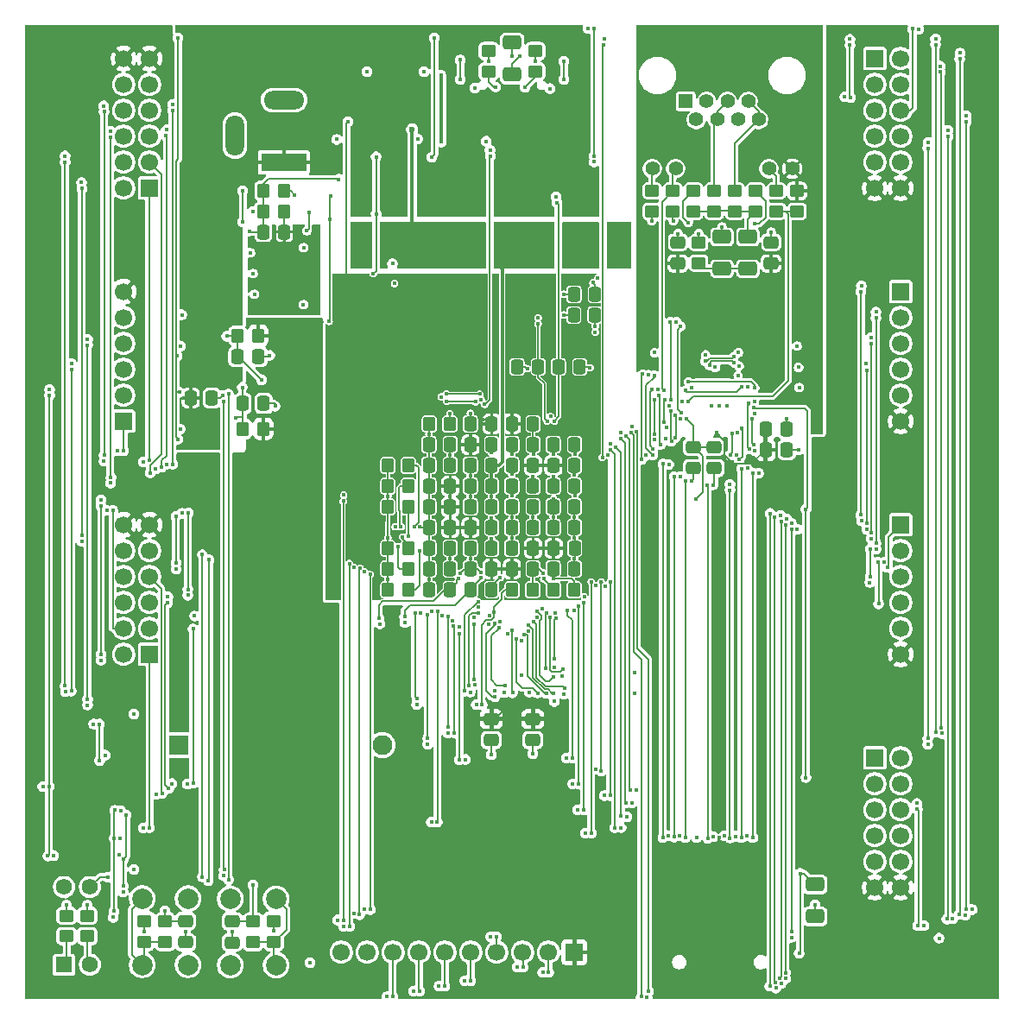
<source format=gbr>
%TF.GenerationSoftware,KiCad,Pcbnew,9.0.6-9.0.6~ubuntu24.04.1*%
%TF.CreationDate,2026-02-01T19:09:26-03:00*%
%TF.ProjectId,nuvoton_nuc980,6e75766f-746f-46e5-9f6e-75633938302e,0.0*%
%TF.SameCoordinates,Original*%
%TF.FileFunction,Copper,L4,Bot*%
%TF.FilePolarity,Positive*%
%FSLAX46Y46*%
G04 Gerber Fmt 4.6, Leading zero omitted, Abs format (unit mm)*
G04 Created by KiCad (PCBNEW 9.0.6-9.0.6~ubuntu24.04.1) date 2026-02-01 19:09:26*
%MOMM*%
%LPD*%
G01*
G04 APERTURE LIST*
G04 Aperture macros list*
%AMRoundRect*
0 Rectangle with rounded corners*
0 $1 Rounding radius*
0 $2 $3 $4 $5 $6 $7 $8 $9 X,Y pos of 4 corners*
0 Add a 4 corners polygon primitive as box body*
4,1,4,$2,$3,$4,$5,$6,$7,$8,$9,$2,$3,0*
0 Add four circle primitives for the rounded corners*
1,1,$1+$1,$2,$3*
1,1,$1+$1,$4,$5*
1,1,$1+$1,$6,$7*
1,1,$1+$1,$8,$9*
0 Add four rect primitives between the rounded corners*
20,1,$1+$1,$2,$3,$4,$5,0*
20,1,$1+$1,$4,$5,$6,$7,0*
20,1,$1+$1,$6,$7,$8,$9,0*
20,1,$1+$1,$8,$9,$2,$3,0*%
G04 Aperture macros list end*
%TA.AperFunction,SMDPad,CuDef*%
%ADD10RoundRect,0.250000X-0.475000X0.337500X-0.475000X-0.337500X0.475000X-0.337500X0.475000X0.337500X0*%
%TD*%
%TA.AperFunction,ComponentPad*%
%ADD11R,1.580000X1.580000*%
%TD*%
%TA.AperFunction,ComponentPad*%
%ADD12C,1.580000*%
%TD*%
%TA.AperFunction,ComponentPad*%
%ADD13R,1.700000X1.700000*%
%TD*%
%TA.AperFunction,ComponentPad*%
%ADD14C,1.700000*%
%TD*%
%TA.AperFunction,ComponentPad*%
%ADD15R,4.500000X1.800000*%
%TD*%
%TA.AperFunction,ComponentPad*%
%ADD16O,4.000000X1.800000*%
%TD*%
%TA.AperFunction,ComponentPad*%
%ADD17O,1.800000X4.000000*%
%TD*%
%TA.AperFunction,ComponentPad*%
%ADD18C,2.000000*%
%TD*%
%TA.AperFunction,ComponentPad*%
%ADD19R,1.397000X1.397000*%
%TD*%
%TA.AperFunction,ComponentPad*%
%ADD20C,1.397000*%
%TD*%
%TA.AperFunction,ComponentPad*%
%ADD21C,1.950000*%
%TD*%
%TA.AperFunction,ComponentPad*%
%ADD22R,1.950000X1.950000*%
%TD*%
%TA.AperFunction,SMDPad,CuDef*%
%ADD23RoundRect,0.250000X0.650000X-0.412500X0.650000X0.412500X-0.650000X0.412500X-0.650000X-0.412500X0*%
%TD*%
%TA.AperFunction,SMDPad,CuDef*%
%ADD24RoundRect,0.250000X0.350000X0.450000X-0.350000X0.450000X-0.350000X-0.450000X0.350000X-0.450000X0*%
%TD*%
%TA.AperFunction,SMDPad,CuDef*%
%ADD25RoundRect,0.250000X-0.337500X-0.475000X0.337500X-0.475000X0.337500X0.475000X-0.337500X0.475000X0*%
%TD*%
%TA.AperFunction,SMDPad,CuDef*%
%ADD26RoundRect,0.250000X0.337500X0.475000X-0.337500X0.475000X-0.337500X-0.475000X0.337500X-0.475000X0*%
%TD*%
%TA.AperFunction,SMDPad,CuDef*%
%ADD27RoundRect,0.250000X0.450000X-0.350000X0.450000X0.350000X-0.450000X0.350000X-0.450000X-0.350000X0*%
%TD*%
%TA.AperFunction,SMDPad,CuDef*%
%ADD28RoundRect,0.250000X-0.350000X-0.450000X0.350000X-0.450000X0.350000X0.450000X-0.350000X0.450000X0*%
%TD*%
%TA.AperFunction,SMDPad,CuDef*%
%ADD29RoundRect,0.250000X-0.650000X0.412500X-0.650000X-0.412500X0.650000X-0.412500X0.650000X0.412500X0*%
%TD*%
%TA.AperFunction,SMDPad,CuDef*%
%ADD30RoundRect,0.250000X-0.450000X0.350000X-0.450000X-0.350000X0.450000X-0.350000X0.450000X0.350000X0*%
%TD*%
%TA.AperFunction,SMDPad,CuDef*%
%ADD31RoundRect,0.250000X0.475000X-0.337500X0.475000X0.337500X-0.475000X0.337500X-0.475000X-0.337500X0*%
%TD*%
%TA.AperFunction,ViaPad*%
%ADD32C,0.450000*%
%TD*%
%TA.AperFunction,ViaPad*%
%ADD33C,0.600000*%
%TD*%
%TA.AperFunction,Conductor*%
%ADD34C,0.150000*%
%TD*%
%TA.AperFunction,Conductor*%
%ADD35C,0.200000*%
%TD*%
%TA.AperFunction,Conductor*%
%ADD36C,0.300000*%
%TD*%
%TA.AperFunction,Conductor*%
%ADD37C,0.177300*%
%TD*%
G04 APERTURE END LIST*
D10*
%TO.P,C50,1*%
%TO.N,+1V2*%
X144272000Y-92688500D03*
%TO.P,C50,2*%
%TO.N,GND*%
X144272000Y-94763500D03*
%TD*%
D11*
%TO.P,SW2,1A*%
%TO.N,Net-(R11-Pad1)*%
X80518000Y-143472500D03*
D12*
%TO.P,SW2,1B*%
%TO.N,/boot0*%
X80518000Y-135852500D03*
%TO.P,SW2,2A*%
%TO.N,Net-(R12-Pad1)*%
X83058000Y-143472500D03*
%TO.P,SW2,2B*%
%TO.N,/boot1*%
X83058000Y-135852500D03*
%TD*%
D13*
%TO.P,J8,1,CTS#/GPIO*%
%TO.N,/UART4_CTS*%
X162560200Y-77470000D03*
D14*
%TO.P,J8,2,TXD*%
%TO.N,/UART4_TX*%
X162560200Y-80010000D03*
%TO.P,J8,3,RXD*%
%TO.N,/UART4_RX*%
X162560200Y-82550000D03*
%TO.P,J8,4,RTS#/GPIO*%
%TO.N,/UART4_RTS*%
X162560200Y-85090000D03*
%TO.P,J8,5,GND*%
%TO.N,GND*%
X162560200Y-87630000D03*
%TO.P,J8,6,VCC*%
%TO.N,+3V3*%
X162560200Y-90170000D03*
%TD*%
D13*
%TO.P,J7,1,CS*%
%TO.N,/SPI0_SS0*%
X162560000Y-100330000D03*
D14*
%TO.P,J7,2,MOSI*%
%TO.N,/SPI0_MOSI*%
X162560000Y-102870000D03*
%TO.P,J7,3,MISO*%
%TO.N,/SPI0_MISO*%
X162560000Y-105410000D03*
%TO.P,J7,4,SCK*%
%TO.N,/SPI0_CLK*%
X162560000Y-107950000D03*
%TO.P,J7,5,GND*%
%TO.N,GND*%
X162560000Y-110490000D03*
%TO.P,J7,6,VCC*%
%TO.N,+3V3*%
X162560000Y-113030000D03*
%TD*%
D13*
%TO.P,J5,1,NC/INT#*%
%TO.N,/EINT0*%
X86360000Y-90170000D03*
D14*
%TO.P,J5,2,NC/RESET#*%
%TO.N,/rst#*%
X86360000Y-87630000D03*
%TO.P,J5,3,SCL*%
%TO.N,/I2C2_SCL*%
X86360000Y-85090000D03*
%TO.P,J5,4,SDA*%
%TO.N,/I2C2_SDA*%
X86360000Y-82550000D03*
%TO.P,J5,5,GND*%
%TO.N,GND*%
X86360000Y-80010000D03*
%TO.P,J5,6,VCC*%
%TO.N,+3V3*%
X86360000Y-77470000D03*
%TD*%
D13*
%TO.P,J3,1,LRCLK*%
%TO.N,/I2S_LRCK*%
X88900000Y-67310000D03*
D14*
%TO.P,J3,2,DAC_Data*%
%TO.N,/I2S_DO*%
X88900000Y-64770000D03*
%TO.P,J3,3,ADC_Data*%
%TO.N,/I2S_DI*%
X88900000Y-62230000D03*
%TO.P,J3,4,BCLK*%
%TO.N,/I2S_BCLK*%
X88900000Y-59690000D03*
%TO.P,J3,5,GND*%
%TO.N,GND*%
X88900000Y-57150000D03*
%TO.P,J3,6,VCC*%
%TO.N,+3V3*%
X88900000Y-54610000D03*
%TO.P,J3,7,GPIO0*%
%TO.N,/GPIO12*%
X86360000Y-67310000D03*
%TO.P,J3,8,GPIO1*%
%TO.N,/GPIO13*%
X86360000Y-64770000D03*
%TO.P,J3,9,GPIO2/MCLK*%
%TO.N,/I2S_MCLK*%
X86360000Y-62230000D03*
%TO.P,J3,10,GPIO3*%
%TO.N,/EINT1*%
X86360000Y-59690000D03*
%TO.P,J3,11,GND*%
%TO.N,GND*%
X86360000Y-57150000D03*
%TO.P,J3,12,VCC*%
%TO.N,+3V3*%
X86360000Y-54610000D03*
%TD*%
D13*
%TO.P,J13,1,CTS#/GPIO*%
%TO.N,/UART1_CTS*%
X88900000Y-113030000D03*
D14*
%TO.P,J13,2,TXD*%
%TO.N,/UART1_TX*%
X88900000Y-110490000D03*
%TO.P,J13,3,RXD*%
%TO.N,/UART1_RX*%
X88900000Y-107950000D03*
%TO.P,J13,4,RTS#/GPIO*%
%TO.N,/UART1_RTS*%
X88900000Y-105410000D03*
%TO.P,J13,5,GND*%
%TO.N,GND*%
X88900000Y-102870000D03*
%TO.P,J13,6,VCC*%
%TO.N,+3V3*%
X88900000Y-100330000D03*
%TO.P,J13,7,GPIO/INT*%
%TO.N,/GPIO8*%
X86360000Y-113030000D03*
%TO.P,J13,8,GPIO/RESET*%
%TO.N,/GPIO9*%
X86360000Y-110490000D03*
%TO.P,J13,9,GPIO*%
%TO.N,/GPIO10*%
X86360000Y-107950000D03*
%TO.P,J13,10,GPIO*%
%TO.N,/GPIO11*%
X86360000Y-105410000D03*
%TO.P,J13,11,GND*%
%TO.N,GND*%
X86360000Y-102870000D03*
%TO.P,J13,12,VCC*%
%TO.N,+3V3*%
X86360000Y-100330000D03*
%TD*%
D13*
%TO.P,J14,1,IO1*%
%TO.N,/QSPI0_SS0*%
X160020000Y-123190000D03*
D14*
%TO.P,J14,2,IO2/PWM*%
%TO.N,/QSPI0_CLK*%
X160020000Y-125730000D03*
%TO.P,J14,3,IO3*%
%TO.N,/QSPI0_MOSI0*%
X160020000Y-128270000D03*
%TO.P,J14,4,IO4*%
%TO.N,/QSPI0_MISO0*%
X160020000Y-130810000D03*
%TO.P,J14,5,GND*%
%TO.N,GND*%
X160020000Y-133350000D03*
%TO.P,J14,6,VCC*%
%TO.N,+3V3*%
X160020000Y-135890000D03*
%TO.P,J14,7,IO5*%
%TO.N,/QSPI0_MOSI1*%
X162560000Y-123190000D03*
%TO.P,J14,8,IO6/PWM*%
%TO.N,/QSPI0_MISO1*%
X162560000Y-125730000D03*
%TO.P,J14,9,IO7*%
%TO.N,/ADC0*%
X162560000Y-128270000D03*
%TO.P,J14,10,IO8*%
%TO.N,/ADC1*%
X162560000Y-130810000D03*
%TO.P,J14,11,GND*%
%TO.N,GND*%
X162560000Y-133350000D03*
%TO.P,J14,12,VCC*%
%TO.N,+3V3*%
X162560000Y-135890000D03*
%TD*%
D13*
%TO.P,J6,1,IO1*%
%TO.N,/GPIO0*%
X160020000Y-54610000D03*
D14*
%TO.P,J6,2,IO2/PWM*%
%TO.N,/GPIO1*%
X160020000Y-57150000D03*
%TO.P,J6,3,IO3*%
%TO.N,/GPIO2*%
X160020000Y-59690000D03*
%TO.P,J6,4,IO4*%
%TO.N,/GPIO3*%
X160020000Y-62230000D03*
%TO.P,J6,5,GND*%
%TO.N,GND*%
X160020000Y-64770000D03*
%TO.P,J6,6,VCC*%
%TO.N,+3V3*%
X160020000Y-67310000D03*
%TO.P,J6,7,IO5*%
%TO.N,/GPIO4*%
X162560000Y-54610000D03*
%TO.P,J6,8,IO6/PWM*%
%TO.N,/GPIO5*%
X162560000Y-57150000D03*
%TO.P,J6,9,IO7*%
%TO.N,/GPIO6*%
X162560000Y-59690000D03*
%TO.P,J6,10,IO8*%
%TO.N,/GPIO7*%
X162560000Y-62230000D03*
%TO.P,J6,11,GND*%
%TO.N,GND*%
X162560000Y-64770000D03*
%TO.P,J6,12,VCC*%
%TO.N,+3V3*%
X162560000Y-67310000D03*
%TD*%
D13*
%TO.P,J9,1,Pin_1*%
%TO.N,+3V3*%
X130556000Y-142240000D03*
D14*
%TO.P,J9,2,Pin_2*%
%TO.N,/TMS*%
X128016000Y-142240000D03*
%TO.P,J9,3,Pin_3*%
%TO.N,/TCK*%
X125476000Y-142240000D03*
%TO.P,J9,4,Pin_4*%
%TO.N,/TDO*%
X122936000Y-142240000D03*
%TO.P,J9,5,Pin_5*%
%TO.N,/TDI*%
X120396000Y-142240000D03*
%TO.P,J9,6,Pin_6*%
%TO.N,/TRST#*%
X117856000Y-142240000D03*
%TO.P,J9,7,Pin_7*%
%TO.N,/UART0_TX*%
X115316000Y-142240000D03*
%TO.P,J9,8,Pin_8*%
%TO.N,/UART0_RX*%
X112776000Y-142240000D03*
%TO.P,J9,9,Pin_9*%
%TO.N,GND*%
X110236000Y-142240000D03*
%TO.P,J9,10,Pin_10*%
X107696000Y-142240000D03*
%TD*%
D15*
%TO.P,J1,1*%
%TO.N,+5V*%
X102082301Y-64773998D03*
D16*
%TO.P,J1,2*%
%TO.N,GND*%
X102082301Y-58674000D03*
D17*
%TO.P,J1,3*%
X97282300Y-62174001D03*
%TD*%
D18*
%TO.P,SW1,1,1*%
%TO.N,GND*%
X92674000Y-136979500D03*
X92674000Y-143479500D03*
%TO.P,SW1,2,2*%
%TO.N,Net-(R3-Pad1)*%
X88174000Y-136979500D03*
X88174000Y-143479500D03*
%TD*%
%TO.P,SW3,1,1*%
%TO.N,GND*%
X96810000Y-143495500D03*
X96810000Y-136995500D03*
%TO.P,SW3,2,2*%
%TO.N,Net-(R42-Pad2)*%
X101310000Y-143495500D03*
X101310000Y-136995500D03*
%TD*%
D19*
%TO.P,J4,1,TXP*%
%TO.N,/ethernet/TXP*%
X141497099Y-58801000D03*
D20*
%TO.P,J4,2,TXN*%
%TO.N,/ethernet/TXN*%
X142517100Y-60580999D03*
%TO.P,J4,3,RXP*%
%TO.N,/ethernet/RXP*%
X143537100Y-58801000D03*
%TO.P,J4,4*%
%TO.N,Net-(J4-Pad4)*%
X144557098Y-60580999D03*
%TO.P,J4,5*%
X145577099Y-58801000D03*
%TO.P,J4,6,RXN*%
%TO.N,/ethernet/RXN*%
X146597099Y-60580999D03*
%TO.P,J4,7*%
%TO.N,Net-(J4-Pad7)*%
X147617100Y-58801000D03*
%TO.P,J4,8*%
X148637100Y-60580999D03*
%TO.P,J4,9*%
%TO.N,Net-(J4-Pad9)*%
X138207100Y-65400999D03*
%TO.P,J4,10*%
%TO.N,/ethernet/led2_nintsel*%
X140497100Y-65400999D03*
%TO.P,J4,11*%
%TO.N,Net-(J4-Pad11)*%
X149637099Y-65400999D03*
%TO.P,J4,12*%
%TO.N,VDDA*%
X151927099Y-65400999D03*
%TD*%
D21*
%TO.P,BT1,N,-*%
%TO.N,GND*%
X111741000Y-121920000D03*
D22*
%TO.P,BT1,P,+*%
%TO.N,Net-(BT1-+)*%
X91741000Y-121920000D03*
%TD*%
D23*
%TO.P,C68,1*%
%TO.N,GND*%
X154178000Y-138722500D03*
%TO.P,C68,2*%
%TO.N,Net-(J11-COVER_GND)*%
X154178000Y-135597500D03*
%TD*%
D24*
%TO.P,R15,1*%
%TO.N,/uart0_debug*%
X114284000Y-104648000D03*
%TO.P,R15,2*%
%TO.N,GND*%
X112284000Y-104648000D03*
%TD*%
D25*
%TO.P,C20,1*%
%TO.N,+1V8*%
X124438500Y-96520000D03*
%TO.P,C20,2*%
%TO.N,GND*%
X126513500Y-96520000D03*
%TD*%
D26*
%TO.P,C24,1*%
%TO.N,+1V8*%
X122449500Y-96520000D03*
%TO.P,C24,2*%
%TO.N,GND*%
X120374500Y-96520000D03*
%TD*%
D27*
%TO.P,R11,1*%
%TO.N,Net-(R11-Pad1)*%
X80772000Y-140662500D03*
%TO.P,R11,2*%
%TO.N,GND*%
X80772000Y-138662500D03*
%TD*%
D25*
%TO.P,C61,1*%
%TO.N,Net-(U2-OUT)*%
X97514500Y-83820000D03*
%TO.P,C61,2*%
%TO.N,GND*%
X99589500Y-83820000D03*
%TD*%
%TO.P,C9,1*%
%TO.N,+1V2*%
X124438500Y-104648000D03*
%TO.P,C9,2*%
%TO.N,GND*%
X126513500Y-104648000D03*
%TD*%
D27*
%TO.P,R40,1*%
%TO.N,/USB/cc1*%
X126746000Y-55864000D03*
%TO.P,R40,2*%
%TO.N,GND*%
X126746000Y-53864000D03*
%TD*%
D25*
%TO.P,C25,1*%
%TO.N,+1V8*%
X128502500Y-98552000D03*
%TO.P,C25,2*%
%TO.N,GND*%
X130577500Y-98552000D03*
%TD*%
D28*
%TO.P,R2,1*%
%TO.N,Net-(U3-FB)*%
X100092000Y-67564000D03*
%TO.P,R2,2*%
%TO.N,GND*%
X102092000Y-67564000D03*
%TD*%
D25*
%TO.P,C34,1*%
%TO.N,/xt_in*%
X129010500Y-84836000D03*
%TO.P,C34,2*%
%TO.N,GND*%
X131085500Y-84836000D03*
%TD*%
D27*
%TO.P,R34,1*%
%TO.N,Net-(C54-Pad1)*%
X144272000Y-69580000D03*
%TO.P,R34,2*%
%TO.N,Net-(J4-Pad4)*%
X144272000Y-67580000D03*
%TD*%
D25*
%TO.P,C29,1*%
%TO.N,+5V*%
X92942500Y-87884000D03*
%TO.P,C29,2*%
%TO.N,GND*%
X95017500Y-87884000D03*
%TD*%
D24*
%TO.P,R1,1*%
%TO.N,+2V2*%
X102092000Y-69596000D03*
%TO.P,R1,2*%
%TO.N,Net-(U3-FB)*%
X100092000Y-69596000D03*
%TD*%
D26*
%TO.P,C19,1*%
%TO.N,+1V8*%
X122449500Y-94488000D03*
%TO.P,C19,2*%
%TO.N,GND*%
X120374500Y-94488000D03*
%TD*%
%TO.P,C14,1*%
%TO.N,+1V2*%
X118385500Y-98552000D03*
%TO.P,C14,2*%
%TO.N,GND*%
X116310500Y-98552000D03*
%TD*%
D27*
%TO.P,R23,1*%
%TO.N,/ethernet/led1_regoff*%
X150368000Y-69580000D03*
%TO.P,R23,2*%
%TO.N,Net-(J4-Pad11)*%
X150368000Y-67580000D03*
%TD*%
D24*
%TO.P,R20,1*%
%TO.N,/wdt_off*%
X114284000Y-106680000D03*
%TO.P,R20,2*%
%TO.N,GND*%
X112284000Y-106680000D03*
%TD*%
D26*
%TO.P,C1,1*%
%TO.N,+3V3*%
X122449500Y-102616000D03*
%TO.P,C1,2*%
%TO.N,GND*%
X120374500Y-102616000D03*
%TD*%
D29*
%TO.P,C54,1*%
%TO.N,Net-(C54-Pad1)*%
X147574000Y-72097500D03*
%TO.P,C54,2*%
%TO.N,Earth*%
X147574000Y-75222500D03*
%TD*%
D26*
%TO.P,C16,1*%
%TO.N,+1V2*%
X126513500Y-94488000D03*
%TO.P,C16,2*%
%TO.N,GND*%
X124438500Y-94488000D03*
%TD*%
D25*
%TO.P,C21,1*%
%TO.N,+1V8*%
X128502500Y-100584000D03*
%TO.P,C21,2*%
%TO.N,GND*%
X130577500Y-100584000D03*
%TD*%
D10*
%TO.P,C67,1*%
%TO.N,Net-(C67-Pad1)*%
X97028000Y-139208000D03*
%TO.P,C67,2*%
%TO.N,GND*%
X97028000Y-141283000D03*
%TD*%
D30*
%TO.P,R28,1*%
%TO.N,Net-(T1-CT2_10)*%
X148336000Y-67580000D03*
%TO.P,R28,2*%
%TO.N,Net-(C54-Pad1)*%
X148336000Y-69580000D03*
%TD*%
D26*
%TO.P,C15,1*%
%TO.N,+1V2*%
X122449500Y-104648000D03*
%TO.P,C15,2*%
%TO.N,GND*%
X120374500Y-104648000D03*
%TD*%
D27*
%TO.P,R43,1*%
%TO.N,Net-(R42-Pad2)*%
X99060000Y-141245500D03*
%TO.P,R43,2*%
%TO.N,Net-(C67-Pad1)*%
X99060000Y-139245500D03*
%TD*%
D30*
%TO.P,R4,1*%
%TO.N,+3V3*%
X88392000Y-139229500D03*
%TO.P,R4,2*%
%TO.N,Net-(R3-Pad1)*%
X88392000Y-141229500D03*
%TD*%
%TO.P,R25,1*%
%TO.N,Net-(J4-Pad9)*%
X138176000Y-67580000D03*
%TO.P,R25,2*%
%TO.N,GND*%
X138176000Y-69580000D03*
%TD*%
D26*
%TO.P,C26,1*%
%TO.N,+3V3*%
X118385500Y-104648000D03*
%TO.P,C26,2*%
%TO.N,GND*%
X116310500Y-104648000D03*
%TD*%
D29*
%TO.P,C59,1*%
%TO.N,GND*%
X145034000Y-72097500D03*
%TO.P,C59,2*%
%TO.N,Earth*%
X145034000Y-75222500D03*
%TD*%
D25*
%TO.P,C11,1*%
%TO.N,+1V2*%
X120374500Y-100584000D03*
%TO.P,C11,2*%
%TO.N,GND*%
X122449500Y-100584000D03*
%TD*%
D26*
%TO.P,C22,1*%
%TO.N,+1V8*%
X126513500Y-100584000D03*
%TO.P,C22,2*%
%TO.N,GND*%
X124438500Y-100584000D03*
%TD*%
D25*
%TO.P,C65,1*%
%TO.N,+3V3*%
X149309000Y-92964000D03*
%TO.P,C65,2*%
%TO.N,GND*%
X151384000Y-92964000D03*
%TD*%
D27*
%TO.P,R33,1*%
%TO.N,Net-(C54-Pad1)*%
X146304000Y-69580000D03*
%TO.P,R33,2*%
%TO.N,Net-(J4-Pad7)*%
X146304000Y-67580000D03*
%TD*%
D23*
%TO.P,C66,1*%
%TO.N,Net-(J2-SHIELD1)*%
X124460000Y-56172500D03*
%TO.P,C66,2*%
%TO.N,GND*%
X124460000Y-53047500D03*
%TD*%
D26*
%TO.P,C4,1*%
%TO.N,+3V3*%
X130577500Y-92456000D03*
%TO.P,C4,2*%
%TO.N,GND*%
X128502500Y-92456000D03*
%TD*%
D28*
%TO.P,R36,1*%
%TO.N,Net-(U4-OUT)*%
X98060000Y-90932000D03*
%TO.P,R36,2*%
%TO.N,+3V3*%
X100060000Y-90932000D03*
%TD*%
D30*
%TO.P,R42,1*%
%TO.N,+3V3*%
X101092000Y-139245500D03*
%TO.P,R42,2*%
%TO.N,Net-(R42-Pad2)*%
X101092000Y-141245500D03*
%TD*%
D25*
%TO.P,C49,1*%
%TO.N,+3V3*%
X124438500Y-92456000D03*
%TO.P,C49,2*%
%TO.N,GND*%
X126513500Y-92456000D03*
%TD*%
%TO.P,C28,1*%
%TO.N,Net-(U4-OUT)*%
X98022500Y-88430000D03*
%TO.P,C28,2*%
%TO.N,GND*%
X100097500Y-88430000D03*
%TD*%
D10*
%TO.P,C31,1*%
%TO.N,Net-(C31-Pad1)*%
X92456000Y-139192000D03*
%TO.P,C31,2*%
%TO.N,GND*%
X92456000Y-141267000D03*
%TD*%
D31*
%TO.P,C57,1*%
%TO.N,VDDA*%
X149860000Y-74697500D03*
%TO.P,C57,2*%
%TO.N,GND*%
X149860000Y-72622500D03*
%TD*%
D10*
%TO.P,C51,1*%
%TO.N,+1V2*%
X142240000Y-92688500D03*
%TO.P,C51,2*%
%TO.N,GND*%
X142240000Y-94763500D03*
%TD*%
D26*
%TO.P,C27,1*%
%TO.N,+3V3*%
X118385500Y-102616000D03*
%TO.P,C27,2*%
%TO.N,GND*%
X116310500Y-102616000D03*
%TD*%
%TO.P,C33,1*%
%TO.N,/xt_out*%
X127021500Y-84836000D03*
%TO.P,C33,2*%
%TO.N,GND*%
X124946500Y-84836000D03*
%TD*%
D24*
%TO.P,R16,1*%
%TO.N,/nand_page_size_2k_0*%
X114284000Y-102616000D03*
%TO.P,R16,2*%
%TO.N,GND*%
X112284000Y-102616000D03*
%TD*%
D26*
%TO.P,C23,1*%
%TO.N,+1V8*%
X122449500Y-98552000D03*
%TO.P,C23,2*%
%TO.N,GND*%
X120374500Y-98552000D03*
%TD*%
D10*
%TO.P,C46,1*%
%TO.N,+3V3*%
X126492000Y-119358500D03*
%TO.P,C46,2*%
%TO.N,GND*%
X126492000Y-121433500D03*
%TD*%
D28*
%TO.P,R10,1*%
%TO.N,/nand_wp#*%
X124476000Y-106680000D03*
%TO.P,R10,2*%
%TO.N,GND*%
X126476000Y-106680000D03*
%TD*%
D24*
%TO.P,R17,1*%
%TO.N,/nand_page_size_2k_1*%
X114284000Y-98552000D03*
%TO.P,R17,2*%
%TO.N,GND*%
X112284000Y-98552000D03*
%TD*%
D26*
%TO.P,C18,1*%
%TO.N,+1V8*%
X126513500Y-98552000D03*
%TO.P,C18,2*%
%TO.N,GND*%
X124438500Y-98552000D03*
%TD*%
D28*
%TO.P,R37,1*%
%TO.N,Net-(U2-OUT)*%
X97552000Y-81788000D03*
%TO.P,R37,2*%
%TO.N,+3V3*%
X99552000Y-81788000D03*
%TD*%
D26*
%TO.P,C41,1*%
%TO.N,+2V2*%
X102129500Y-71628000D03*
%TO.P,C41,2*%
%TO.N,Net-(U3-FB)*%
X100054500Y-71628000D03*
%TD*%
%TO.P,C17,1*%
%TO.N,+1V2*%
X126513500Y-102616000D03*
%TO.P,C17,2*%
%TO.N,GND*%
X124438500Y-102616000D03*
%TD*%
%TO.P,C53,1*%
%TO.N,/ethernet/xt_in*%
X132588000Y-79756000D03*
%TO.P,C53,2*%
%TO.N,GND*%
X130513000Y-79756000D03*
%TD*%
D25*
%TO.P,C37,1*%
%TO.N,/x32_out*%
X120374500Y-106680000D03*
%TO.P,C37,2*%
%TO.N,GND*%
X122449500Y-106680000D03*
%TD*%
D10*
%TO.P,C44,1*%
%TO.N,+3V3*%
X122428000Y-119358500D03*
%TO.P,C44,2*%
%TO.N,GND*%
X122428000Y-121433500D03*
%TD*%
D27*
%TO.P,R12,1*%
%TO.N,Net-(R12-Pad1)*%
X82804000Y-140662500D03*
%TO.P,R12,2*%
%TO.N,GND*%
X82804000Y-138662500D03*
%TD*%
D30*
%TO.P,R35,1*%
%TO.N,GND*%
X142748000Y-72660000D03*
%TO.P,R35,2*%
%TO.N,Earth*%
X142748000Y-74660000D03*
%TD*%
D25*
%TO.P,C7,1*%
%TO.N,+1V2*%
X128502500Y-94488000D03*
%TO.P,C7,2*%
%TO.N,GND*%
X130577500Y-94488000D03*
%TD*%
%TO.P,C8,1*%
%TO.N,+1V2*%
X128524000Y-102616000D03*
%TO.P,C8,2*%
%TO.N,GND*%
X130599000Y-102616000D03*
%TD*%
D24*
%TO.P,R18,1*%
%TO.N,/usb0_rext*%
X118348000Y-90424000D03*
%TO.P,R18,2*%
%TO.N,GND*%
X116348000Y-90424000D03*
%TD*%
D26*
%TO.P,C13,1*%
%TO.N,+1V2*%
X118385500Y-100584000D03*
%TO.P,C13,2*%
%TO.N,GND*%
X116310500Y-100584000D03*
%TD*%
%TO.P,C47,1*%
%TO.N,+3V3*%
X118385500Y-92456000D03*
%TO.P,C47,2*%
%TO.N,GND*%
X116310500Y-92456000D03*
%TD*%
D27*
%TO.P,R3,1*%
%TO.N,Net-(R3-Pad1)*%
X90424000Y-141229500D03*
%TO.P,R3,2*%
%TO.N,Net-(C31-Pad1)*%
X90424000Y-139229500D03*
%TD*%
D31*
%TO.P,C58,1*%
%TO.N,VDDA*%
X140716000Y-74697500D03*
%TO.P,C58,2*%
%TO.N,GND*%
X140716000Y-72622500D03*
%TD*%
D25*
%TO.P,C2,1*%
%TO.N,+3V3*%
X128502500Y-104648000D03*
%TO.P,C2,2*%
%TO.N,GND*%
X130577500Y-104648000D03*
%TD*%
D30*
%TO.P,R26,1*%
%TO.N,/ethernet/led2_nintsel*%
X140208000Y-67580000D03*
%TO.P,R26,2*%
%TO.N,GND*%
X140208000Y-69580000D03*
%TD*%
D26*
%TO.P,C38,1*%
%TO.N,/x32_in*%
X118385500Y-106680000D03*
%TO.P,C38,2*%
%TO.N,GND*%
X116310500Y-106680000D03*
%TD*%
%TO.P,C52,1*%
%TO.N,/ethernet/xt_out*%
X132609500Y-77724000D03*
%TO.P,C52,2*%
%TO.N,GND*%
X130534500Y-77724000D03*
%TD*%
%TO.P,C3,1*%
%TO.N,+3V3*%
X130577500Y-96520000D03*
%TO.P,C3,2*%
%TO.N,GND*%
X128502500Y-96520000D03*
%TD*%
D25*
%TO.P,C48,1*%
%TO.N,+1V2*%
X120374500Y-92456000D03*
%TO.P,C48,2*%
%TO.N,GND*%
X122449500Y-92456000D03*
%TD*%
%TO.P,C62,1*%
%TO.N,+3V3*%
X149309000Y-90932000D03*
%TO.P,C62,2*%
%TO.N,GND*%
X151384000Y-90932000D03*
%TD*%
%TO.P,C12,1*%
%TO.N,+1V2*%
X124438500Y-90424000D03*
%TO.P,C12,2*%
%TO.N,GND*%
X126513500Y-90424000D03*
%TD*%
D26*
%TO.P,C10,1*%
%TO.N,+1V2*%
X118385500Y-96520000D03*
%TO.P,C10,2*%
%TO.N,GND*%
X116310500Y-96520000D03*
%TD*%
D30*
%TO.P,R27,1*%
%TO.N,Net-(T1-CT1_15)*%
X142240000Y-67580000D03*
%TO.P,R27,2*%
%TO.N,Net-(C54-Pad1)*%
X142240000Y-69580000D03*
%TD*%
D26*
%TO.P,C5,1*%
%TO.N,+3V3*%
X118385500Y-94488000D03*
%TO.P,C5,2*%
%TO.N,GND*%
X116310500Y-94488000D03*
%TD*%
D24*
%TO.P,R9,1*%
%TO.N,+3V3*%
X130540000Y-106680000D03*
%TO.P,R9,2*%
%TO.N,/nand_rdy#*%
X128540000Y-106680000D03*
%TD*%
%TO.P,R13,1*%
%TO.N,/sd1_boot*%
X114284000Y-94488000D03*
%TO.P,R13,2*%
%TO.N,GND*%
X112284000Y-94488000D03*
%TD*%
D27*
%TO.P,R39,1*%
%TO.N,/USB/cc2*%
X122174000Y-55864000D03*
%TO.P,R39,2*%
%TO.N,GND*%
X122174000Y-53864000D03*
%TD*%
D30*
%TO.P,R24,1*%
%TO.N,VDDA*%
X152400000Y-67580000D03*
%TO.P,R24,2*%
%TO.N,/ethernet/led1_regoff*%
X152400000Y-69580000D03*
%TD*%
D24*
%TO.P,R14,1*%
%TO.N,/nand_ecc8*%
X114284000Y-96520000D03*
%TO.P,R14,2*%
%TO.N,GND*%
X112284000Y-96520000D03*
%TD*%
D26*
%TO.P,C6,1*%
%TO.N,+1V2*%
X122449500Y-90424000D03*
%TO.P,C6,2*%
%TO.N,GND*%
X120374500Y-90424000D03*
%TD*%
D32*
%TO.N,+3V3*%
X102870000Y-91440000D03*
X104140000Y-90170000D03*
X154940000Y-96520000D03*
X154940000Y-106680000D03*
X155067748Y-108949538D03*
X154940000Y-113030000D03*
X113030000Y-113030000D03*
X113030000Y-119380000D03*
X128270000Y-135890000D03*
X115590081Y-135880150D03*
X77470000Y-130810000D03*
X77546648Y-113089860D03*
X77470000Y-101600000D03*
X77470000Y-93980000D03*
X81280000Y-58420000D03*
X78740000Y-53340000D03*
X78754785Y-60754341D03*
X78725214Y-71059959D03*
X78740000Y-78740000D03*
X78740000Y-83820000D03*
X149860000Y-96520000D03*
X157480000Y-96520000D03*
X157480000Y-88900000D03*
X162560000Y-73660000D03*
X157480000Y-73660000D03*
X162560000Y-71120000D03*
X170180000Y-55880000D03*
X170180000Y-68580000D03*
X170180000Y-88900000D03*
X170180000Y-101600000D03*
X170180000Y-116840000D03*
X160020000Y-144780000D03*
X165100000Y-132080000D03*
X170180000Y-132080000D03*
X129540000Y-132080000D03*
X116823334Y-132043743D03*
X104538210Y-132065034D03*
X101600000Y-132080000D03*
X104140000Y-119380000D03*
X101600000Y-119380000D03*
X99060000Y-119380000D03*
X99060000Y-114300000D03*
X106680000Y-109220000D03*
X101600000Y-109220000D03*
X99060000Y-109220000D03*
X104140000Y-114300000D03*
X101600000Y-114300000D03*
X154940000Y-116840000D03*
X104140000Y-91440000D03*
%TO.N,GND*%
X85953412Y-132689412D03*
%TO.N,Net-(C67-Pad1)*%
X86614000Y-128778000D03*
%TO.N,+1V2*%
X133604000Y-97790000D03*
X142494000Y-97790000D03*
%TO.N,VDDA*%
X138176000Y-79739904D03*
X137160000Y-79756000D03*
X136906000Y-81534000D03*
%TO.N,+1V2*%
X141531402Y-89913253D03*
%TO.N,GND*%
X115180600Y-62484000D03*
%TO.N,VDDA*%
X137922000Y-81534000D03*
X142240000Y-85852000D03*
X137160000Y-74930000D03*
X138430000Y-74930000D03*
X138513438Y-63282012D03*
X152400000Y-62230000D03*
X152400000Y-59690000D03*
X146050000Y-55880000D03*
X143510000Y-55880000D03*
X138430000Y-60960000D03*
X138430000Y-59182000D03*
%TO.N,GND*%
X151384000Y-89916000D03*
X114791797Y-146050000D03*
%TO.N,/UART0_TX*%
X115366800Y-146050000D03*
%TO.N,Net-(U3-FB)*%
X107442000Y-66446400D03*
D33*
%TO.N,+1V8*%
X114655600Y-61569600D03*
D32*
X123190000Y-74930000D03*
X116205000Y-74930000D03*
X118110000Y-74930000D03*
X125095000Y-73660000D03*
X135255000Y-73025000D03*
X135255000Y-71120000D03*
X132715000Y-73025000D03*
X132715000Y-71120000D03*
X130175000Y-73660000D03*
X128270000Y-73660000D03*
X128270000Y-72578503D03*
X123190000Y-73660000D03*
X123190000Y-72390000D03*
X120650000Y-72390000D03*
X120650000Y-73660000D03*
X118110000Y-73660000D03*
X111760000Y-72390000D03*
X110490000Y-72390000D03*
X110490000Y-71120000D03*
X109220000Y-71120000D03*
X109220000Y-72390000D03*
X114808000Y-71120000D03*
%TO.N,+1V2*%
X111760000Y-78740000D03*
X109220000Y-78740000D03*
X109220000Y-81280000D03*
X114300000Y-81280000D03*
X114300000Y-78740000D03*
X116840000Y-78740000D03*
X116840000Y-81280000D03*
X116840000Y-86360000D03*
X114300000Y-86360000D03*
X111760000Y-86360000D03*
X109220000Y-86360000D03*
X109220000Y-83820000D03*
X111760000Y-83820000D03*
X114300000Y-83820000D03*
X116840000Y-83820000D03*
%TO.N,+2V2*%
X101092000Y-73660000D03*
X101092000Y-75692000D03*
X101092000Y-77724000D03*
X102108000Y-72694800D03*
X104140000Y-74930000D03*
X104140000Y-76200000D03*
X100330000Y-79248000D03*
X99060000Y-79248000D03*
%TO.N,+1V2*%
X108712000Y-77724000D03*
X107696000Y-78740000D03*
%TO.N,GND*%
X110236000Y-55880000D03*
X115824000Y-55880000D03*
%TO.N,/Power/pg_2v2*%
X106514900Y-80378300D03*
X98044000Y-70612000D03*
X106578400Y-70358000D03*
%TO.N,/Power/en_1.8v*%
X111125000Y-69850000D03*
X110845600Y-75692000D03*
X111125000Y-64236600D03*
%TO.N,/Power/pg_2v2*%
X98044000Y-67564000D03*
%TO.N,/Power/en_3.3v*%
X116586000Y-64262000D03*
X91694000Y-52578000D03*
X116840000Y-52578000D03*
%TO.N,+5V*%
X111078000Y-60756800D03*
%TO.N,Net-(U3-FB)*%
X98679000Y-71577200D03*
%TO.N,/Power/en_3.3v*%
X91821000Y-87325200D03*
%TO.N,GND*%
X91897200Y-90932000D03*
%TO.N,/Power/en_3.3v*%
X91668600Y-91922600D03*
X91617800Y-83769200D03*
%TO.N,+5V*%
X92964000Y-89408000D03*
%TO.N,Net-(C31-Pad1)*%
X85445600Y-131064000D03*
%TO.N,GND*%
X88290400Y-130048000D03*
X86068549Y-128378015D03*
%TO.N,Net-(C31-Pad1)*%
X85496400Y-128320800D03*
%TO.N,GND*%
X86020603Y-131064000D03*
X85344000Y-138811000D03*
%TO.N,Net-(C31-Pad1)*%
X85394800Y-138226800D03*
%TO.N,/rst#*%
X78930514Y-132803898D03*
%TO.N,GND*%
X79503823Y-132759798D03*
%TO.N,/boot1*%
X84836000Y-134874000D03*
%TO.N,GND*%
X82804000Y-137630500D03*
X80772000Y-137630500D03*
%TO.N,/EINT3*%
X96215200Y-134162800D03*
%TO.N,GND*%
X86334600Y-136347200D03*
%TO.N,Net-(C67-Pad1)*%
X86334600Y-135763000D03*
X99060000Y-135636000D03*
%TO.N,GND*%
X78435200Y-125984000D03*
X79095600Y-87054997D03*
%TO.N,/rst#*%
X153263600Y-98806000D03*
X153263600Y-125120400D03*
X79095600Y-87630000D03*
X79044800Y-125984000D03*
%TO.N,GND*%
X148267835Y-89417999D03*
X148205537Y-88268307D03*
%TO.N,/rst#*%
X148183600Y-88849200D03*
%TO.N,GND*%
X148253879Y-93071165D03*
X146608800Y-85699600D03*
%TO.N,VDDA*%
X149352000Y-83820000D03*
%TO.N,GND*%
X152400000Y-82804000D03*
X141132315Y-88268314D03*
%TO.N,/ethernet/led2_nintsel*%
X139369800Y-87122000D03*
%TO.N,GND*%
X132842000Y-76149200D03*
X132613400Y-81423203D03*
X140563600Y-80416400D03*
%TO.N,/ethernet/xt_out*%
X139994793Y-88082834D03*
%TO.N,/ethernet/xt_in*%
X141003369Y-89357419D03*
%TO.N,GND*%
X138455400Y-91998800D03*
%TO.N,/RMII0_REFCLK*%
X147980400Y-89916000D03*
X148183600Y-92487200D03*
X139052300Y-92443300D03*
%TO.N,GND*%
X139559330Y-91889624D03*
%TO.N,/RMII0_RXD0*%
X138455400Y-91414600D03*
%TO.N,/RMII0_REFCLK*%
X138875279Y-87639166D03*
%TO.N,GND*%
X138785600Y-87071200D03*
X139840248Y-88636679D03*
X140957159Y-89942794D03*
X139575039Y-90810479D03*
%TO.N,/RMII0_TXEN*%
X147701000Y-92913200D03*
%TO.N,GND*%
X146572859Y-91324560D03*
X146428753Y-93443042D03*
%TO.N,/RMII0_MDC*%
X146939000Y-90881200D03*
X146735800Y-93929200D03*
%TO.N,/RMII0_MDIO*%
X145999200Y-91363800D03*
X145846800Y-93472000D03*
%TO.N,/RMII0_TXEN*%
X138277600Y-92887800D03*
X138201400Y-87071200D03*
%TO.N,GND*%
X147523200Y-86766400D03*
%TO.N,/RMII0_TXD1*%
X141459745Y-87172800D03*
%TO.N,GND*%
X142036800Y-86842600D03*
X137591800Y-93472000D03*
X139816810Y-94394765D03*
%TO.N,/SD1_CD*%
X139242800Y-94361000D03*
%TO.N,GND*%
X142544800Y-130987800D03*
X139783999Y-130807058D03*
X140909879Y-130797848D03*
X147520652Y-94791113D03*
X144185979Y-130882798D03*
X145288499Y-130822625D03*
X146372153Y-130873374D03*
X147490767Y-130829196D03*
X148630885Y-95278714D03*
X140935403Y-95605600D03*
X142078403Y-96012000D03*
X144148314Y-96420439D03*
X145821400Y-96351397D03*
X137823568Y-85598319D03*
X138427753Y-83442558D03*
X143423081Y-83668105D03*
X144370667Y-84888018D03*
%TO.N,/ethernet/PHY_RXP*%
X143379738Y-84266540D03*
%TO.N,/ethernet/PHY_RXN*%
X143804002Y-84690804D03*
%TO.N,GND*%
X146652503Y-83422560D03*
X146711613Y-84752101D03*
%TO.N,/ethernet/PHY_RXN*%
X146207300Y-84424800D03*
%TO.N,/ethernet/PHY_RXP*%
X146207300Y-83824800D03*
%TO.N,VDDA*%
X140716000Y-75692000D03*
X149860000Y-75692000D03*
X152146000Y-80060800D03*
%TO.N,GND*%
X140716000Y-71780400D03*
%TO.N,+3V3*%
X118385500Y-103632000D03*
X118385500Y-93472000D03*
X123748800Y-118364000D03*
X130632200Y-93395800D03*
X101092000Y-140100000D03*
X88392000Y-140208000D03*
X128549400Y-105613200D03*
X144746000Y-131013200D03*
X124434600Y-93370400D03*
X126847600Y-117500400D03*
X122428000Y-101676200D03*
X130632200Y-97459800D03*
X144500600Y-91313000D03*
%TO.N,GND*%
X133481821Y-52714992D03*
X122783600Y-116620597D03*
X142748000Y-71780400D03*
X119888000Y-123342400D03*
X92075000Y-79730600D03*
X130581400Y-103657400D03*
X128524000Y-95580200D03*
X168387068Y-54061517D03*
X92623377Y-125760518D03*
X165260765Y-62824390D03*
X127466397Y-144221200D03*
X119398653Y-105066550D03*
X118186200Y-120767803D03*
X130530600Y-108737400D03*
X112988397Y-100507800D03*
X122428000Y-93218000D03*
X129530904Y-116926041D03*
X126542800Y-93395800D03*
X159223201Y-100765171D03*
X122360997Y-140716000D03*
X123291600Y-105511600D03*
X132105400Y-84912200D03*
X126915926Y-109370955D03*
X97028000Y-140245500D03*
X91186000Y-59114997D03*
X133835105Y-93492193D03*
X130556000Y-95427800D03*
X160145703Y-79457367D03*
X122245425Y-109238607D03*
X140274302Y-70518293D03*
X138150600Y-70510400D03*
X107264200Y-62534800D03*
X132689600Y-106299000D03*
X154152600Y-137617200D03*
X145034000Y-71120000D03*
X164328008Y-51719221D03*
X120700800Y-109423200D03*
X124438500Y-95377000D03*
X107943301Y-97419891D03*
X120370600Y-95504000D03*
X159164765Y-84515990D03*
X124434600Y-101600000D03*
X157581600Y-52714197D03*
X90610997Y-94386400D03*
X130895397Y-128270000D03*
X149860000Y-71628000D03*
X124460000Y-54356000D03*
X136185603Y-127584200D03*
X99060000Y-69596000D03*
X120810701Y-116032802D03*
X122428000Y-99669600D03*
X126492000Y-122783600D03*
X131543838Y-107394186D03*
X112175597Y-146608800D03*
X88300372Y-94151509D03*
X116539821Y-129490546D03*
X152552400Y-84886800D03*
X122174000Y-54864000D03*
X115417600Y-100533200D03*
X137695664Y-146636710D03*
X117280997Y-145567400D03*
X90555821Y-61604992D03*
X159664400Y-81949597D03*
X126060200Y-110718600D03*
X122292635Y-63586390D03*
X159532579Y-105984208D03*
X119820997Y-145034000D03*
X124434600Y-99618800D03*
X116611400Y-108813600D03*
X84556600Y-122910600D03*
X164836803Y-139649200D03*
X100685600Y-83718400D03*
X129803197Y-123190000D03*
X160959800Y-103987600D03*
X133511597Y-126873000D03*
X151841200Y-140783003D03*
X84429600Y-94081600D03*
X123279638Y-109855052D03*
X168986200Y-60232597D03*
X158707565Y-76895990D03*
X112725200Y-74726800D03*
X166446200Y-55355797D03*
X108991400Y-104521000D03*
X122428000Y-122885200D03*
X98806000Y-73660000D03*
X127501585Y-105041051D03*
X84150200Y-113605003D03*
X116310500Y-91440000D03*
X111499480Y-110036239D03*
X112284000Y-97510600D03*
X136474200Y-116890800D03*
X121416834Y-88062683D03*
X131911397Y-51663600D03*
X115107979Y-117947608D03*
X134115086Y-92403393D03*
X120374500Y-89408000D03*
X99187000Y-77724000D03*
X103987600Y-78740000D03*
X165989000Y-52663397D03*
X82829400Y-82127397D03*
X92659200Y-107229603D03*
X112928400Y-76657200D03*
X128600200Y-117652800D03*
X120370600Y-97536000D03*
X107324197Y-139090400D03*
X89535000Y-126746000D03*
X126161800Y-116738400D03*
X96090537Y-87647830D03*
X117500400Y-87782400D03*
X164156886Y-127644915D03*
X160137803Y-102692200D03*
X82829400Y-117999203D03*
X145542000Y-88646000D03*
X96183305Y-134736917D03*
X126517400Y-95580200D03*
X113946350Y-109921352D03*
X83422797Y-119862600D03*
X89509600Y-94818200D03*
X117605493Y-109241961D03*
X129540000Y-79756000D03*
X118644135Y-109706904D03*
X108940600Y-138404600D03*
X144780000Y-88646000D03*
X135138509Y-91287415D03*
X124951797Y-143687800D03*
X127000000Y-80038497D03*
X167208200Y-61654997D03*
X124002612Y-111048988D03*
X127431800Y-108534200D03*
X120354070Y-116728339D03*
X116179600Y-121834603D03*
X109965797Y-138049000D03*
X126746000Y-54864000D03*
X152603200Y-86868000D03*
X116310500Y-105689400D03*
X128784699Y-68159091D03*
X80619600Y-64160400D03*
X119300631Y-110315487D03*
X128600200Y-114300000D03*
X99060000Y-75692000D03*
X167668693Y-138960565D03*
X128697697Y-108946871D03*
X151846777Y-100186825D03*
X130412797Y-125730000D03*
X112268000Y-101600000D03*
X82296000Y-101971803D03*
X121412000Y-104961997D03*
X152552400Y-92964000D03*
X123698000Y-116763800D03*
X152416203Y-100761800D03*
X107933797Y-139700000D03*
X158721204Y-99934945D03*
X144018000Y-88646000D03*
X169561203Y-138049000D03*
X131657397Y-130556000D03*
X159689800Y-101676200D03*
X90703400Y-107365800D03*
X128168400Y-57556400D03*
X115510003Y-108966000D03*
X121170698Y-108419886D03*
X129336800Y-115189000D03*
X150839364Y-145312005D03*
X136448800Y-114808000D03*
X103136700Y-67957700D03*
X166589012Y-120785793D03*
X136247096Y-90708175D03*
X130556000Y-99568000D03*
X165227000Y-121860003D03*
X128473200Y-93395800D03*
X101219000Y-88696800D03*
X135153400Y-130022600D03*
X91922600Y-82804000D03*
X130581400Y-101600000D03*
X84150200Y-97900797D03*
X132644499Y-124280803D03*
X112268000Y-105689400D03*
X129540000Y-77724000D03*
X120938597Y-117957600D03*
X85064600Y-61756597D03*
X81229200Y-84514997D03*
X128230665Y-89682114D03*
X125933200Y-85013800D03*
X150325127Y-145755215D03*
X91109800Y-125704600D03*
X132515114Y-64734685D03*
X84414033Y-59243458D03*
X84718197Y-98907600D03*
X136626600Y-126314200D03*
X150766168Y-99402161D03*
X87376000Y-118872000D03*
X80658045Y-116703206D03*
X151384000Y-99771200D03*
X125417153Y-111645826D03*
X166319200Y-140868400D03*
X157086314Y-58356502D03*
X125399800Y-115112800D03*
X121920000Y-62712600D03*
X92456000Y-140245500D03*
X122161314Y-110096298D03*
X91522695Y-104663317D03*
X120802400Y-57505600D03*
X87376000Y-134112000D03*
X133629400Y-106324400D03*
X151282400Y-144821603D03*
X110011460Y-104950901D03*
X85784997Y-93065600D03*
X135727410Y-128938765D03*
X82240379Y-66761192D03*
X120370600Y-103657400D03*
X92100400Y-99187000D03*
X168894480Y-138616639D03*
X104013000Y-73152000D03*
X85086972Y-96234467D03*
X104648000Y-143256000D03*
%TO.N,+1V2*%
X118364000Y-97586800D03*
X129540000Y-94310200D03*
X122453400Y-103708200D03*
X108204000Y-76225400D03*
X128549400Y-101854000D03*
X120345200Y-93370400D03*
X108378000Y-60786000D03*
%TO.N,+1V8*%
X124460000Y-97434400D03*
X128502500Y-99568000D03*
X122449500Y-97536000D03*
X126513500Y-99568000D03*
X128524000Y-97790000D03*
%TO.N,Net-(U4-OUT)*%
X97332800Y-89865200D03*
X97993200Y-86842600D03*
%TO.N,+5V*%
X116158000Y-60833000D03*
%TO.N,+VBAT*%
X119303800Y-123359000D03*
X84014000Y-123444000D03*
X83997800Y-119862600D03*
X119253000Y-110998000D03*
%TO.N,Net-(C31-Pad1)*%
X90424000Y-138176000D03*
%TO.N,/xt_out*%
X127000000Y-80613500D03*
X127889000Y-90144600D03*
%TO.N,/xt_in*%
X128828800Y-68732400D03*
X128600200Y-90144600D03*
%TO.N,/x32_out*%
X113919000Y-109347000D03*
X121412000Y-105537000D03*
%TO.N,/x32_in*%
X111379000Y-109474000D03*
X119202200Y-105606951D03*
%TO.N,/ethernet/xt_out*%
X139979400Y-80416400D03*
X132384800Y-76581000D03*
%TO.N,/ethernet/xt_in*%
X132613400Y-80848200D03*
X140995400Y-80865400D03*
%TO.N,VDDA*%
X144526000Y-82042000D03*
X146050000Y-85852000D03*
X145796000Y-80010000D03*
%TO.N,Net-(U2-OUT)*%
X96469200Y-81838800D03*
X99872800Y-86106000D03*
%TO.N,Net-(J2-SHIELD1)*%
X119380000Y-56642000D03*
X119380000Y-54737000D03*
X125222000Y-54356000D03*
X129540000Y-56642000D03*
X129540000Y-54864000D03*
%TO.N,Net-(C67-Pad1)*%
X86360000Y-133096000D03*
%TO.N,Net-(J11-COVER_GND)*%
X152603200Y-142341600D03*
X152704800Y-134518400D03*
%TO.N,VBUS*%
X117475000Y-56235600D03*
X117525800Y-62788800D03*
%TO.N,/USB/cc1*%
X125730000Y-57404000D03*
%TO.N,/USB/cc2*%
X122825000Y-57389202D03*
%TO.N,/I2S_DI*%
X90525600Y-62179200D03*
X90101655Y-94653229D03*
%TO.N,/EINT1*%
X84459821Y-93507392D03*
X84455000Y-59817000D03*
%TO.N,/I2S_MCLK*%
X85111800Y-95660000D03*
X85064600Y-62331600D03*
%TO.N,/GPIO13*%
X121154279Y-108994654D03*
X120243600Y-116128800D03*
X80619600Y-64770000D03*
X80619600Y-116128800D03*
%TO.N,/I2S_BCLK*%
X91186000Y-94386400D03*
X91186000Y-59690000D03*
%TO.N,/GPIO12*%
X82270600Y-67335400D03*
X82296000Y-101396800D03*
%TO.N,/I2S_LRCK*%
X88849200Y-93980000D03*
%TO.N,/I2S_DO*%
X88950800Y-95224600D03*
%TO.N,/EINT0*%
X86360000Y-93065600D03*
%TO.N,/I2C2_SCL*%
X119786400Y-116636800D03*
X121107200Y-107848400D03*
X81229200Y-116636800D03*
X81229200Y-85090000D03*
%TO.N,/I2C2_SDA*%
X82829400Y-117424200D03*
X114935000Y-108966000D03*
X115138200Y-117373400D03*
X82829400Y-82702400D03*
%TO.N,/GPIO0*%
X118758552Y-120712658D03*
X118726992Y-110275905D03*
X165989000Y-120675400D03*
X165989000Y-53238400D03*
%TO.N,/GPIO1*%
X118186200Y-120192800D03*
X166446200Y-55930800D03*
X118177888Y-109296652D03*
X166497000Y-120218200D03*
%TO.N,/GPIO7*%
X107899200Y-139090400D03*
X167093900Y-138976100D03*
X107899200Y-97993200D03*
X167208200Y-62230000D03*
%TO.N,/GPIO6*%
X122326400Y-64160400D03*
X121768792Y-88517384D03*
X163753800Y-51689000D03*
X132486400Y-51663600D03*
X132486400Y-64160400D03*
%TO.N,/GPIO2*%
X168986200Y-60807600D03*
X168986200Y-138049000D03*
X110541581Y-105173612D03*
X110540800Y-138049000D03*
%TO.N,/GPIO5*%
X157657800Y-58420000D03*
X157581600Y-53289200D03*
X133451600Y-53289200D03*
X133299200Y-93700600D03*
%TO.N,/GPIO3*%
X116119472Y-109111315D03*
X165227000Y-63398400D03*
X165227000Y-121285000D03*
X116179600Y-121259600D03*
%TO.N,/GPIO4*%
X168325800Y-138531600D03*
X168351200Y-54635400D03*
X109561962Y-104592320D03*
X109499400Y-138557000D03*
%TO.N,/SPI0_SS0*%
X161239200Y-104495600D03*
%TO.N,/SPI0_MISO*%
X159562800Y-102692200D03*
X159562800Y-105410000D03*
%TO.N,/SPI0_CLK*%
X160324800Y-103987600D03*
X160401000Y-108077000D03*
%TO.N,/UART4_RTS*%
X159207200Y-85166200D03*
X159236386Y-100190319D03*
%TO.N,/UART4_RX*%
X159664400Y-82524600D03*
X159689800Y-101101197D03*
%TO.N,/UART4_CTS*%
X158666682Y-99362533D03*
X158673800Y-77470000D03*
%TO.N,/UART4_TX*%
X160150047Y-80032353D03*
X160150047Y-102117327D03*
%TO.N,/TCK*%
X151282400Y-100355400D03*
X125526800Y-143687800D03*
X151282400Y-144246600D03*
%TO.N,/TDI*%
X150215600Y-99568000D03*
X120396000Y-145034000D03*
X150241000Y-145186400D03*
%TO.N,/TDO*%
X122936000Y-140716000D03*
X151841200Y-100761800D03*
X151841200Y-140208000D03*
%TO.N,/UART0_TX*%
X137820400Y-146075400D03*
X136667485Y-91233486D03*
%TO.N,/TMS*%
X128041400Y-144221200D03*
X150825200Y-99974400D03*
X150698200Y-144754600D03*
%TO.N,/UART0_RX*%
X136093200Y-91262200D03*
X112750600Y-146608800D03*
X137109200Y-146608800D03*
%TO.N,/TRST#*%
X149733000Y-145567400D03*
X117856000Y-145567400D03*
X149766599Y-99208799D03*
%TO.N,/SD1_CMD*%
X145821400Y-96926400D03*
X145821400Y-131038600D03*
%TO.N,/SD1_D2*%
X148046000Y-131013200D03*
X148056600Y-95250000D03*
%TO.N,/SD1_D3*%
X146946000Y-94811200D03*
X146946000Y-131013200D03*
%TO.N,/SD1_D0*%
X141503400Y-96012000D03*
X141452600Y-130987800D03*
%TO.N,/SD1_D1*%
X140346000Y-130937000D03*
X140360400Y-95605600D03*
%TO.N,/SD1_CLK*%
X143573500Y-96405700D03*
X143646000Y-131080400D03*
%TO.N,/SD1_CD*%
X139246000Y-131010000D03*
%TO.N,/UART1_TX*%
X93167200Y-110540800D03*
X135620812Y-91636646D03*
X93192600Y-125679200D03*
X136042400Y-126314200D03*
%TO.N,/GPIO10*%
X92710000Y-99161600D03*
X92659200Y-106654600D03*
%TO.N,/GPIO11*%
X91490800Y-99517200D03*
X91490800Y-104089200D03*
%TO.N,/UART1_RTS*%
X134610530Y-92728703D03*
X90119200Y-126695200D03*
X135153400Y-128905000D03*
%TO.N,/UART1_CTS*%
X88900000Y-130022600D03*
X134543800Y-130022600D03*
X134092355Y-92977946D03*
%TO.N,/GPIO9*%
X85293200Y-98907600D03*
X93319600Y-109270800D03*
%TO.N,/GPIO8*%
X84150200Y-98475800D03*
X84150200Y-113030000D03*
%TO.N,/UART1_RX*%
X135091159Y-91860465D03*
X90779600Y-126187200D03*
X135610600Y-127584200D03*
X90678000Y-107950000D03*
%TO.N,/QSPI0_MOSI1*%
X133181986Y-124485095D03*
X133197600Y-105919727D03*
%TO.N,/QSPI0_SS0*%
X129895600Y-108762800D03*
X130378200Y-123190000D03*
%TO.N,/QSPI0_MISO0*%
X132207000Y-105918000D03*
X132232400Y-130556000D03*
%TO.N,/QSPI0_MISO1*%
X134086600Y-105918000D03*
X134086600Y-126873000D03*
%TO.N,/ADC1*%
X117185283Y-108849468D03*
X117114579Y-129473792D03*
%TO.N,/ADC0*%
X108508800Y-104114600D03*
X164185600Y-128219200D03*
X164261800Y-139649200D03*
X108508800Y-139700000D03*
%TO.N,/QSPI0_CLK*%
X130987800Y-125730000D03*
X130987800Y-108331000D03*
%TO.N,/QSPI0_MOSI0*%
X131457700Y-107962700D03*
X131470400Y-128270000D03*
%TO.N,Net-(U3-SW)*%
X104521000Y-69723000D03*
X104317800Y-71475600D03*
%TO.N,/nand_rdy#*%
X127558800Y-105613200D03*
%TO.N,/nand_wp#*%
X122682000Y-108864400D03*
X121513600Y-117957600D03*
%TO.N,/sd1_boot*%
X114844291Y-100489099D03*
%TO.N,/nand_ecc8*%
X113563400Y-100507800D03*
%TO.N,/uart0_debug*%
X113284000Y-102463600D03*
%TO.N,/nand_page_size_2k_0*%
X113725990Y-101498400D03*
%TO.N,/nand_page_size_2k_1*%
X114300000Y-101447600D03*
%TO.N,/usb0_rext*%
X118350000Y-89458800D03*
%TO.N,/Power/pg_2v2*%
X106680000Y-68072000D03*
%TO.N,/wdt_off*%
X115366800Y-102870000D03*
%TO.N,/ethernet/led1_regoff*%
X141706600Y-88239600D03*
%TO.N,Net-(T1-CT1_15)*%
X141726861Y-70678515D03*
%TO.N,Net-(T1-CT2_10)*%
X148209000Y-70789800D03*
%TO.N,/EINT2*%
X96647000Y-87503000D03*
X96647000Y-135128000D03*
X118008400Y-87503000D03*
X121285000Y-87503000D03*
%TO.N,/boot1*%
X94081600Y-103260000D03*
X94081600Y-134848600D03*
%TO.N,/boot0*%
X94665800Y-135204200D03*
X94742000Y-103759000D03*
%TO.N,/EINT3*%
X96189800Y-88214200D03*
X120878600Y-88265000D03*
X118033800Y-88214200D03*
%TO.N,/RMII0_RXD0*%
X138455400Y-88036400D03*
%TO.N,/RMII0_RXD1*%
X139395200Y-88036400D03*
X139374446Y-90271600D03*
%TO.N,/RMII0_CRSDV*%
X140071253Y-92151470D03*
X140030200Y-89179400D03*
%TO.N,/RMII0_TXD1*%
X146950559Y-86818458D03*
%TO.N,/RMII0_TXEN*%
X147650200Y-88417400D03*
%TO.N,/RMII0_TXD0*%
X141757400Y-86309200D03*
X148234400Y-86893400D03*
%TO.N,/RMII0_RXERR*%
X140490350Y-91757792D03*
X140487400Y-89611200D03*
%TO.N,/RMII0_MDC*%
X137160000Y-93903800D03*
X137251464Y-85540659D03*
%TO.N,/RMII0_MDIO*%
X138395049Y-85661858D03*
X138252200Y-93472000D03*
%TO.N,/nand_ale*%
X122783600Y-117195600D03*
X122732800Y-110032800D03*
%TO.N,/nand_re#*%
X124409200Y-110642400D03*
X124498100Y-116801900D03*
%TO.N,/nand_data5*%
X127736600Y-114401600D03*
X127806007Y-108970775D03*
%TO.N,/nand_data1*%
X125614786Y-111105854D03*
X127812800Y-116865400D03*
%TO.N,/nand_data0*%
X126949200Y-116814600D03*
X124866400Y-111480600D03*
%TO.N,/nand_cs#*%
X120700800Y-115468400D03*
X120700800Y-110083600D03*
%TO.N,/nand_data4*%
X128549400Y-115214400D03*
X126896044Y-108796297D03*
%TO.N,/nand_data2*%
X126092095Y-110144483D03*
X128549400Y-116814600D03*
%TO.N,/nand_data7*%
X128750450Y-109519448D03*
X128619100Y-113480700D03*
%TO.N,/nand_data3*%
X129616200Y-116357400D03*
X126576990Y-109835445D03*
%TO.N,/nand_cle*%
X123139388Y-110439388D03*
X123799600Y-116064599D03*
%TO.N,/nand_data6*%
X129413000Y-114503200D03*
X128187845Y-109400690D03*
%TO.N,+1V8*%
X114300000Y-72390000D03*
X114300000Y-73660000D03*
X130175000Y-74930000D03*
%TO.N,+1V2*%
X121539000Y-90043000D03*
%TD*%
D34*
%TO.N,+2V2*%
X102092000Y-69596000D02*
X102092000Y-71590500D01*
X102092000Y-71590500D02*
X102129500Y-71628000D01*
%TO.N,+3V3*%
X144500600Y-91313000D02*
X145288000Y-92100400D01*
X145288000Y-92100400D02*
X145288000Y-93515655D01*
X145288000Y-93515655D02*
X146137458Y-94365113D01*
X146137458Y-94365113D02*
X147907887Y-94365113D01*
X147907887Y-94365113D02*
X149309000Y-92964000D01*
%TO.N,+1V2*%
X142240000Y-92688500D02*
X143141000Y-93589500D01*
X143141000Y-93589500D02*
X143141000Y-97143000D01*
X143141000Y-97143000D02*
X142494000Y-97790000D01*
%TO.N,GND*%
X144272000Y-94763500D02*
X144272000Y-96296753D01*
X144272000Y-96296753D02*
X144148314Y-96420439D01*
X142240000Y-94763500D02*
X142240000Y-95850403D01*
X142240000Y-95850403D02*
X142078403Y-96012000D01*
%TO.N,+1V2*%
X144272000Y-92688500D02*
X142240000Y-92688500D01*
X141531402Y-89913253D02*
X142240000Y-90621851D01*
X142240000Y-90621851D02*
X142240000Y-92688500D01*
%TO.N,VDDA*%
X142240000Y-85852000D02*
X146050000Y-85852000D01*
%TO.N,GND*%
X124438500Y-95377000D02*
X124438500Y-94488000D01*
%TO.N,+1V8*%
X128524000Y-97790000D02*
X128524000Y-98530500D01*
X128524000Y-98530500D02*
X128502500Y-98552000D01*
%TO.N,+1V2*%
X128549400Y-102590600D02*
X128524000Y-102616000D01*
X128549400Y-101854000D02*
X128549400Y-102590600D01*
%TO.N,GND*%
X122428000Y-93218000D02*
X122428000Y-92477500D01*
X122428000Y-92477500D02*
X122449500Y-92456000D01*
%TO.N,+3V3*%
X122428000Y-101676200D02*
X122428000Y-102594500D01*
X122428000Y-102594500D02*
X122449500Y-102616000D01*
X149309000Y-90932000D02*
X149309000Y-92964000D01*
%TO.N,GND*%
X151384000Y-90932000D02*
X151384000Y-89916000D01*
%TO.N,/rst#*%
X153263600Y-98806000D02*
X153416000Y-98653600D01*
X153416000Y-98653600D02*
X153416000Y-89154000D01*
X153416000Y-89154000D02*
X153162000Y-88900000D01*
X153162000Y-88900000D02*
X148352291Y-88900000D01*
X148352291Y-88900000D02*
X148301491Y-88849200D01*
X148301491Y-88849200D02*
X148183600Y-88849200D01*
%TO.N,/UART0_TX*%
X115366800Y-146050000D02*
X115316000Y-145999200D01*
X115316000Y-145999200D02*
X115316000Y-142240000D01*
%TO.N,/TDO*%
X151841200Y-100761800D02*
X151841200Y-140208000D01*
%TO.N,VDDA*%
X140716000Y-75692000D02*
X140716000Y-74697500D01*
%TO.N,/ethernet/led2_nintsel*%
X139369800Y-87122000D02*
X139211600Y-86963800D01*
X139211600Y-86963800D02*
X139211600Y-86106000D01*
X139211600Y-86106000D02*
X139141200Y-86035600D01*
X139141200Y-86035600D02*
X139141200Y-68646800D01*
X139141200Y-68646800D02*
X140208000Y-67580000D01*
%TO.N,/ethernet/led1_regoff*%
X141706600Y-88239600D02*
X141706600Y-88214200D01*
X141706600Y-88214200D02*
X142189200Y-87731600D01*
X142189200Y-87731600D02*
X150012400Y-87731600D01*
X151536400Y-86207600D02*
X151536400Y-69834000D01*
X151536400Y-69834000D02*
X151282400Y-69580000D01*
X150012400Y-87731600D02*
X151536400Y-86207600D01*
D35*
X150368000Y-69580000D02*
X151282400Y-69580000D01*
D34*
%TO.N,Net-(U3-FB)*%
X107416600Y-66421000D02*
X107442000Y-66446400D01*
X100584000Y-66421000D02*
X107416600Y-66421000D01*
%TO.N,/Power/pg_2v2*%
X106578400Y-80314800D02*
X106514900Y-80378300D01*
X106680000Y-68072000D02*
X106578400Y-68173600D01*
X106578400Y-68173600D02*
X106578400Y-80314800D01*
%TO.N,+1V8*%
X122449500Y-98552000D02*
X122449500Y-96520000D01*
D36*
X122449500Y-94488000D02*
X122449500Y-96520000D01*
X123190000Y-74930000D02*
X123494800Y-75234800D01*
X123494800Y-75234800D02*
X123494800Y-94183200D01*
X123494800Y-94183200D02*
X123190000Y-94488000D01*
X123190000Y-94488000D02*
X122449500Y-94488000D01*
X114655600Y-61569600D02*
X114655600Y-70967600D01*
X114655600Y-70967600D02*
X114808000Y-71120000D01*
D34*
%TO.N,/GPIO6*%
X121768792Y-88517384D02*
X121791384Y-88517384D01*
X121793000Y-88519000D02*
X122275600Y-88036400D01*
X121791384Y-88517384D02*
X121793000Y-88519000D01*
X122275600Y-88036400D02*
X122275600Y-64211200D01*
X122275600Y-64211200D02*
X122326400Y-64160400D01*
%TO.N,+2V2*%
X102129500Y-72673300D02*
X102108000Y-72694800D01*
X102129500Y-71628000D02*
X102129500Y-72673300D01*
X102412800Y-71628000D02*
X102129500Y-71628000D01*
%TO.N,+1V2*%
X108204000Y-76225400D02*
X108204000Y-66084145D01*
X108204000Y-66084145D02*
X108209800Y-66078345D01*
X108209800Y-66078345D02*
X108209800Y-60954200D01*
X108209800Y-60954200D02*
X108378000Y-60786000D01*
%TO.N,/Power/pg_2v2*%
X98044000Y-70612000D02*
X98044000Y-67564000D01*
%TO.N,/Power/en_1.8v*%
X111125000Y-69850000D02*
X111125000Y-69926200D01*
X111125000Y-69926200D02*
X111125000Y-75412600D01*
X111125000Y-64236600D02*
X111125000Y-69850000D01*
X111125000Y-75412600D02*
X110845600Y-75692000D01*
%TO.N,/Power/en_3.3v*%
X116840000Y-52578000D02*
X116840000Y-64008000D01*
X91694000Y-64465200D02*
X91694000Y-52578000D01*
X116840000Y-64008000D02*
X116586000Y-64262000D01*
X91490800Y-64668400D02*
X91694000Y-64465200D01*
%TO.N,GND*%
X103136700Y-67957700D02*
X102743000Y-67564000D01*
X102743000Y-67564000D02*
X102092000Y-67564000D01*
%TO.N,Net-(U3-FB)*%
X100092000Y-67564000D02*
X100092000Y-66913000D01*
X100092000Y-66913000D02*
X100584000Y-66421000D01*
X98729800Y-71628000D02*
X98679000Y-71577200D01*
X100054500Y-71628000D02*
X98729800Y-71628000D01*
%TO.N,/Power/en_3.3v*%
X91490800Y-83642200D02*
X91617800Y-83769200D01*
X91795600Y-87299800D02*
X91821000Y-87325200D01*
X91471200Y-87299800D02*
X91795600Y-87299800D01*
X91471200Y-91725200D02*
X91471200Y-87299800D01*
X91668600Y-91922600D02*
X91471200Y-91725200D01*
X91471200Y-87299800D02*
X91471200Y-83915800D01*
X91471200Y-83915800D02*
X91617800Y-83769200D01*
%TO.N,/I2S_BCLK*%
X91186000Y-59690000D02*
X91160600Y-59715400D01*
X91160600Y-59715400D02*
X91160600Y-94361000D01*
X91160600Y-94361000D02*
X91186000Y-94386400D01*
%TO.N,+5V*%
X92942500Y-87884000D02*
X92942500Y-89386500D01*
X92942500Y-89386500D02*
X92964000Y-89408000D01*
%TO.N,Net-(J11-COVER_GND)*%
X152704800Y-134518400D02*
X153098900Y-134518400D01*
X153098900Y-134518400D02*
X154178000Y-135597500D01*
%TO.N,GND*%
X154178000Y-138722500D02*
X154178000Y-137642600D01*
X80772000Y-138662500D02*
X80772000Y-137630500D01*
X82804000Y-138662500D02*
X82804000Y-137630500D01*
%TO.N,Net-(C31-Pad1)*%
X85445600Y-131064000D02*
X85420200Y-131089400D01*
X85420200Y-131089400D02*
X85420200Y-138201400D01*
X85420200Y-138201400D02*
X85394800Y-138226800D01*
%TO.N,/rst#*%
X79044800Y-132689612D02*
X79044800Y-125984000D01*
X78930514Y-132803898D02*
X79044800Y-132689612D01*
X79044800Y-125984000D02*
X79044800Y-87680800D01*
X79044800Y-87680800D02*
X79095600Y-87630000D01*
%TO.N,Net-(C31-Pad1)*%
X85445600Y-128371600D02*
X85496400Y-128320800D01*
X85445600Y-131064000D02*
X85445600Y-128371600D01*
%TO.N,/boot1*%
X84836000Y-134874000D02*
X84036500Y-134874000D01*
X84036500Y-134874000D02*
X83058000Y-135852500D01*
%TO.N,/EINT3*%
X96189800Y-134137400D02*
X96215200Y-134162800D01*
X96189800Y-128981200D02*
X96189800Y-134137400D01*
%TO.N,Net-(C67-Pad1)*%
X86334600Y-135763000D02*
X86334600Y-133121400D01*
X86334600Y-133121400D02*
X86360000Y-133096000D01*
X99060000Y-135636000D02*
X99060000Y-139245500D01*
%TO.N,/UART1_RX*%
X90779600Y-126187200D02*
X90424000Y-125831600D01*
X90424000Y-125831600D02*
X90424000Y-108204000D01*
X90424000Y-108204000D02*
X90678000Y-107950000D01*
%TO.N,/UART1_RTS*%
X90119200Y-126695200D02*
X90068400Y-126644400D01*
X90068400Y-126644400D02*
X90068400Y-106578400D01*
X90068400Y-106578400D02*
X88900000Y-105410000D01*
%TO.N,/rst#*%
X153263600Y-98806000D02*
X153263600Y-125120400D01*
%TO.N,/RMII0_REFCLK*%
X147980400Y-89916000D02*
X147980400Y-92284000D01*
X147980400Y-92284000D02*
X148183600Y-92487200D01*
%TO.N,/RMII0_TXEN*%
X147650200Y-88417400D02*
X147650200Y-88537600D01*
X147650200Y-88537600D02*
X147523200Y-88664600D01*
X147523200Y-88664600D02*
X147523200Y-92735400D01*
X147523200Y-92735400D02*
X147701000Y-92913200D01*
%TO.N,/RMII0_TXD1*%
X146950559Y-86818458D02*
X146469217Y-87299800D01*
X146469217Y-87299800D02*
X141586745Y-87299800D01*
X141586745Y-87299800D02*
X141459745Y-87172800D01*
%TO.N,/ethernet/xt_in*%
X140995400Y-80865400D02*
X140665200Y-81195600D01*
X140665200Y-81195600D02*
X140665200Y-89019250D01*
X140665200Y-89019250D02*
X141003369Y-89357419D01*
%TO.N,/ethernet/xt_out*%
X132588000Y-76784200D02*
X132588000Y-77702500D01*
X132384800Y-76581000D02*
X132588000Y-76784200D01*
X132588000Y-77702500D02*
X132609500Y-77724000D01*
X139979400Y-80416400D02*
X140004800Y-80441800D01*
X139994793Y-80451807D02*
X139994793Y-88082834D01*
X140004800Y-80441800D02*
X139994793Y-80451807D01*
%TO.N,/ethernet/xt_in*%
X132588000Y-79756000D02*
X132588000Y-80822800D01*
X132588000Y-80822800D02*
X132613400Y-80848200D01*
%TO.N,/RMII0_REFCLK*%
X139052300Y-92443300D02*
X139052300Y-92392500D01*
X139052300Y-92392500D02*
X138912600Y-92252800D01*
X138912600Y-92252800D02*
X138912600Y-87676487D01*
X138912600Y-87676487D02*
X138875279Y-87639166D01*
%TO.N,/RMII0_RXD0*%
X138455400Y-88036400D02*
X138455400Y-91414600D01*
%TO.N,/RMII0_CRSDV*%
X140071253Y-92151470D02*
X140030200Y-92110417D01*
X140030200Y-92110417D02*
X140030200Y-89179400D01*
%TO.N,/RMII0_RXD1*%
X139374446Y-90271600D02*
X139374446Y-88057154D01*
X139374446Y-88057154D02*
X139395200Y-88036400D01*
%TO.N,/RMII0_RXERR*%
X140487400Y-89611200D02*
X140512800Y-89636600D01*
X140512800Y-89636600D02*
X140512800Y-91735342D01*
X140512800Y-91735342D02*
X140490350Y-91757792D01*
%TO.N,/RMII0_TXEN*%
X138201400Y-87071200D02*
X137972800Y-87299800D01*
X137972800Y-87299800D02*
X137972800Y-92583000D01*
X137972800Y-92583000D02*
X138277600Y-92887800D01*
%TO.N,/RMII0_MDC*%
X146939000Y-90881200D02*
X146939000Y-91033600D01*
X146939000Y-91033600D02*
X147040600Y-91135200D01*
X147040600Y-91135200D02*
X147040600Y-93624400D01*
X147040600Y-93624400D02*
X146735800Y-93929200D01*
%TO.N,/RMII0_MDIO*%
X145999200Y-91363800D02*
X145999200Y-93218000D01*
X145999200Y-93218000D02*
X145846800Y-93370400D01*
X145846800Y-93370400D02*
X145846800Y-93472000D01*
X138395049Y-85661858D02*
X138395049Y-85826879D01*
X137591800Y-86630128D02*
X137591800Y-92811600D01*
X138395049Y-85826879D02*
X137591800Y-86630128D01*
X137591800Y-92811600D02*
X138252200Y-93472000D01*
%TO.N,/RMII0_TXD0*%
X141757400Y-86309200D02*
X147904200Y-86309200D01*
X147904200Y-86309200D02*
X148234400Y-86639400D01*
X148234400Y-86639400D02*
X148234400Y-86893400D01*
%TO.N,/RMII0_MDC*%
X137251464Y-85540659D02*
X137160000Y-85632123D01*
X137160000Y-85632123D02*
X137160000Y-93903800D01*
%TO.N,/SD1_CD*%
X139246000Y-131010000D02*
X139246000Y-94364200D01*
X139246000Y-94364200D02*
X139242800Y-94361000D01*
%TO.N,/SD1_D3*%
X146946000Y-94811200D02*
X146946000Y-131013200D01*
%TO.N,/SD1_D2*%
X148056600Y-95457400D02*
X148046000Y-95468000D01*
X148046000Y-95468000D02*
X148046000Y-131013200D01*
X148056600Y-95250000D02*
X148056600Y-95457400D01*
%TO.N,/SD1_D1*%
X140360400Y-95605600D02*
X140346000Y-95620000D01*
X140346000Y-95620000D02*
X140346000Y-130937000D01*
%TO.N,/SD1_D0*%
X141503400Y-96012000D02*
X141452600Y-96062800D01*
X141452600Y-96062800D02*
X141452600Y-130937000D01*
%TO.N,/SD1_CLK*%
X143573500Y-96405700D02*
X143637000Y-96469200D01*
X143637000Y-96469200D02*
X143637000Y-131071400D01*
X143637000Y-131071400D02*
X143646000Y-131080400D01*
%TO.N,/SD1_CMD*%
X145821400Y-96926400D02*
X145821400Y-131038600D01*
D37*
%TO.N,/ethernet/PHY_RXN*%
X143804002Y-84497977D02*
X143804002Y-84690804D01*
%TO.N,/ethernet/PHY_RXP*%
X146070951Y-83961149D02*
X143877956Y-83961149D01*
X146207300Y-83824800D02*
X146070951Y-83961149D01*
%TO.N,/ethernet/PHY_RXN*%
X146207300Y-84424800D02*
X146070951Y-84288451D01*
%TO.N,/ethernet/PHY_RXP*%
X143877956Y-83961149D02*
X143572565Y-84266540D01*
X143572565Y-84266540D02*
X143379738Y-84266540D01*
%TO.N,/ethernet/PHY_RXN*%
X146070951Y-84288451D02*
X144013528Y-84288451D01*
X144013528Y-84288451D02*
X143804002Y-84497977D01*
D34*
%TO.N,VDDA*%
X149860000Y-74697500D02*
X149860000Y-75692000D01*
%TO.N,Earth*%
X142748000Y-74660000D02*
X143310500Y-75222500D01*
X143310500Y-75222500D02*
X145034000Y-75222500D01*
%TO.N,GND*%
X142748000Y-72660000D02*
X142748000Y-71780400D01*
X140716000Y-72622500D02*
X140716000Y-71780400D01*
%TO.N,+3V3*%
X128549400Y-104694900D02*
X128502500Y-104648000D01*
X118385500Y-104648000D02*
X118385500Y-103632000D01*
X130632200Y-96574700D02*
X130577500Y-96520000D01*
X130632200Y-93243400D02*
X130344680Y-92955880D01*
X130344680Y-92955880D02*
X130344680Y-92811600D01*
X128549400Y-105613200D02*
X128549400Y-104694900D01*
X126847600Y-117500400D02*
X126492000Y-117856000D01*
X126492000Y-117856000D02*
X126492000Y-119358500D01*
X130302000Y-105613200D02*
X128549400Y-105613200D01*
X122754300Y-119358500D02*
X122428000Y-119358500D01*
X118385500Y-93472000D02*
X118385500Y-92456000D01*
X101092000Y-139245500D02*
X101092000Y-140100000D01*
X124434600Y-93370400D02*
X124434600Y-92459900D01*
X124434600Y-92459900D02*
X124438500Y-92456000D01*
X118385500Y-94488000D02*
X118385500Y-93472000D01*
X130577340Y-92456160D02*
X130577500Y-92456000D01*
X130577340Y-92578940D02*
X130577340Y-92456160D01*
X130632200Y-97459800D02*
X130632200Y-96574700D01*
X88392000Y-139229500D02*
X88392000Y-140208000D01*
X118385500Y-103632000D02*
X118385500Y-102616000D01*
X130540000Y-106680000D02*
X130534500Y-106680000D01*
X130540000Y-106680000D02*
X130540000Y-105851200D01*
X123748800Y-118364000D02*
X122754300Y-119358500D01*
X130344680Y-92811600D02*
X130577340Y-92578940D01*
X130540000Y-105851200D02*
X130302000Y-105613200D01*
X130632200Y-93395800D02*
X130632200Y-93243400D01*
%TO.N,GND*%
X152501600Y-84836000D02*
X152552400Y-84886800D01*
X126746000Y-53864000D02*
X126746000Y-54864000D01*
X112268000Y-105689400D02*
X112268000Y-104664000D01*
X112284000Y-96520000D02*
X112284000Y-94488000D01*
X116310500Y-105689400D02*
X116310500Y-106680000D01*
X128502500Y-92477500D02*
X128464791Y-92515209D01*
X115468400Y-100584000D02*
X115417600Y-100533200D01*
X116310500Y-104648000D02*
X116310500Y-105689400D01*
X116310500Y-100584000D02*
X116310500Y-98552000D01*
X120374500Y-97539900D02*
X120370600Y-97536000D01*
X130577500Y-100584000D02*
X130577500Y-99589500D01*
X116310500Y-100584000D02*
X116310500Y-102616000D01*
X131339500Y-84836000D02*
X131622800Y-84836000D01*
X126513500Y-90424000D02*
X126513500Y-92575000D01*
X120370600Y-94491900D02*
X120374500Y-94488000D01*
X128502500Y-93366500D02*
X128502500Y-92456000D01*
X122174000Y-53864000D02*
X122174000Y-54864000D01*
X124434600Y-99618800D02*
X124434600Y-98555900D01*
X120374500Y-98552000D02*
X120374500Y-97539900D01*
X120374500Y-96520000D02*
X120374500Y-95507900D01*
X112268000Y-100076000D02*
X112284000Y-100060000D01*
X124438500Y-99614900D02*
X124434600Y-99618800D01*
X121098003Y-104648000D02*
X121412000Y-104961997D01*
X130577500Y-95406300D02*
X130556000Y-95427800D01*
X112284000Y-105705400D02*
X112268000Y-105689400D01*
X132029200Y-84836000D02*
X132105400Y-84912200D01*
X130599000Y-101617600D02*
X130581400Y-101600000D01*
X131085500Y-84836000D02*
X132029200Y-84836000D01*
X120374500Y-104648000D02*
X121098003Y-104648000D01*
X145034000Y-72097500D02*
X145034000Y-71120000D01*
X128502500Y-95601700D02*
X128524000Y-95580200D01*
X112268000Y-104664000D02*
X112284000Y-104648000D01*
X120374500Y-95507900D02*
X120370600Y-95504000D01*
X125755400Y-84836000D02*
X125933200Y-85013800D01*
X112284000Y-106680000D02*
X112284000Y-105705400D01*
X130599000Y-103639800D02*
X130581400Y-103657400D01*
X101219000Y-88519000D02*
X101130000Y-88430000D01*
X116310500Y-92456000D02*
X116310500Y-91440000D01*
X122449500Y-106353700D02*
X123291600Y-105511600D01*
X112284000Y-104648000D02*
X112284000Y-102616000D01*
X129540000Y-77724000D02*
X130534500Y-77724000D01*
X130577500Y-104648000D02*
X130577500Y-103661300D01*
X122428000Y-121433500D02*
X122428000Y-122885200D01*
X126513500Y-93366500D02*
X126542800Y-93395800D01*
X99589500Y-83820000D02*
X100584000Y-83820000D01*
X120374500Y-104648000D02*
X119817203Y-104648000D01*
X120374500Y-103653500D02*
X120370600Y-103657400D01*
X128502500Y-92456000D02*
X128502500Y-92477500D01*
X116310500Y-100584000D02*
X115468400Y-100584000D01*
X126513500Y-96520000D02*
X126513500Y-95584100D01*
X130577500Y-101596100D02*
X130581400Y-101600000D01*
X130577500Y-94488000D02*
X130556000Y-94488000D01*
X120374500Y-102616000D02*
X120374500Y-103653500D01*
X124438500Y-100584000D02*
X124438500Y-99622700D01*
X112284000Y-98552000D02*
X112284000Y-97510600D01*
X138176000Y-70485000D02*
X138150600Y-70510400D01*
X120370600Y-104644100D02*
X120374500Y-104648000D01*
X120370600Y-97536000D02*
X120370600Y-96523900D01*
X116310500Y-106680000D02*
X116332000Y-106680000D01*
X101219000Y-88696800D02*
X101219000Y-88519000D01*
X130577500Y-98552000D02*
X130577500Y-99546500D01*
X149860000Y-72622500D02*
X149860000Y-71628000D01*
X138176000Y-69580000D02*
X138176000Y-70485000D01*
X124946500Y-84836000D02*
X125755400Y-84836000D01*
X120370600Y-103657400D02*
X120370600Y-104644100D01*
X124460000Y-53047500D02*
X124460000Y-54356000D01*
X126513500Y-92456000D02*
X126513500Y-93366500D01*
X124438500Y-101596100D02*
X124434600Y-101600000D01*
X130577500Y-103661300D02*
X130581400Y-103657400D01*
X116310500Y-96520000D02*
X116310500Y-94488000D01*
X112284000Y-106680000D02*
X112268000Y-106680000D01*
X92456000Y-141267000D02*
X92456000Y-141261500D01*
X101130000Y-88430000D02*
X100097500Y-88430000D01*
X122449500Y-100584000D02*
X122449500Y-99691100D01*
X126513500Y-104648000D02*
X127108534Y-104648000D01*
X112284000Y-102616000D02*
X112284000Y-101616000D01*
X112284000Y-97510600D02*
X112284000Y-96520000D01*
X140208000Y-70451991D02*
X140274302Y-70518293D01*
X95854367Y-87884000D02*
X96090537Y-87647830D01*
X130577500Y-99589500D02*
X130556000Y-99568000D01*
X95017500Y-87884000D02*
X95854367Y-87884000D01*
X112284000Y-100060000D02*
X112284000Y-98552000D01*
X124438500Y-101603900D02*
X124434600Y-101600000D01*
X100584000Y-83820000D02*
X100685600Y-83718400D01*
X120370600Y-95504000D02*
X120370600Y-94491900D01*
X116310500Y-94488000D02*
X116310500Y-92456000D01*
X126492000Y-121433500D02*
X126492000Y-122783600D01*
X140208000Y-69580000D02*
X140208000Y-70451991D01*
X116310500Y-90461500D02*
X116348000Y-90424000D01*
X120374500Y-102616000D02*
X120396000Y-102616000D01*
X124438500Y-99622700D02*
X124434600Y-99618800D01*
X126513500Y-104648000D02*
X126427000Y-104648000D01*
X116310500Y-102616000D02*
X116310500Y-104648000D01*
X120374500Y-89408000D02*
X120374500Y-90424000D01*
X124438500Y-100584000D02*
X124438500Y-101596100D01*
X127108534Y-104648000D02*
X127501585Y-105041051D01*
X120374500Y-104648000D02*
X120396000Y-104648000D01*
X122449500Y-106680000D02*
X122449500Y-106140594D01*
X92456000Y-141267000D02*
X92456000Y-140245500D01*
X116310500Y-91440000D02*
X116310500Y-90461500D01*
X124438500Y-102616000D02*
X124438500Y-101603900D01*
X112268000Y-101600000D02*
X112268000Y-100076000D01*
X116310500Y-98552000D02*
X116310500Y-96520000D01*
X130599000Y-102616000D02*
X130599000Y-103639800D01*
X128502500Y-96520000D02*
X128502500Y-95601700D01*
X151384000Y-92964000D02*
X152552400Y-92964000D01*
X128473200Y-93395800D02*
X128502500Y-93366500D01*
X126513500Y-95584100D02*
X126517400Y-95580200D01*
X119817203Y-104648000D02*
X119398653Y-105066550D01*
X130577500Y-94488000D02*
X130577500Y-95406300D01*
X129540000Y-79756000D02*
X130513000Y-79756000D01*
X130577500Y-100584000D02*
X130577500Y-101596100D01*
X122449500Y-99691100D02*
X122428000Y-99669600D01*
X120370600Y-96523900D02*
X120374500Y-96520000D01*
X130599000Y-102616000D02*
X130599000Y-101617600D01*
X124434600Y-98555900D02*
X124438500Y-98552000D01*
X97028000Y-141283000D02*
X97028000Y-140245500D01*
X130577500Y-99546500D02*
X130556000Y-99568000D01*
X122449500Y-106680000D02*
X122449500Y-106353700D01*
%TO.N,+1V2*%
X121767600Y-90043000D02*
X121771500Y-90046900D01*
X122072400Y-90046900D02*
X122449500Y-90424000D01*
X126640500Y-94361000D02*
X126513500Y-94488000D01*
X118364000Y-97586800D02*
X118364000Y-98530500D01*
X122449500Y-90424000D02*
X122406500Y-90424000D01*
X120345200Y-92485300D02*
X120374500Y-92456000D01*
X126513500Y-102616000D02*
X126470500Y-102616000D01*
X120345200Y-93370400D02*
X120345200Y-92485300D01*
X122453400Y-103708200D02*
X122453400Y-104644100D01*
X121771500Y-90046900D02*
X122072400Y-90046900D01*
X118364000Y-98530500D02*
X118385500Y-98552000D01*
X122453400Y-104644100D02*
X122449500Y-104648000D01*
%TO.N,+1V8*%
X124460000Y-97434400D02*
X124460000Y-96541500D01*
X122449500Y-98552000D02*
X122449500Y-97536000D01*
X126513500Y-98552000D02*
X126470500Y-98552000D01*
X128502500Y-98552000D02*
X128426300Y-98475800D01*
X126589700Y-98475800D02*
X126513500Y-98552000D01*
X124460000Y-96541500D02*
X124438500Y-96520000D01*
X126513500Y-99568000D02*
X126513500Y-98552000D01*
X126513500Y-99568000D02*
X126513500Y-100584000D01*
X128502500Y-100584000D02*
X128502500Y-98552000D01*
%TO.N,Net-(U4-OUT)*%
X98022500Y-86998900D02*
X98022500Y-88430000D01*
X97434400Y-89763600D02*
X98060000Y-89763600D01*
X98060000Y-88467500D02*
X98022500Y-88430000D01*
X97993200Y-86842600D02*
X97993200Y-86969600D01*
X97332800Y-89865200D02*
X97434400Y-89763600D01*
X98060000Y-90932000D02*
X98060000Y-89763600D01*
X98060000Y-89763600D02*
X98060000Y-88467500D01*
X97993200Y-86969600D02*
X98022500Y-86998900D01*
%TO.N,+VBAT*%
X84014000Y-119878800D02*
X83997800Y-119862600D01*
X119253000Y-110998000D02*
X119303800Y-111048800D01*
X119303800Y-111048800D02*
X119303800Y-123359000D01*
X84014000Y-123444000D02*
X84014000Y-119878800D01*
%TO.N,Net-(C31-Pad1)*%
X90424000Y-138176000D02*
X90424000Y-139229500D01*
X92456000Y-139192000D02*
X90461500Y-139192000D01*
X90461500Y-139192000D02*
X90424000Y-139229500D01*
%TO.N,/xt_out*%
X127889000Y-90144600D02*
X127635000Y-89890600D01*
X127021500Y-85873500D02*
X127021500Y-84836000D01*
X127021500Y-84836000D02*
X127021500Y-80635000D01*
X127021500Y-80635000D02*
X127000000Y-80613500D01*
X127635000Y-86487000D02*
X127021500Y-85873500D01*
X127635000Y-89890600D02*
X127635000Y-86487000D01*
%TO.N,/xt_in*%
X129006600Y-68910200D02*
X128828800Y-68732400D01*
X128600200Y-90144600D02*
X129032000Y-89712800D01*
X129032000Y-89712800D02*
X129032000Y-84857500D01*
X129006600Y-84832100D02*
X129006600Y-68910200D01*
X129010500Y-84836000D02*
X129006600Y-84832100D01*
X129032000Y-84857500D02*
X129010500Y-84836000D01*
%TO.N,/x32_out*%
X121302882Y-105646118D02*
X121302882Y-105671518D01*
X118850500Y-108204000D02*
X114427000Y-108204000D01*
X120860157Y-106194343D02*
X120374500Y-106680000D01*
X121412000Y-105537000D02*
X121302882Y-105646118D01*
X121302882Y-105671518D02*
X120860157Y-106114243D01*
X114427000Y-108204000D02*
X113919000Y-108712000D01*
X120860157Y-106114243D02*
X120860157Y-106194343D01*
X113919000Y-108712000D02*
X113919000Y-109347000D01*
X120374500Y-106680000D02*
X118850500Y-108204000D01*
%TO.N,/x32_in*%
X116205000Y-107823000D02*
X111760000Y-107823000D01*
X117475000Y-107061000D02*
X116713000Y-107823000D01*
X119033690Y-105775461D02*
X119033690Y-106031810D01*
X119033690Y-106031810D02*
X118385500Y-106680000D01*
X119202200Y-105606951D02*
X119033690Y-105775461D01*
X117856000Y-106680000D02*
X117475000Y-107061000D01*
X111379000Y-108204000D02*
X111379000Y-109093000D01*
X111379000Y-109093000D02*
X111379000Y-109474000D01*
X111760000Y-107823000D02*
X111379000Y-108204000D01*
X116713000Y-107823000D02*
X116205000Y-107823000D01*
X118385500Y-106680000D02*
X117856000Y-106680000D01*
%TO.N,Net-(U3-FB)*%
X100092000Y-71590500D02*
X100054500Y-71628000D01*
X100092000Y-67564000D02*
X100092000Y-69596000D01*
X100076000Y-67548000D02*
X100092000Y-67564000D01*
X100092000Y-69596000D02*
X100092000Y-71590500D01*
%TO.N,Net-(C54-Pad1)*%
X147574000Y-72097500D02*
X147574000Y-70342000D01*
D35*
X146304000Y-69580000D02*
X145812000Y-69580000D01*
D34*
X147574000Y-70342000D02*
X148336000Y-69580000D01*
D35*
X143780000Y-69580000D02*
X142240000Y-69580000D01*
X144272000Y-69564000D02*
X143796000Y-69564000D01*
X145812000Y-69580000D02*
X145796000Y-69564000D01*
X148336000Y-69580000D02*
X146304000Y-69580000D01*
X143796000Y-69564000D02*
X143780000Y-69580000D01*
X145796000Y-69564000D02*
X144272000Y-69564000D01*
D34*
%TO.N,Earth*%
X145034000Y-75222500D02*
X147574000Y-75222500D01*
%TO.N,Net-(U2-OUT)*%
X97552000Y-83782500D02*
X97514500Y-83820000D01*
X97586800Y-83820000D02*
X99872800Y-86106000D01*
X97514500Y-83820000D02*
X97586800Y-83820000D01*
X97552000Y-81788000D02*
X96520000Y-81788000D01*
X97552000Y-81788000D02*
X97552000Y-83782500D01*
X96520000Y-81788000D02*
X96469200Y-81838800D01*
%TO.N,Net-(J2-SHIELD1)*%
X125222000Y-54356000D02*
X124460000Y-55118000D01*
X119380000Y-56642000D02*
X119380000Y-54737000D01*
X129540000Y-56642000D02*
X129540000Y-54864000D01*
X124460000Y-55118000D02*
X124460000Y-56172500D01*
%TO.N,Net-(C67-Pad1)*%
X99060000Y-139208000D02*
X97065500Y-139208000D01*
X97065500Y-139208000D02*
X97028000Y-139245500D01*
%TO.N,Net-(J11-COVER_GND)*%
X152704800Y-134518400D02*
X152704800Y-142240000D01*
X152704800Y-142240000D02*
X152603200Y-142341600D01*
D36*
%TO.N,VBUS*%
X117525800Y-62788800D02*
X117525800Y-56286400D01*
X117525800Y-56286400D02*
X117475000Y-56235600D01*
D34*
%TO.N,/USB/cc1*%
X125730000Y-57404000D02*
X126746000Y-56388000D01*
X126746000Y-56388000D02*
X126746000Y-55864000D01*
%TO.N,/USB/cc2*%
X122667202Y-57389202D02*
X122174000Y-56896000D01*
X122825000Y-57389202D02*
X122667202Y-57389202D01*
X122174000Y-56896000D02*
X122174000Y-55864000D01*
%TO.N,/I2S_DI*%
X90578000Y-93546600D02*
X90578000Y-62231600D01*
X90101655Y-94653229D02*
X90101655Y-94022945D01*
X90578000Y-62231600D02*
X90525600Y-62179200D01*
X90101655Y-94022945D02*
X90578000Y-93546600D01*
%TO.N,/EINT1*%
X84455000Y-93502571D02*
X84455000Y-59817000D01*
X84459821Y-93507392D02*
X84455000Y-93502571D01*
%TO.N,/I2S_MCLK*%
X85064600Y-95612800D02*
X85064600Y-62331600D01*
X85111800Y-95660000D02*
X85064600Y-95612800D01*
%TO.N,/GPIO13*%
X80619600Y-116128800D02*
X80619600Y-64770000D01*
X120243600Y-109270800D02*
X120519746Y-108994654D01*
X120519746Y-108994654D02*
X121154279Y-108994654D01*
X120243600Y-116128800D02*
X120243600Y-109270800D01*
%TO.N,/GPIO12*%
X82270600Y-101371400D02*
X82296000Y-101396800D01*
X82270600Y-67335400D02*
X82270600Y-101371400D01*
%TO.N,/I2S_LRCK*%
X88849200Y-93980000D02*
X88849200Y-67360800D01*
X88849200Y-67360800D02*
X88900000Y-67310000D01*
%TO.N,/I2S_DO*%
X90093800Y-65963800D02*
X88900000Y-64770000D01*
X88950800Y-94513400D02*
X90093800Y-93370400D01*
X90093800Y-93370400D02*
X90093800Y-65963800D01*
X88956200Y-64770000D02*
X88900000Y-64770000D01*
X88950800Y-95224600D02*
X88950800Y-94513400D01*
D35*
%TO.N,Net-(J4-Pad11)*%
X150368000Y-66131900D02*
X149637099Y-65400999D01*
X150368000Y-67580000D02*
X150368000Y-66131900D01*
%TO.N,Net-(J4-Pad9)*%
X138176000Y-65432099D02*
X138207100Y-65400999D01*
X138176000Y-67580000D02*
X138176000Y-65432099D01*
%TO.N,Net-(J4-Pad7)*%
X146304000Y-67580000D02*
X146304000Y-62914099D01*
X146304000Y-62914099D02*
X148637100Y-60580999D01*
X148637100Y-59821000D02*
X148637100Y-60580999D01*
X147617100Y-58801000D02*
X148637100Y-59821000D01*
%TO.N,Net-(J4-Pad4)*%
X145577099Y-58801000D02*
X144557098Y-59821001D01*
X144272000Y-60866097D02*
X144557098Y-60580999D01*
X144557098Y-59821001D02*
X144557098Y-60580999D01*
%TO.N,/ethernet/led2_nintsel*%
X140208000Y-65690099D02*
X140497100Y-65400999D01*
X140208000Y-67580000D02*
X140208000Y-65690099D01*
D34*
%TO.N,/EINT0*%
X86360000Y-93065600D02*
X86360000Y-90170000D01*
%TO.N,/I2C2_SCL*%
X81229200Y-116636800D02*
X81229200Y-85090000D01*
X119786400Y-116636800D02*
X119786400Y-109169200D01*
X119786400Y-109169200D02*
X121107200Y-107848400D01*
%TO.N,/I2C2_SDA*%
X114935000Y-108966000D02*
X114935000Y-117170200D01*
X114935000Y-117170200D02*
X115138200Y-117373400D01*
X82829400Y-117424200D02*
X82829400Y-82702400D01*
%TO.N,/GPIO0*%
X118770400Y-120700810D02*
X118758552Y-120712658D01*
X118726992Y-110365562D02*
X118770400Y-110408970D01*
X165989000Y-53238400D02*
X165989000Y-120675400D01*
X118726992Y-110275905D02*
X118726992Y-110365562D01*
X118770400Y-110408970D02*
X118770400Y-120700810D01*
%TO.N,/GPIO1*%
X118160800Y-109313740D02*
X118177888Y-109296652D01*
X118186200Y-120192800D02*
X118160800Y-120218200D01*
X166497000Y-55981600D02*
X166446200Y-55930800D01*
X166497000Y-120218200D02*
X166497000Y-55981600D01*
X118160800Y-120218200D02*
X118160800Y-109313740D01*
%TO.N,/GPIO7*%
X107899200Y-97993200D02*
X107899200Y-139090400D01*
X167208200Y-138861800D02*
X167208200Y-62230000D01*
X167093900Y-138976100D02*
X167208200Y-138861800D01*
%TO.N,/GPIO6*%
X163753800Y-59436000D02*
X163499800Y-59690000D01*
X163753800Y-51689000D02*
X163753800Y-59436000D01*
X132486400Y-64160400D02*
X132486400Y-51663600D01*
X163499800Y-59690000D02*
X162560000Y-59690000D01*
%TO.N,/GPIO2*%
X168986200Y-138049000D02*
X168986200Y-60807600D01*
X110541581Y-138048219D02*
X110540800Y-138049000D01*
X110541581Y-105173612D02*
X110541581Y-138048219D01*
%TO.N,/GPIO5*%
X157581600Y-58343800D02*
X157657800Y-58420000D01*
X133299200Y-93700600D02*
X133373000Y-93626800D01*
X133373000Y-93626800D02*
X133373000Y-53367800D01*
X133373000Y-53367800D02*
X133451600Y-53289200D01*
X157581600Y-53289200D02*
X157581600Y-58343800D01*
%TO.N,/GPIO3*%
X165227000Y-121285000D02*
X165227000Y-63398400D01*
X116119472Y-109111315D02*
X116149734Y-109141577D01*
X116149734Y-121229734D02*
X116179600Y-121259600D01*
X116149734Y-109141577D02*
X116149734Y-121229734D01*
%TO.N,/GPIO4*%
X168325800Y-138531600D02*
X168351200Y-138506200D01*
X109499400Y-104654882D02*
X109561962Y-104592320D01*
X168351200Y-138506200D02*
X168351200Y-54635400D01*
X109499400Y-138557000D02*
X109499400Y-104654882D01*
%TO.N,/SPI0_SS0*%
X161391600Y-104343200D02*
X161391600Y-101498400D01*
X161239200Y-104495600D02*
X161391600Y-104343200D01*
X161391600Y-101498400D02*
X162560000Y-100330000D01*
%TO.N,/SPI0_MISO*%
X159562800Y-102753000D02*
X159623600Y-102692200D01*
X159562800Y-105410000D02*
X159562800Y-102753000D01*
X159623600Y-102692200D02*
X159562800Y-102692200D01*
%TO.N,/SPI0_CLK*%
X160324800Y-103987600D02*
X160401000Y-104063800D01*
X160401000Y-104063800D02*
X160401000Y-108077000D01*
%TO.N,/UART4_RTS*%
X159236386Y-85195386D02*
X159236386Y-100190319D01*
X159207200Y-85166200D02*
X159236386Y-85195386D01*
%TO.N,/UART4_RX*%
X159664400Y-101075797D02*
X159664400Y-82524600D01*
X159689800Y-101101197D02*
X159664400Y-101075797D01*
%TO.N,/UART4_CTS*%
X158673800Y-77503332D02*
X158665066Y-77512066D01*
X158665066Y-99360917D02*
X158666682Y-99362533D01*
X158673800Y-77470000D02*
X158673800Y-77503332D01*
X158665066Y-77512066D02*
X158665066Y-99360917D01*
%TO.N,/UART4_TX*%
X160150047Y-80032353D02*
X160150047Y-102117327D01*
%TO.N,/TCK*%
X125526800Y-143687800D02*
X125526800Y-142290800D01*
X151282400Y-144246600D02*
X151282400Y-100355400D01*
X125526800Y-142290800D02*
X125476000Y-142240000D01*
%TO.N,/TDI*%
X150215600Y-145161000D02*
X150241000Y-145186400D01*
X120396000Y-145034000D02*
X120396000Y-142240000D01*
X150215600Y-99568000D02*
X150215600Y-145161000D01*
%TO.N,/TDO*%
X151815800Y-100736400D02*
X151815800Y-100787200D01*
X151815800Y-100787200D02*
X151841200Y-100761800D01*
X122936000Y-140716000D02*
X122936000Y-142240000D01*
X151841200Y-100761800D02*
X151815800Y-100736400D01*
%TO.N,/UART0_TX*%
X136728200Y-91294201D02*
X136728200Y-112445800D01*
X136667485Y-91233486D02*
X136728200Y-91294201D01*
X137820400Y-113538000D02*
X137820400Y-146075400D01*
X136728200Y-112445800D02*
X137820400Y-113538000D01*
%TO.N,/TMS*%
X150825200Y-144627600D02*
X150698200Y-144754600D01*
X128041400Y-144221200D02*
X128041400Y-144094200D01*
X150825200Y-99974400D02*
X150825200Y-144627600D01*
X128016000Y-144068800D02*
X128016000Y-142240000D01*
X128041400Y-144094200D02*
X128016000Y-144068800D01*
%TO.N,/UART0_RX*%
X112750600Y-146608800D02*
X112750600Y-142265400D01*
X137121000Y-146597000D02*
X137121000Y-113524400D01*
X137121000Y-113524400D02*
X136398000Y-112801400D01*
X137109200Y-146608800D02*
X137121000Y-146597000D01*
X112750600Y-142265400D02*
X112776000Y-142240000D01*
X136398000Y-91567000D02*
X136093200Y-91262200D01*
X136398000Y-112801400D02*
X136398000Y-91567000D01*
%TO.N,/TRST#*%
X149766599Y-145533801D02*
X149733000Y-145567400D01*
X149766599Y-99208799D02*
X149766599Y-145533801D01*
X117856000Y-145567400D02*
X117856000Y-142240000D01*
%TO.N,/UART1_TX*%
X135966200Y-126238000D02*
X136042400Y-126314200D01*
X93192600Y-110566200D02*
X93167200Y-110540800D01*
X93192600Y-125679200D02*
X93192600Y-110566200D01*
X135966200Y-91982034D02*
X135966200Y-126238000D01*
X135620812Y-91636646D02*
X135966200Y-91982034D01*
%TO.N,/GPIO10*%
X92684600Y-99161600D02*
X92710000Y-99161600D01*
X92659200Y-99187000D02*
X92684600Y-99161600D01*
X92659200Y-106654600D02*
X92659200Y-99187000D01*
%TO.N,/GPIO11*%
X91490800Y-104089200D02*
X91490800Y-99517200D01*
%TO.N,/UART1_RTS*%
X135153400Y-93268800D02*
X135153400Y-128905000D01*
X134613303Y-92728703D02*
X135153400Y-93268800D01*
X134610530Y-92728703D02*
X134613303Y-92728703D01*
%TO.N,/UART1_CTS*%
X134543800Y-123825000D02*
X134543800Y-130022600D01*
X88900000Y-130022600D02*
X88900000Y-113030000D01*
X134543800Y-93429391D02*
X134092355Y-92977946D01*
X134543800Y-123825000D02*
X134543800Y-93429391D01*
%TO.N,/GPIO9*%
X85293200Y-110413800D02*
X85369400Y-110490000D01*
X85293200Y-98907600D02*
X85293200Y-110413800D01*
X93345000Y-109245400D02*
X93319600Y-109270800D01*
X85369400Y-110490000D02*
X86360000Y-110490000D01*
%TO.N,/GPIO8*%
X84150200Y-113030000D02*
X84150200Y-98475800D01*
%TO.N,/UART1_RX*%
X135091159Y-91860465D02*
X135550537Y-92319843D01*
X135550537Y-92319843D02*
X135550537Y-127524137D01*
X135550537Y-127524137D02*
X135610600Y-127584200D01*
%TO.N,/QSPI0_MOSI1*%
X133299200Y-105892600D02*
X133272073Y-105919727D01*
X133272073Y-105919727D02*
X133197600Y-105919727D01*
X133172200Y-124282200D02*
X133172200Y-106037994D01*
X133181986Y-124291986D02*
X133172200Y-124282200D01*
X133172200Y-106037994D02*
X133317594Y-105892600D01*
X133181986Y-124485095D02*
X133181986Y-124291986D01*
X133317594Y-105892600D02*
X133299200Y-105892600D01*
%TO.N,/QSPI0_SS0*%
X129895600Y-109194600D02*
X129895600Y-108762800D01*
X130378200Y-109677200D02*
X129895600Y-109194600D01*
X130378200Y-123190000D02*
X130378200Y-109677200D01*
%TO.N,/QSPI0_MISO0*%
X132207000Y-130530600D02*
X132232400Y-130556000D01*
X132207000Y-105918000D02*
X132207000Y-130530600D01*
%TO.N,/QSPI0_MISO1*%
X134086600Y-126873000D02*
X134086600Y-105918000D01*
%TO.N,/ADC1*%
X117144800Y-108889951D02*
X117185283Y-108849468D01*
X117144800Y-129421073D02*
X117144800Y-108889951D01*
X117114579Y-129473792D02*
X117114579Y-129451294D01*
X117114579Y-129451294D02*
X117144800Y-129421073D01*
%TO.N,/ADC0*%
X164261800Y-139649200D02*
X164287200Y-139623800D01*
X164287200Y-139623800D02*
X164287200Y-128320800D01*
X108508800Y-139700000D02*
X108508800Y-104114600D01*
X164287200Y-128320800D02*
X164185600Y-128219200D01*
%TO.N,/QSPI0_CLK*%
X130987800Y-125730000D02*
X130987800Y-108331000D01*
%TO.N,/QSPI0_MOSI0*%
X131470400Y-128270000D02*
X131470400Y-107975400D01*
X131470400Y-107975400D02*
X131457700Y-107962700D01*
%TO.N,Net-(U3-SW)*%
X104317800Y-71475600D02*
X104521000Y-71272400D01*
X104521000Y-71272400D02*
X104521000Y-69723000D01*
%TO.N,Net-(R3-Pad1)*%
X87174000Y-137979500D02*
X87174000Y-142479500D01*
X90424000Y-141229500D02*
X88392000Y-141229500D01*
X88392000Y-143261500D02*
X88174000Y-143479500D01*
X88392000Y-141229500D02*
X88392000Y-143261500D01*
X88174000Y-136979500D02*
X87174000Y-137979500D01*
X87174000Y-142479500D02*
X88174000Y-143479500D01*
%TO.N,/nand_rdy#*%
X127558800Y-105613200D02*
X127558800Y-105698800D01*
X127558800Y-105698800D02*
X128540000Y-106680000D01*
%TO.N,/nand_wp#*%
X122671425Y-109415062D02*
X122671425Y-109078175D01*
X121462800Y-117906800D02*
X121462800Y-110134400D01*
X121513600Y-117957600D02*
X121462800Y-117906800D01*
X122682000Y-109067600D02*
X122682000Y-108864400D01*
X122671425Y-109078175D02*
X122682000Y-109067600D01*
X121462800Y-110134400D02*
X121932593Y-109664607D01*
X123444000Y-107645200D02*
X123444000Y-107035600D01*
X122682000Y-108407200D02*
X123444000Y-107645200D01*
X121932593Y-109664607D02*
X122421880Y-109664607D01*
X123799600Y-106680000D02*
X124476000Y-106680000D01*
X122421880Y-109664607D02*
X122671425Y-109415062D01*
X123444000Y-107035600D02*
X123799600Y-106680000D01*
X122682000Y-108864400D02*
X122682000Y-108407200D01*
%TO.N,Net-(R11-Pad1)*%
X80772000Y-140662500D02*
X80772000Y-143218500D01*
%TO.N,Net-(R12-Pad1)*%
X82804000Y-140662500D02*
X82804000Y-143218500D01*
%TO.N,/sd1_boot*%
X114844291Y-100489099D02*
X115265200Y-100068190D01*
X115087400Y-94488000D02*
X114284000Y-94488000D01*
X115265200Y-100068190D02*
X115265200Y-94665800D01*
X115265200Y-94665800D02*
X115087400Y-94488000D01*
%TO.N,/nand_ecc8*%
X113436400Y-100380800D02*
X113436400Y-99009200D01*
X113360200Y-98933000D02*
X113360200Y-96647000D01*
X113487200Y-96520000D02*
X114284000Y-96520000D01*
X113360200Y-96647000D02*
X113487200Y-96520000D01*
X113563400Y-100507800D02*
X113436400Y-100380800D01*
X113436400Y-99009200D02*
X113360200Y-98933000D01*
%TO.N,/uart0_debug*%
X113284000Y-102463600D02*
X113284000Y-104521000D01*
X113411000Y-104648000D02*
X114284000Y-104648000D01*
X113284000Y-104521000D02*
X113411000Y-104648000D01*
%TO.N,/nand_page_size_2k_0*%
X113725990Y-101498400D02*
X113725990Y-101711790D01*
X113725990Y-101711790D02*
X114284000Y-102269800D01*
X114284000Y-102269800D02*
X114284000Y-102616000D01*
%TO.N,/nand_page_size_2k_1*%
X114284000Y-101431600D02*
X114284000Y-98552000D01*
X114300000Y-101447600D02*
X114284000Y-101431600D01*
%TO.N,/usb0_rext*%
X118350000Y-89458800D02*
X118350000Y-90422000D01*
X118350000Y-90422000D02*
X118348000Y-90424000D01*
%TO.N,/wdt_off*%
X115366800Y-102870000D02*
X115366800Y-106248200D01*
X114935000Y-106680000D02*
X114284000Y-106680000D01*
X115366800Y-106248200D02*
X114935000Y-106680000D01*
D35*
%TO.N,/ethernet/led1_regoff*%
X151282400Y-69580000D02*
X152400000Y-69580000D01*
%TO.N,Net-(T1-CT1_15)*%
X141726861Y-70678515D02*
X141239000Y-70190654D01*
X141239000Y-70190654D02*
X141239000Y-68581000D01*
X141239000Y-68581000D02*
X142240000Y-67580000D01*
%TO.N,Net-(T1-CT2_10)*%
X148686960Y-70815200D02*
X149337000Y-70165160D01*
X149337000Y-70165160D02*
X149337000Y-68581000D01*
X148183600Y-70815200D02*
X148686960Y-70815200D01*
X149337000Y-68581000D02*
X148619550Y-67863550D01*
D34*
%TO.N,/EINT2*%
X121285000Y-87503000D02*
X118008400Y-87503000D01*
X96647000Y-87503000D02*
X96647000Y-135128000D01*
%TO.N,Net-(R42-Pad2)*%
X100562500Y-136689500D02*
X100568000Y-136689500D01*
X101092000Y-141245500D02*
X101092000Y-143277500D01*
X102310000Y-140027500D02*
X101092000Y-141245500D01*
X101310000Y-136995500D02*
X102310000Y-137995500D01*
X102310000Y-137995500D02*
X102310000Y-140027500D01*
X101092000Y-143277500D02*
X101310000Y-143495500D01*
X99060000Y-141245500D02*
X101092000Y-141245500D01*
%TO.N,/boot1*%
X94081600Y-134848600D02*
X94081600Y-103260000D01*
%TO.N,/boot0*%
X94665800Y-135204200D02*
X94742000Y-135128000D01*
X94742000Y-135128000D02*
X94742000Y-103759000D01*
%TO.N,/EINT3*%
X118033800Y-88214200D02*
X118084600Y-88265000D01*
X118084600Y-88265000D02*
X120878600Y-88265000D01*
X96189800Y-88214200D02*
X96189800Y-128981200D01*
%TO.N,/nand_ale*%
X122783600Y-117195600D02*
X122478800Y-117195600D01*
X122478800Y-117195600D02*
X121920000Y-116636800D01*
X122732800Y-110185200D02*
X122732800Y-110032800D01*
X121920000Y-110998000D02*
X122732800Y-110185200D01*
X121920000Y-116636800D02*
X121920000Y-110998000D01*
%TO.N,/nand_re#*%
X124409200Y-110642400D02*
X124409200Y-110853121D01*
X124428612Y-110872533D02*
X124428612Y-111225443D01*
X124409200Y-111244855D02*
X124409200Y-116840000D01*
X124409200Y-110853121D02*
X124428612Y-110872533D01*
X124409200Y-116840000D02*
X124434600Y-116865400D01*
X124428612Y-111225443D02*
X124409200Y-111244855D01*
%TO.N,/nand_data5*%
X127736600Y-109040182D02*
X127736600Y-114401600D01*
X127806007Y-108970775D02*
X127736600Y-109040182D01*
%TO.N,/nand_data1*%
X125614786Y-111105854D02*
X125863254Y-111105854D01*
X125933200Y-111175800D02*
X125933200Y-115163600D01*
X125863254Y-111105854D02*
X125933200Y-111175800D01*
X125933200Y-115163600D02*
X127635000Y-116865400D01*
X127635000Y-116865400D02*
X127812800Y-116865400D01*
%TO.N,/nand_data0*%
X124866400Y-115747800D02*
X125425200Y-116306600D01*
X125425200Y-116306600D02*
X126441200Y-116306600D01*
X126441200Y-116306600D02*
X126949200Y-116814600D01*
X124866400Y-111480600D02*
X124866400Y-115747800D01*
%TO.N,/nand_cs#*%
X120700800Y-115468400D02*
X120700800Y-110083600D01*
%TO.N,/nand_data4*%
X127127000Y-109762336D02*
X127127000Y-115062000D01*
X126896044Y-108796297D02*
X126943723Y-108796297D01*
X127127000Y-115062000D02*
X127736600Y-115671600D01*
X127736600Y-115671600D02*
X128092200Y-115671600D01*
X127341926Y-109194500D02*
X127341926Y-109547410D01*
X126943723Y-108796297D02*
X127341926Y-109194500D01*
X128092200Y-115671600D02*
X128549400Y-115214400D01*
X127341926Y-109547410D02*
X127127000Y-109762336D01*
%TO.N,/nand_data2*%
X126092095Y-110144483D02*
X126492000Y-110544388D01*
X127636345Y-116439400D02*
X127996400Y-116439400D01*
X127996400Y-116439400D02*
X128371600Y-116814600D01*
X128371600Y-116814600D02*
X128549400Y-116814600D01*
X126492000Y-110544388D02*
X126492000Y-115295055D01*
X126492000Y-115295055D02*
X127636345Y-116439400D01*
%TO.N,/nand_data7*%
X128619100Y-113480700D02*
X128653200Y-113480700D01*
X128653200Y-113480700D02*
X128625600Y-113453100D01*
X128625600Y-109644298D02*
X128750450Y-109519448D01*
X128625600Y-113453100D02*
X128625600Y-109644298D01*
%TO.N,/nand_data3*%
X127745400Y-116188400D02*
X126847600Y-115290600D01*
X126847600Y-110106055D02*
X126576990Y-109835445D01*
X126847600Y-115290600D02*
X126847600Y-110106055D01*
X129447200Y-116188400D02*
X127745400Y-116188400D01*
X129616200Y-116357400D02*
X129447200Y-116188400D01*
%TO.N,/nand_cle*%
X123139388Y-110489812D02*
X122428000Y-111201200D01*
X122428000Y-111201200D02*
X122428000Y-115519200D01*
X123139388Y-110439388D02*
X123139388Y-110489812D01*
X122961400Y-116052600D02*
X123799600Y-116052600D01*
X122428000Y-115519200D02*
X122961400Y-116052600D01*
%TO.N,/nand_data6*%
X128174200Y-109414335D02*
X128174200Y-114534400D01*
X129184400Y-114731800D02*
X129413000Y-114503200D01*
X128371600Y-114731800D02*
X129184400Y-114731800D01*
X128187845Y-109400690D02*
X128174200Y-109414335D01*
X128174200Y-114534400D02*
X128371600Y-114731800D01*
D35*
%TO.N,Net-(J4-Pad4)*%
X144272000Y-67580000D02*
X144272000Y-60866097D01*
D34*
%TO.N,/Power/en_3.3v*%
X91490800Y-64668400D02*
X91490800Y-83642200D01*
%TO.N,+1V2*%
X121539000Y-90043000D02*
X121767600Y-90043000D01*
%TO.N,GND*%
X126476000Y-104685500D02*
X126513500Y-104648000D01*
X126476000Y-106680000D02*
X126476000Y-104685500D01*
%TO.N,Net-(C67-Pad1)*%
X86360000Y-133096000D02*
X86614000Y-132842000D01*
X86614000Y-132842000D02*
X86614000Y-128778000D01*
%TD*%
%TA.AperFunction,Conductor*%
%TO.N,+3V3*%
G36*
X91093691Y-51326907D02*
G01*
X91129655Y-51376407D01*
X91134500Y-51407000D01*
X91134500Y-51973002D01*
X91144488Y-52041886D01*
X91147080Y-52059765D01*
X91163050Y-52113683D01*
X91190932Y-52178858D01*
X91221160Y-52214361D01*
X91244488Y-52270925D01*
X91231519Y-52328038D01*
X91204312Y-52375163D01*
X91204312Y-52375164D01*
X91168500Y-52508817D01*
X91168500Y-52647183D01*
X91204312Y-52780836D01*
X91273495Y-52900665D01*
X91289505Y-52916675D01*
X91317281Y-52971190D01*
X91318500Y-52986677D01*
X91318500Y-58490497D01*
X91299593Y-58548688D01*
X91250093Y-58584652D01*
X91219500Y-58589497D01*
X91116817Y-58589497D01*
X90983164Y-58625309D01*
X90863335Y-58694492D01*
X90765495Y-58792332D01*
X90696312Y-58912161D01*
X90660500Y-59045814D01*
X90660500Y-59184180D01*
X90696312Y-59317833D01*
X90716615Y-59352999D01*
X90729336Y-59412847D01*
X90716615Y-59451997D01*
X90696313Y-59487161D01*
X90696312Y-59487163D01*
X90696312Y-59487164D01*
X90660500Y-59620817D01*
X90660500Y-59759183D01*
X90696312Y-59892836D01*
X90765495Y-60012665D01*
X90765497Y-60012667D01*
X90768740Y-60018284D01*
X90767316Y-60019106D01*
X90785066Y-60069227D01*
X90785100Y-60071820D01*
X90785100Y-60993370D01*
X90766193Y-61051561D01*
X90716693Y-61087525D01*
X90660478Y-61088997D01*
X90646559Y-61085267D01*
X90625004Y-61079492D01*
X90486638Y-61079492D01*
X90352985Y-61115304D01*
X90233156Y-61184487D01*
X90135316Y-61282327D01*
X90066133Y-61402156D01*
X90030320Y-61535813D01*
X90030097Y-61537508D01*
X90029570Y-61538611D01*
X90028642Y-61542077D01*
X90027999Y-61541904D01*
X90003749Y-61592730D01*
X89949975Y-61621918D01*
X89889314Y-61613925D01*
X89851855Y-61582767D01*
X89777553Y-61480499D01*
X89649501Y-61352447D01*
X89502994Y-61246004D01*
X89502993Y-61246003D01*
X89502991Y-61246002D01*
X89341637Y-61163788D01*
X89169406Y-61107828D01*
X88990549Y-61079500D01*
X88990546Y-61079500D01*
X88809454Y-61079500D01*
X88809451Y-61079500D01*
X88630593Y-61107828D01*
X88458362Y-61163788D01*
X88297008Y-61246002D01*
X88247011Y-61282327D01*
X88150499Y-61352447D01*
X88022447Y-61480499D01*
X87982262Y-61535809D01*
X87916002Y-61627008D01*
X87833788Y-61788362D01*
X87777828Y-61960593D01*
X87749500Y-62139450D01*
X87749500Y-62320549D01*
X87777828Y-62499406D01*
X87817515Y-62621554D01*
X87833789Y-62671639D01*
X87916004Y-62832994D01*
X88022447Y-62979501D01*
X88150499Y-63107553D01*
X88297006Y-63213996D01*
X88458361Y-63296211D01*
X88630591Y-63352171D01*
X88702136Y-63363502D01*
X88809451Y-63380500D01*
X88809454Y-63380500D01*
X88990549Y-63380500D01*
X89079977Y-63366335D01*
X89169409Y-63352171D01*
X89341639Y-63296211D01*
X89502994Y-63213996D01*
X89649501Y-63107553D01*
X89777553Y-62979501D01*
X89883996Y-62832994D01*
X89966211Y-62671639D01*
X89991982Y-62592321D01*
X89996677Y-62585859D01*
X89997927Y-62577969D01*
X90014321Y-62561574D01*
X90027946Y-62542822D01*
X90035542Y-62540353D01*
X90041192Y-62534704D01*
X90064090Y-62531077D01*
X90086136Y-62523914D01*
X90093733Y-62526382D01*
X90101624Y-62525133D01*
X90122281Y-62535657D01*
X90144327Y-62542821D01*
X90156134Y-62552904D01*
X90173505Y-62570275D01*
X90201281Y-62624790D01*
X90202500Y-62640277D01*
X90202500Y-64430523D01*
X90183593Y-64488714D01*
X90134093Y-64524678D01*
X90072907Y-64524678D01*
X90023407Y-64488714D01*
X90009345Y-64461115D01*
X89966211Y-64328362D01*
X89966211Y-64328361D01*
X89883996Y-64167006D01*
X89777553Y-64020499D01*
X89649501Y-63892447D01*
X89502994Y-63786004D01*
X89502993Y-63786003D01*
X89502991Y-63786002D01*
X89341637Y-63703788D01*
X89169406Y-63647828D01*
X88990549Y-63619500D01*
X88990546Y-63619500D01*
X88809454Y-63619500D01*
X88809451Y-63619500D01*
X88630593Y-63647828D01*
X88458362Y-63703788D01*
X88297008Y-63786002D01*
X88289317Y-63791590D01*
X88150499Y-63892447D01*
X88022447Y-64020499D01*
X87980101Y-64078784D01*
X87916002Y-64167008D01*
X87833788Y-64328362D01*
X87777828Y-64500593D01*
X87749500Y-64679450D01*
X87749500Y-64860549D01*
X87777828Y-65039406D01*
X87777829Y-65039409D01*
X87833789Y-65211639D01*
X87916004Y-65372994D01*
X88022447Y-65519501D01*
X88150499Y-65647553D01*
X88297006Y-65753996D01*
X88458361Y-65836211D01*
X88630591Y-65892171D01*
X88702136Y-65903502D01*
X88809451Y-65920500D01*
X88809454Y-65920500D01*
X88990549Y-65920500D01*
X89079977Y-65906335D01*
X89169409Y-65892171D01*
X89341639Y-65836211D01*
X89341649Y-65836205D01*
X89345221Y-65834727D01*
X89345337Y-65835009D01*
X89345339Y-65835009D01*
X89345343Y-65835021D01*
X89345868Y-65836290D01*
X89399931Y-65827720D01*
X89454452Y-65855490D01*
X89454462Y-65855499D01*
X89589459Y-65990496D01*
X89617236Y-66045013D01*
X89607665Y-66105445D01*
X89564400Y-66148710D01*
X89519455Y-66159500D01*
X88005139Y-66159500D01*
X88005136Y-66159501D01*
X87980009Y-66162414D01*
X87877235Y-66207794D01*
X87797794Y-66287235D01*
X87752414Y-66390011D01*
X87749500Y-66415130D01*
X87749500Y-68204860D01*
X87749501Y-68204863D01*
X87752414Y-68229990D01*
X87763970Y-68256161D01*
X87797794Y-68332765D01*
X87877235Y-68412206D01*
X87980009Y-68457585D01*
X88005135Y-68460500D01*
X88374700Y-68460499D01*
X88432891Y-68479406D01*
X88468855Y-68528906D01*
X88473700Y-68559499D01*
X88473700Y-93527009D01*
X88454793Y-93585200D01*
X88405293Y-93621164D01*
X88374700Y-93626009D01*
X88369555Y-93626009D01*
X88231189Y-93626009D01*
X88097536Y-93661821D01*
X87977707Y-93731004D01*
X87879867Y-93828844D01*
X87810684Y-93948673D01*
X87774872Y-94082326D01*
X87774872Y-94220692D01*
X87810684Y-94354345D01*
X87879867Y-94474174D01*
X87977707Y-94572014D01*
X88097536Y-94641197D01*
X88231189Y-94677009D01*
X88231191Y-94677009D01*
X88369553Y-94677009D01*
X88369555Y-94677009D01*
X88450678Y-94655272D01*
X88478758Y-94656744D01*
X88506893Y-94656744D01*
X88509080Y-94658333D01*
X88511779Y-94658475D01*
X88533627Y-94676167D01*
X88556393Y-94692708D01*
X88557228Y-94695279D01*
X88559328Y-94696980D01*
X88575300Y-94750899D01*
X88575300Y-94815922D01*
X88556393Y-94874113D01*
X88546305Y-94885924D01*
X88530297Y-94901932D01*
X88530295Y-94901934D01*
X88530295Y-94901935D01*
X88461112Y-95021764D01*
X88425300Y-95155417D01*
X88425300Y-95293783D01*
X88461112Y-95427436D01*
X88530295Y-95547265D01*
X88628135Y-95645105D01*
X88747964Y-95714288D01*
X88881617Y-95750100D01*
X88881619Y-95750100D01*
X89019981Y-95750100D01*
X89019983Y-95750100D01*
X89153636Y-95714288D01*
X89273465Y-95645105D01*
X89371305Y-95547265D01*
X89440488Y-95427436D01*
X89443263Y-95417076D01*
X89476586Y-95365763D01*
X89533708Y-95343836D01*
X89538890Y-95343700D01*
X89578781Y-95343700D01*
X89578783Y-95343700D01*
X89712436Y-95307888D01*
X89832265Y-95238705D01*
X89881457Y-95189511D01*
X89935973Y-95161733D01*
X89977085Y-95163887D01*
X90032469Y-95178728D01*
X90032471Y-95178729D01*
X90032472Y-95178729D01*
X90170836Y-95178729D01*
X90170838Y-95178729D01*
X90304491Y-95142917D01*
X90424320Y-95073734D01*
X90522160Y-94975894D01*
X90530529Y-94961399D01*
X90575999Y-94920459D01*
X90616265Y-94911900D01*
X90680178Y-94911900D01*
X90680180Y-94911900D01*
X90813833Y-94876088D01*
X90848997Y-94855785D01*
X90908844Y-94843063D01*
X90947997Y-94855784D01*
X90983164Y-94876088D01*
X91116817Y-94911900D01*
X91116819Y-94911900D01*
X91255181Y-94911900D01*
X91255183Y-94911900D01*
X91388836Y-94876088D01*
X91508665Y-94806905D01*
X91606505Y-94709065D01*
X91675688Y-94589236D01*
X91711500Y-94455583D01*
X91711500Y-94317217D01*
X91675688Y-94183564D01*
X91606505Y-94063735D01*
X91590301Y-94047531D01*
X91565096Y-94022325D01*
X91537319Y-93967808D01*
X91536100Y-93952322D01*
X91536100Y-93368500D01*
X91555007Y-93310309D01*
X91604507Y-93274345D01*
X91635100Y-93269500D01*
X95715300Y-93269500D01*
X95773491Y-93288407D01*
X95809455Y-93337907D01*
X95814300Y-93368500D01*
X95814300Y-133780979D01*
X95797068Y-133834012D01*
X95797940Y-133834516D01*
X95795573Y-133838615D01*
X95795393Y-133839170D01*
X95794775Y-133839997D01*
X95794695Y-133840134D01*
X95794695Y-133840135D01*
X95725512Y-133959964D01*
X95689700Y-134093617D01*
X95689700Y-134231983D01*
X95721990Y-134352491D01*
X95725513Y-134365638D01*
X95725514Y-134365640D01*
X95729613Y-134372741D01*
X95742331Y-134432590D01*
X95729611Y-134471734D01*
X95693619Y-134534076D01*
X95693618Y-134534078D01*
X95693617Y-134534080D01*
X95693617Y-134534081D01*
X95657805Y-134667734D01*
X95657805Y-134806100D01*
X95693617Y-134939753D01*
X95762800Y-135059582D01*
X95860640Y-135157422D01*
X95980469Y-135226605D01*
X96085693Y-135254799D01*
X96137005Y-135288122D01*
X96155693Y-135324797D01*
X96157310Y-135330831D01*
X96157310Y-135330832D01*
X96157311Y-135330834D01*
X96157312Y-135330836D01*
X96226495Y-135450665D01*
X96324335Y-135548505D01*
X96394851Y-135589217D01*
X96435790Y-135634685D01*
X96442186Y-135695535D01*
X96411593Y-135748523D01*
X96375943Y-135769106D01*
X96310784Y-135790278D01*
X96128390Y-135883212D01*
X96128386Y-135883214D01*
X95962786Y-136003529D01*
X95818029Y-136148286D01*
X95697714Y-136313886D01*
X95697712Y-136313890D01*
X95604780Y-136496280D01*
X95541521Y-136690970D01*
X95509500Y-136893144D01*
X95509500Y-137097855D01*
X95541521Y-137300029D01*
X95604780Y-137494719D01*
X95697712Y-137677109D01*
X95697714Y-137677113D01*
X95818029Y-137842713D01*
X95818031Y-137842715D01*
X95818034Y-137842719D01*
X95962781Y-137987466D01*
X95962784Y-137987468D01*
X95962786Y-137987470D01*
X96128386Y-138107785D01*
X96128390Y-138107787D01*
X96307058Y-138198823D01*
X96350322Y-138242087D01*
X96359893Y-138302519D01*
X96332116Y-138357035D01*
X96298435Y-138379128D01*
X96280659Y-138386138D01*
X96280656Y-138386140D01*
X96160081Y-138477575D01*
X96160075Y-138477581D01*
X96068640Y-138598156D01*
X96068637Y-138598160D01*
X96013123Y-138738934D01*
X96002500Y-138827393D01*
X96002500Y-139588606D01*
X96013123Y-139677065D01*
X96068637Y-139817839D01*
X96068638Y-139817841D01*
X96068639Y-139817842D01*
X96160078Y-139938422D01*
X96280658Y-140029861D01*
X96280659Y-140029861D01*
X96280660Y-140029862D01*
X96306764Y-140040156D01*
X96421436Y-140085377D01*
X96421437Y-140085377D01*
X96427590Y-140086933D01*
X96427123Y-140088779D01*
X96434093Y-140088779D01*
X96451315Y-140101292D01*
X96470650Y-140110189D01*
X96475526Y-140118882D01*
X96483593Y-140124743D01*
X96490171Y-140144989D01*
X96500584Y-140163552D01*
X96502500Y-140182934D01*
X96502500Y-140308065D01*
X96483593Y-140366256D01*
X96434093Y-140402220D01*
X96427493Y-140403685D01*
X96427590Y-140404067D01*
X96421437Y-140405622D01*
X96280660Y-140461137D01*
X96280656Y-140461140D01*
X96160081Y-140552575D01*
X96160075Y-140552581D01*
X96068640Y-140673156D01*
X96068637Y-140673160D01*
X96013123Y-140813934D01*
X96002500Y-140902393D01*
X96002500Y-141663606D01*
X96013123Y-141752065D01*
X96068637Y-141892839D01*
X96068638Y-141892841D01*
X96068639Y-141892842D01*
X96160078Y-142013422D01*
X96280658Y-142104861D01*
X96280659Y-142104861D01*
X96280660Y-142104862D01*
X96298431Y-142111870D01*
X96345628Y-142150807D01*
X96360925Y-142210049D01*
X96338478Y-142266968D01*
X96307057Y-142292177D01*
X96128390Y-142383212D01*
X96128386Y-142383214D01*
X95962786Y-142503529D01*
X95818029Y-142648286D01*
X95697714Y-142813886D01*
X95697712Y-142813890D01*
X95604780Y-142996280D01*
X95541521Y-143190970D01*
X95509500Y-143393144D01*
X95509500Y-143597855D01*
X95541521Y-143800029D01*
X95604780Y-143994719D01*
X95697712Y-144177109D01*
X95697714Y-144177113D01*
X95818029Y-144342713D01*
X95818031Y-144342715D01*
X95818034Y-144342719D01*
X95962781Y-144487466D01*
X95962784Y-144487468D01*
X95962786Y-144487470D01*
X96128386Y-144607785D01*
X96128390Y-144607787D01*
X96310781Y-144700720D01*
X96505466Y-144763977D01*
X96505467Y-144763977D01*
X96505470Y-144763978D01*
X96707645Y-144796000D01*
X96707648Y-144796000D01*
X96912355Y-144796000D01*
X97114529Y-144763978D01*
X97114530Y-144763977D01*
X97114534Y-144763977D01*
X97309219Y-144700720D01*
X97491610Y-144607787D01*
X97657219Y-144487466D01*
X97801966Y-144342719D01*
X97918071Y-144182913D01*
X97922285Y-144177113D01*
X97922287Y-144177110D01*
X98015220Y-143994719D01*
X98078477Y-143800034D01*
X98081413Y-143781500D01*
X98110500Y-143597855D01*
X98110500Y-143393144D01*
X98078478Y-143190970D01*
X98075175Y-143180803D01*
X98015220Y-142996281D01*
X97922287Y-142813890D01*
X97922285Y-142813886D01*
X97801970Y-142648286D01*
X97801968Y-142648284D01*
X97801966Y-142648281D01*
X97657219Y-142503534D01*
X97657215Y-142503531D01*
X97657213Y-142503529D01*
X97491613Y-142383214D01*
X97491609Y-142383212D01*
X97442539Y-142358210D01*
X97399274Y-142314945D01*
X97389703Y-142254513D01*
X97417480Y-142199996D01*
X97471997Y-142172219D01*
X97487484Y-142171000D01*
X97546100Y-142171000D01*
X97546102Y-142171000D01*
X97634564Y-142160377D01*
X97775342Y-142104861D01*
X97895922Y-142013422D01*
X97987096Y-141893191D01*
X98037322Y-141858249D01*
X98098494Y-141859503D01*
X98144862Y-141893191D01*
X98217078Y-141988422D01*
X98337658Y-142079861D01*
X98337659Y-142079861D01*
X98337660Y-142079862D01*
X98401048Y-142104859D01*
X98478436Y-142135377D01*
X98566898Y-142146000D01*
X98566900Y-142146000D01*
X99553100Y-142146000D01*
X99553102Y-142146000D01*
X99641564Y-142135377D01*
X99782342Y-142079861D01*
X99902922Y-141988422D01*
X99994361Y-141867842D01*
X99994361Y-141867839D01*
X99997116Y-141864208D01*
X100047343Y-141829265D01*
X100108515Y-141830519D01*
X100154884Y-141864208D01*
X100157638Y-141867839D01*
X100157639Y-141867842D01*
X100249078Y-141988422D01*
X100369658Y-142079861D01*
X100369659Y-142079861D01*
X100369660Y-142079862D01*
X100433048Y-142104859D01*
X100510436Y-142135377D01*
X100598898Y-142146000D01*
X100617500Y-142146000D01*
X100632412Y-142150845D01*
X100648093Y-142150845D01*
X100660778Y-142160061D01*
X100675691Y-142164907D01*
X100684907Y-142177592D01*
X100697593Y-142186809D01*
X100702438Y-142201721D01*
X100711655Y-142214407D01*
X100716500Y-142245000D01*
X100716500Y-142277651D01*
X100697593Y-142335842D01*
X100662445Y-142365861D01*
X100628390Y-142383212D01*
X100628386Y-142383214D01*
X100462786Y-142503529D01*
X100318029Y-142648286D01*
X100197714Y-142813886D01*
X100197712Y-142813890D01*
X100104780Y-142996280D01*
X100041521Y-143190970D01*
X100009500Y-143393144D01*
X100009500Y-143597855D01*
X100041521Y-143800029D01*
X100104780Y-143994719D01*
X100197712Y-144177109D01*
X100197714Y-144177113D01*
X100318029Y-144342713D01*
X100318031Y-144342715D01*
X100318034Y-144342719D01*
X100462781Y-144487466D01*
X100462784Y-144487468D01*
X100462786Y-144487470D01*
X100628386Y-144607785D01*
X100628390Y-144607787D01*
X100810781Y-144700720D01*
X101005466Y-144763977D01*
X101005467Y-144763977D01*
X101005470Y-144763978D01*
X101207645Y-144796000D01*
X101207648Y-144796000D01*
X101412355Y-144796000D01*
X101614529Y-144763978D01*
X101614530Y-144763977D01*
X101614534Y-144763977D01*
X101809219Y-144700720D01*
X101991610Y-144607787D01*
X102157219Y-144487466D01*
X102301966Y-144342719D01*
X102418071Y-144182913D01*
X102422285Y-144177113D01*
X102422287Y-144177110D01*
X102515220Y-143994719D01*
X102578477Y-143800034D01*
X102581413Y-143781500D01*
X102610500Y-143597855D01*
X102610500Y-143393144D01*
X102579246Y-143195815D01*
X102579246Y-143195814D01*
X102578479Y-143190972D01*
X102577129Y-143186817D01*
X104122500Y-143186817D01*
X104122500Y-143325183D01*
X104158312Y-143458836D01*
X104227495Y-143578665D01*
X104325335Y-143676505D01*
X104445164Y-143745688D01*
X104578817Y-143781500D01*
X104578819Y-143781500D01*
X104717181Y-143781500D01*
X104717183Y-143781500D01*
X104850836Y-143745688D01*
X104970665Y-143676505D01*
X105068505Y-143578665D01*
X105137688Y-143458836D01*
X105173500Y-143325183D01*
X105173500Y-143186817D01*
X105137688Y-143053164D01*
X105068505Y-142933335D01*
X104970665Y-142835495D01*
X104850836Y-142766312D01*
X104717183Y-142730500D01*
X104578817Y-142730500D01*
X104445164Y-142766312D01*
X104325335Y-142835495D01*
X104227495Y-142933335D01*
X104158312Y-143053164D01*
X104122500Y-143186817D01*
X102577129Y-143186817D01*
X102555901Y-143121484D01*
X102515220Y-142996281D01*
X102422287Y-142813890D01*
X102422285Y-142813886D01*
X102301970Y-142648286D01*
X102301968Y-142648284D01*
X102301966Y-142648281D01*
X102157219Y-142503534D01*
X102157215Y-142503531D01*
X102157213Y-142503529D01*
X101991613Y-142383214D01*
X101991609Y-142383212D01*
X101809215Y-142290278D01*
X101781566Y-142281294D01*
X101763242Y-142267981D01*
X101742947Y-142257925D01*
X101738981Y-142250353D01*
X101732067Y-142245330D01*
X101725067Y-142223788D01*
X101714559Y-142203724D01*
X101715801Y-142195267D01*
X101713160Y-142187139D01*
X101720159Y-142165598D01*
X101722531Y-142149450D01*
X106545500Y-142149450D01*
X106545500Y-142330549D01*
X106573828Y-142509406D01*
X106629788Y-142681637D01*
X106697174Y-142813890D01*
X106712004Y-142842994D01*
X106818447Y-142989501D01*
X106946499Y-143117553D01*
X107093006Y-143223996D01*
X107254361Y-143306211D01*
X107426591Y-143362171D01*
X107498136Y-143373502D01*
X107605451Y-143390500D01*
X107605454Y-143390500D01*
X107786549Y-143390500D01*
X107875977Y-143376335D01*
X107965409Y-143362171D01*
X108137639Y-143306211D01*
X108298994Y-143223996D01*
X108445501Y-143117553D01*
X108573553Y-142989501D01*
X108679996Y-142842994D01*
X108762211Y-142681639D01*
X108818171Y-142509409D01*
X108838158Y-142383214D01*
X108846500Y-142330549D01*
X108846500Y-142149450D01*
X109085500Y-142149450D01*
X109085500Y-142330549D01*
X109113828Y-142509406D01*
X109169788Y-142681637D01*
X109237174Y-142813890D01*
X109252004Y-142842994D01*
X109358447Y-142989501D01*
X109486499Y-143117553D01*
X109633006Y-143223996D01*
X109794361Y-143306211D01*
X109966591Y-143362171D01*
X110038136Y-143373502D01*
X110145451Y-143390500D01*
X110145454Y-143390500D01*
X110326549Y-143390500D01*
X110415977Y-143376335D01*
X110505409Y-143362171D01*
X110677639Y-143306211D01*
X110838994Y-143223996D01*
X110985501Y-143117553D01*
X111113553Y-142989501D01*
X111219996Y-142842994D01*
X111302211Y-142681639D01*
X111358171Y-142509409D01*
X111378158Y-142383214D01*
X111386500Y-142330549D01*
X111386500Y-142149450D01*
X111362421Y-141997424D01*
X111358171Y-141970591D01*
X111302211Y-141798361D01*
X111219996Y-141637006D01*
X111113553Y-141490499D01*
X110985501Y-141362447D01*
X110838994Y-141256004D01*
X110838993Y-141256003D01*
X110838991Y-141256002D01*
X110677637Y-141173788D01*
X110505406Y-141117828D01*
X110326549Y-141089500D01*
X110326546Y-141089500D01*
X110145454Y-141089500D01*
X110145451Y-141089500D01*
X109966593Y-141117828D01*
X109794362Y-141173788D01*
X109633008Y-141256002D01*
X109593312Y-141284843D01*
X109486499Y-141362447D01*
X109358447Y-141490499D01*
X109313491Y-141552376D01*
X109252002Y-141637008D01*
X109169788Y-141798362D01*
X109113828Y-141970593D01*
X109085500Y-142149450D01*
X108846500Y-142149450D01*
X108822421Y-141997424D01*
X108818171Y-141970591D01*
X108762211Y-141798361D01*
X108679996Y-141637006D01*
X108573553Y-141490499D01*
X108445501Y-141362447D01*
X108298994Y-141256004D01*
X108298993Y-141256003D01*
X108298991Y-141256002D01*
X108137637Y-141173788D01*
X107965406Y-141117828D01*
X107786549Y-141089500D01*
X107786546Y-141089500D01*
X107605454Y-141089500D01*
X107605451Y-141089500D01*
X107426593Y-141117828D01*
X107254362Y-141173788D01*
X107093008Y-141256002D01*
X107053312Y-141284843D01*
X106946499Y-141362447D01*
X106818447Y-141490499D01*
X106773491Y-141552376D01*
X106712002Y-141637008D01*
X106629788Y-141798362D01*
X106573828Y-141970593D01*
X106545500Y-142149450D01*
X101722531Y-142149450D01*
X101723451Y-142143188D01*
X101729139Y-142137960D01*
X101732068Y-142128948D01*
X101766228Y-142099440D01*
X101770904Y-142096990D01*
X101814342Y-142079861D01*
X101934922Y-141988422D01*
X102026361Y-141867842D01*
X102081877Y-141727064D01*
X102092500Y-141638602D01*
X102092500Y-140852398D01*
X102090051Y-140832006D01*
X102101882Y-140771977D01*
X102118341Y-140750195D01*
X102610475Y-140258063D01*
X102610474Y-140258063D01*
X102610475Y-140258062D01*
X102655094Y-140180780D01*
X102659908Y-140172442D01*
X102659908Y-140172440D01*
X102659910Y-140172438D01*
X102685500Y-140076935D01*
X102685500Y-137946065D01*
X102674246Y-137904063D01*
X102659911Y-137850563D01*
X102659909Y-137850560D01*
X102659909Y-137850558D01*
X102610478Y-137764942D01*
X102610474Y-137764937D01*
X102507022Y-137661484D01*
X102479245Y-137606968D01*
X102488817Y-137546536D01*
X102515220Y-137494719D01*
X102578477Y-137300034D01*
X102603696Y-137140811D01*
X102610500Y-137097855D01*
X102610500Y-136893144D01*
X102578478Y-136690970D01*
X102576307Y-136684287D01*
X102515220Y-136496281D01*
X102422287Y-136313890D01*
X102422285Y-136313886D01*
X102301970Y-136148286D01*
X102301968Y-136148284D01*
X102301966Y-136148281D01*
X102157219Y-136003534D01*
X102157215Y-136003531D01*
X102157213Y-136003529D01*
X101991613Y-135883214D01*
X101991609Y-135883212D01*
X101809219Y-135790280D01*
X101614529Y-135727021D01*
X101412355Y-135695000D01*
X101412352Y-135695000D01*
X101207648Y-135695000D01*
X101207645Y-135695000D01*
X101005470Y-135727021D01*
X100810780Y-135790280D01*
X100628390Y-135883212D01*
X100628386Y-135883214D01*
X100462786Y-136003529D01*
X100318029Y-136148286D01*
X100197714Y-136313886D01*
X100197712Y-136313890D01*
X100104780Y-136496280D01*
X100041521Y-136690970D01*
X100009500Y-136893144D01*
X100009500Y-137097855D01*
X100041521Y-137300029D01*
X100104780Y-137494719D01*
X100197712Y-137677109D01*
X100197714Y-137677113D01*
X100318029Y-137842713D01*
X100318031Y-137842715D01*
X100318034Y-137842719D01*
X100462781Y-137987466D01*
X100462784Y-137987468D01*
X100462786Y-137987470D01*
X100578099Y-138071249D01*
X100614063Y-138120749D01*
X100614064Y-138181934D01*
X100578100Y-138231434D01*
X100544079Y-138246000D01*
X100544367Y-138246989D01*
X100381799Y-138294219D01*
X100381798Y-138294219D01*
X100240447Y-138377814D01*
X100124315Y-138493946D01*
X100099473Y-138535952D01*
X100053577Y-138576414D01*
X99992663Y-138582172D01*
X99939998Y-138551025D01*
X99935387Y-138545390D01*
X99902922Y-138502578D01*
X99782342Y-138411139D01*
X99782341Y-138411138D01*
X99782339Y-138411137D01*
X99641565Y-138355623D01*
X99553106Y-138345000D01*
X99553102Y-138345000D01*
X99534500Y-138345000D01*
X99476309Y-138326093D01*
X99440345Y-138276593D01*
X99435500Y-138246000D01*
X99435500Y-136044677D01*
X99454407Y-135986486D01*
X99464490Y-135974679D01*
X99480505Y-135958665D01*
X99549688Y-135838836D01*
X99585500Y-135705183D01*
X99585500Y-135566817D01*
X99549688Y-135433164D01*
X99480505Y-135313335D01*
X99382665Y-135215495D01*
X99262836Y-135146312D01*
X99129183Y-135110500D01*
X98990817Y-135110500D01*
X98857164Y-135146312D01*
X98737335Y-135215495D01*
X98639495Y-135313335D01*
X98570312Y-135433164D01*
X98534500Y-135566817D01*
X98534500Y-135705183D01*
X98570312Y-135838836D01*
X98639495Y-135958665D01*
X98655505Y-135974675D01*
X98683281Y-136029190D01*
X98684500Y-136044677D01*
X98684500Y-138246000D01*
X98665593Y-138304191D01*
X98616093Y-138340155D01*
X98585500Y-138345000D01*
X98566893Y-138345000D01*
X98478434Y-138355623D01*
X98337660Y-138411137D01*
X98337656Y-138411140D01*
X98217081Y-138502575D01*
X98217074Y-138502582D01*
X98144862Y-138597808D01*
X98094636Y-138632750D01*
X98033463Y-138631496D01*
X97987096Y-138597808D01*
X97895922Y-138477578D01*
X97775342Y-138386139D01*
X97775341Y-138386138D01*
X97775339Y-138386137D01*
X97634565Y-138330623D01*
X97546106Y-138320000D01*
X97546102Y-138320000D01*
X97487484Y-138320000D01*
X97429293Y-138301093D01*
X97393329Y-138251593D01*
X97393329Y-138190407D01*
X97429293Y-138140907D01*
X97442539Y-138132790D01*
X97456528Y-138125662D01*
X97491610Y-138107787D01*
X97518402Y-138088322D01*
X97606983Y-138023964D01*
X97657219Y-137987466D01*
X97801966Y-137842719D01*
X97915550Y-137686383D01*
X97922285Y-137677113D01*
X97922287Y-137677110D01*
X98015220Y-137494719D01*
X98078477Y-137300034D01*
X98103696Y-137140811D01*
X98110500Y-137097855D01*
X98110500Y-136893144D01*
X98078478Y-136690970D01*
X98076307Y-136684287D01*
X98015220Y-136496281D01*
X97922287Y-136313890D01*
X97922285Y-136313886D01*
X97801970Y-136148286D01*
X97801968Y-136148284D01*
X97801966Y-136148281D01*
X97657219Y-136003534D01*
X97657215Y-136003531D01*
X97657213Y-136003529D01*
X97491613Y-135883214D01*
X97491609Y-135883212D01*
X97309219Y-135790280D01*
X97114529Y-135727021D01*
X97027269Y-135713201D01*
X96972752Y-135685424D01*
X96944975Y-135630907D01*
X96954546Y-135570475D01*
X96972750Y-135545419D01*
X97067505Y-135450665D01*
X97136688Y-135330836D01*
X97172500Y-135197183D01*
X97172500Y-135058817D01*
X97136688Y-134925164D01*
X97067505Y-134805335D01*
X97067502Y-134805332D01*
X97051495Y-134789324D01*
X97023718Y-134734807D01*
X97022500Y-134719322D01*
X97022500Y-93368500D01*
X97041407Y-93310309D01*
X97090907Y-93274345D01*
X97121500Y-93269500D01*
X97944993Y-93269500D01*
X97945000Y-93269500D01*
X97992786Y-93265739D01*
X98023379Y-93260894D01*
X98023384Y-93260893D01*
X98023385Y-93260893D01*
X98035116Y-93258418D01*
X98053754Y-93254487D01*
X98155162Y-93206309D01*
X98204662Y-93170345D01*
X98261919Y-93116177D01*
X98292539Y-93059988D01*
X98315639Y-93017598D01*
X98315640Y-93017596D01*
X98318494Y-93008814D01*
X98334119Y-92960723D01*
X98334548Y-92959404D01*
X98349500Y-92865003D01*
X98349500Y-92031500D01*
X98368407Y-91973309D01*
X98417907Y-91937345D01*
X98448500Y-91932500D01*
X98453100Y-91932500D01*
X98453102Y-91932500D01*
X98541564Y-91921877D01*
X98682342Y-91866361D01*
X98802922Y-91774922D01*
X98894361Y-91654342D01*
X98913504Y-91605796D01*
X98952440Y-91558601D01*
X99011682Y-91543304D01*
X99068601Y-91565750D01*
X99100670Y-91614496D01*
X99108719Y-91642201D01*
X99192314Y-91783552D01*
X99308447Y-91899685D01*
X99449799Y-91983280D01*
X99607510Y-92029100D01*
X99644363Y-92032000D01*
X99859999Y-92032000D01*
X99860000Y-92031999D01*
X99860000Y-91132001D01*
X100260000Y-91132001D01*
X100260000Y-92031999D01*
X100260001Y-92032000D01*
X100475637Y-92032000D01*
X100512489Y-92029100D01*
X100670200Y-91983280D01*
X100670201Y-91983280D01*
X100811552Y-91899685D01*
X100927685Y-91783552D01*
X101011280Y-91642201D01*
X101011280Y-91642200D01*
X101057100Y-91484489D01*
X101060000Y-91447636D01*
X101060000Y-91132001D01*
X101059999Y-91132000D01*
X100260001Y-91132000D01*
X100260000Y-91132001D01*
X99860000Y-91132001D01*
X99860000Y-89832001D01*
X100260000Y-89832001D01*
X100260000Y-90731999D01*
X100260001Y-90732000D01*
X101059999Y-90732000D01*
X101060000Y-90731999D01*
X101060000Y-90416363D01*
X101057100Y-90379510D01*
X101011280Y-90221799D01*
X101011280Y-90221798D01*
X100927685Y-90080447D01*
X100811552Y-89964314D01*
X100670200Y-89880719D01*
X100512489Y-89834899D01*
X100475637Y-89832000D01*
X100260001Y-89832000D01*
X100260000Y-89832001D01*
X99860000Y-89832001D01*
X99859999Y-89832000D01*
X99644363Y-89832000D01*
X99607510Y-89834899D01*
X99449799Y-89880719D01*
X99449798Y-89880719D01*
X99308447Y-89964314D01*
X99192314Y-90080447D01*
X99108719Y-90221798D01*
X99108717Y-90221803D01*
X99100669Y-90249504D01*
X99066277Y-90300109D01*
X99008709Y-90320833D01*
X98949953Y-90303762D01*
X98913504Y-90258201D01*
X98894362Y-90209660D01*
X98894361Y-90209659D01*
X98894361Y-90209658D01*
X98802922Y-90089078D01*
X98682342Y-89997639D01*
X98682341Y-89997638D01*
X98682339Y-89997637D01*
X98541566Y-89942123D01*
X98522695Y-89939857D01*
X98467174Y-89914145D01*
X98437369Y-89860710D01*
X98435500Y-89841563D01*
X98435500Y-89534364D01*
X98454407Y-89476173D01*
X98498178Y-89442268D01*
X98632342Y-89389361D01*
X98752922Y-89297922D01*
X98844361Y-89177342D01*
X98899877Y-89036564D01*
X98910500Y-88948102D01*
X98910500Y-87911898D01*
X98910499Y-87911893D01*
X99209500Y-87911893D01*
X99209500Y-88948106D01*
X99220123Y-89036565D01*
X99275637Y-89177339D01*
X99275638Y-89177341D01*
X99275639Y-89177342D01*
X99367078Y-89297922D01*
X99487658Y-89389361D01*
X99487659Y-89389361D01*
X99487660Y-89389362D01*
X99558047Y-89417119D01*
X99628436Y-89444877D01*
X99716898Y-89455500D01*
X99716900Y-89455500D01*
X100478100Y-89455500D01*
X100478102Y-89455500D01*
X100566564Y-89444877D01*
X100707342Y-89389361D01*
X100827922Y-89297922D01*
X100891251Y-89214409D01*
X100941478Y-89179467D01*
X101002650Y-89180721D01*
X101010111Y-89184134D01*
X101010166Y-89184004D01*
X101016158Y-89186486D01*
X101016162Y-89186487D01*
X101016164Y-89186488D01*
X101149817Y-89222300D01*
X101149819Y-89222300D01*
X101288181Y-89222300D01*
X101288183Y-89222300D01*
X101421836Y-89186488D01*
X101541665Y-89117305D01*
X101639505Y-89019465D01*
X101708688Y-88899636D01*
X101744500Y-88765983D01*
X101744500Y-88627617D01*
X101708688Y-88493964D01*
X101639505Y-88374135D01*
X101541665Y-88276295D01*
X101471718Y-88235911D01*
X101451218Y-88220181D01*
X101360563Y-88129526D01*
X101360563Y-88129525D01*
X101274941Y-88080091D01*
X101274937Y-88080089D01*
X101229069Y-88067799D01*
X101229066Y-88067798D01*
X101220786Y-88065580D01*
X101179436Y-88054500D01*
X101179435Y-88054500D01*
X101080089Y-88054500D01*
X101075698Y-88054108D01*
X101051415Y-88043750D01*
X101026309Y-88035593D01*
X101023622Y-88031895D01*
X101019418Y-88030102D01*
X101005861Y-88007450D01*
X100990345Y-87986093D01*
X100989360Y-87979876D01*
X100987998Y-87977600D01*
X100988359Y-87973553D01*
X100985500Y-87955500D01*
X100985500Y-87911899D01*
X100985499Y-87911893D01*
X100984000Y-87899409D01*
X100974877Y-87823436D01*
X100925877Y-87699181D01*
X100919362Y-87682660D01*
X100919361Y-87682659D01*
X100919361Y-87682658D01*
X100827922Y-87562078D01*
X100707342Y-87470639D01*
X100707341Y-87470638D01*
X100707339Y-87470637D01*
X100566565Y-87415123D01*
X100478106Y-87404500D01*
X100478102Y-87404500D01*
X99716898Y-87404500D01*
X99716893Y-87404500D01*
X99628434Y-87415123D01*
X99487660Y-87470637D01*
X99487656Y-87470640D01*
X99367081Y-87562075D01*
X99367075Y-87562081D01*
X99275640Y-87682656D01*
X99275637Y-87682660D01*
X99220123Y-87823434D01*
X99209500Y-87911893D01*
X98910499Y-87911893D01*
X98899877Y-87823436D01*
X98850877Y-87699181D01*
X98844362Y-87682660D01*
X98844361Y-87682659D01*
X98844361Y-87682658D01*
X98752922Y-87562078D01*
X98632342Y-87470639D01*
X98632341Y-87470638D01*
X98632339Y-87470637D01*
X98491562Y-87415122D01*
X98491563Y-87415122D01*
X98485192Y-87414357D01*
X98476257Y-87410219D01*
X98466407Y-87410219D01*
X98449091Y-87397638D01*
X98429672Y-87388645D01*
X98424875Y-87380044D01*
X98416907Y-87374255D01*
X98410293Y-87353899D01*
X98399869Y-87335209D01*
X98398000Y-87316064D01*
X98398000Y-87218993D01*
X98411263Y-87169493D01*
X98413702Y-87165267D01*
X98413705Y-87165265D01*
X98482888Y-87045436D01*
X98518700Y-86911783D01*
X98518700Y-86773417D01*
X98482888Y-86639764D01*
X98413705Y-86519935D01*
X98345986Y-86452216D01*
X98318211Y-86397702D01*
X98321838Y-86351622D01*
X98334548Y-86312504D01*
X98349500Y-86218103D01*
X98349500Y-85352745D01*
X98368407Y-85294554D01*
X98417907Y-85258590D01*
X98479093Y-85258590D01*
X98518504Y-85282741D01*
X99318304Y-86082541D01*
X99346081Y-86137058D01*
X99347300Y-86152545D01*
X99347300Y-86175183D01*
X99383112Y-86308836D01*
X99452295Y-86428665D01*
X99550135Y-86526505D01*
X99669964Y-86595688D01*
X99803617Y-86631500D01*
X99803619Y-86631500D01*
X99941981Y-86631500D01*
X99941983Y-86631500D01*
X100075636Y-86595688D01*
X100195465Y-86526505D01*
X100293305Y-86428665D01*
X100362488Y-86308836D01*
X100398300Y-86175183D01*
X100398300Y-86036817D01*
X100362488Y-85903164D01*
X100293305Y-85783335D01*
X100195465Y-85685495D01*
X100075636Y-85616312D01*
X99941983Y-85580500D01*
X99941981Y-85580500D01*
X99919345Y-85580500D01*
X99861154Y-85561593D01*
X99849341Y-85551504D01*
X99312341Y-85014504D01*
X99284564Y-84959987D01*
X99294135Y-84899555D01*
X99337400Y-84856290D01*
X99382345Y-84845500D01*
X99970100Y-84845500D01*
X99970102Y-84845500D01*
X100058564Y-84834877D01*
X100199342Y-84779361D01*
X100319922Y-84687922D01*
X100411361Y-84567342D01*
X100466877Y-84426564D01*
X100477500Y-84338102D01*
X100477500Y-84335696D01*
X100496407Y-84277505D01*
X100545907Y-84241541D01*
X100602123Y-84240070D01*
X100616417Y-84243900D01*
X100616418Y-84243900D01*
X100754781Y-84243900D01*
X100754783Y-84243900D01*
X100888436Y-84208088D01*
X101008265Y-84138905D01*
X101106105Y-84041065D01*
X101175288Y-83921236D01*
X101211100Y-83787583D01*
X101211100Y-83649217D01*
X101175288Y-83515564D01*
X101106105Y-83395735D01*
X101008265Y-83297895D01*
X100888436Y-83228712D01*
X100754783Y-83192900D01*
X100616417Y-83192900D01*
X100579122Y-83202892D01*
X100559159Y-83208242D01*
X100498058Y-83205039D01*
X100450508Y-83166534D01*
X100441443Y-83148942D01*
X100411361Y-83072658D01*
X100319922Y-82952078D01*
X100319917Y-82952074D01*
X100284691Y-82925361D01*
X100249749Y-82875135D01*
X100251003Y-82813962D01*
X100287974Y-82765210D01*
X100294121Y-82761261D01*
X100303556Y-82755681D01*
X100419685Y-82639552D01*
X100503280Y-82498201D01*
X100503280Y-82498200D01*
X100549100Y-82340489D01*
X100552000Y-82303636D01*
X100552000Y-81988001D01*
X100551999Y-81988000D01*
X99651000Y-81988000D01*
X99592809Y-81969093D01*
X99556845Y-81919593D01*
X99552000Y-81889000D01*
X99552000Y-81788001D01*
X99551999Y-81788000D01*
X99451000Y-81788000D01*
X99392809Y-81769093D01*
X99356845Y-81719593D01*
X99352000Y-81689000D01*
X99352000Y-80688001D01*
X99752000Y-80688001D01*
X99752000Y-81587999D01*
X99752001Y-81588000D01*
X100551999Y-81588000D01*
X100552000Y-81587999D01*
X100552000Y-81272363D01*
X100549100Y-81235510D01*
X100503280Y-81077799D01*
X100503280Y-81077798D01*
X100419685Y-80936447D01*
X100303552Y-80820314D01*
X100162200Y-80736719D01*
X100004489Y-80690899D01*
X99967637Y-80688000D01*
X99752001Y-80688000D01*
X99752000Y-80688001D01*
X99352000Y-80688001D01*
X99351999Y-80688000D01*
X99136363Y-80688000D01*
X99099510Y-80690899D01*
X98941799Y-80736719D01*
X98941798Y-80736719D01*
X98800447Y-80820314D01*
X98684314Y-80936447D01*
X98600719Y-81077798D01*
X98600717Y-81077803D01*
X98592669Y-81105504D01*
X98558277Y-81156109D01*
X98500709Y-81176833D01*
X98441953Y-81159762D01*
X98413713Y-81130453D01*
X98408857Y-81122705D01*
X98386361Y-81065658D01*
X98310016Y-80964982D01*
X98307672Y-80961242D01*
X98301251Y-80935634D01*
X98292581Y-80910699D01*
X98293773Y-80905809D01*
X98292792Y-80901894D01*
X98297707Y-80889682D01*
X98304631Y-80861297D01*
X98315641Y-80841094D01*
X98334548Y-80782903D01*
X98349500Y-80688503D01*
X98349500Y-80113190D01*
X98368407Y-80054999D01*
X98417907Y-80019035D01*
X98479093Y-80019035D01*
X98495877Y-80026262D01*
X98498406Y-80027641D01*
X98527501Y-80037094D01*
X98556596Y-80046548D01*
X98556593Y-80046548D01*
X98650997Y-80061500D01*
X98651000Y-80061500D01*
X105564993Y-80061500D01*
X105565000Y-80061500D01*
X105612786Y-80057739D01*
X105643379Y-80052894D01*
X105643384Y-80052893D01*
X105643385Y-80052893D01*
X105655116Y-80050418D01*
X105673754Y-80046487D01*
X105729367Y-80020065D01*
X105790038Y-80012171D01*
X105843764Y-80041448D01*
X105868717Y-80089050D01*
X105889755Y-80188775D01*
X105889758Y-80188784D01*
X105904100Y-80223409D01*
X105904108Y-80223427D01*
X105909806Y-80236333D01*
X105909809Y-80236337D01*
X105968885Y-80318445D01*
X105987523Y-80376722D01*
X105969634Y-80430919D01*
X105970409Y-80431424D01*
X105968503Y-80434348D01*
X105968346Y-80434825D01*
X105967656Y-80435648D01*
X105904110Y-80533169D01*
X105904109Y-80533170D01*
X105889734Y-80567874D01*
X105887129Y-80574375D01*
X105881539Y-80604281D01*
X105866500Y-80684732D01*
X105866500Y-107647029D01*
X105866581Y-107654058D01*
X105882475Y-107729397D01*
X105889756Y-107763912D01*
X105889757Y-107763916D01*
X105889758Y-107763917D01*
X105904100Y-107798542D01*
X105904108Y-107798560D01*
X105909806Y-107811466D01*
X105975376Y-107902599D01*
X106069440Y-107963892D01*
X106104088Y-107978244D01*
X106110641Y-107980870D01*
X106110646Y-107980871D01*
X106110650Y-107980872D01*
X106221000Y-108001500D01*
X107424700Y-108001500D01*
X107482891Y-108020407D01*
X107518855Y-108069907D01*
X107523700Y-108100500D01*
X107523700Y-138470799D01*
X107504793Y-138528990D01*
X107455293Y-138564954D01*
X107399084Y-138566428D01*
X107393380Y-138564900D01*
X107255014Y-138564900D01*
X107121361Y-138600712D01*
X107001532Y-138669895D01*
X106903692Y-138767735D01*
X106834509Y-138887564D01*
X106798697Y-139021217D01*
X106798697Y-139159583D01*
X106834509Y-139293236D01*
X106903692Y-139413065D01*
X107001532Y-139510905D01*
X107121361Y-139580088D01*
X107255014Y-139615900D01*
X107255016Y-139615900D01*
X107309297Y-139615900D01*
X107367488Y-139634807D01*
X107403452Y-139684307D01*
X107408297Y-139714900D01*
X107408297Y-139769183D01*
X107444109Y-139902836D01*
X107513292Y-140022665D01*
X107611132Y-140120505D01*
X107730961Y-140189688D01*
X107864614Y-140225500D01*
X107864616Y-140225500D01*
X108002978Y-140225500D01*
X108002980Y-140225500D01*
X108136633Y-140189688D01*
X108171797Y-140169385D01*
X108231644Y-140156663D01*
X108270797Y-140169384D01*
X108305964Y-140189688D01*
X108439617Y-140225500D01*
X108439619Y-140225500D01*
X108577981Y-140225500D01*
X108577983Y-140225500D01*
X108711636Y-140189688D01*
X108831465Y-140120505D01*
X108929305Y-140022665D01*
X108998488Y-139902836D01*
X109034300Y-139769183D01*
X109034300Y-139630817D01*
X108998488Y-139497164D01*
X108929305Y-139377335D01*
X108929302Y-139377332D01*
X108913295Y-139361324D01*
X108885518Y-139306807D01*
X108884300Y-139291322D01*
X108884300Y-139029100D01*
X108903207Y-138970909D01*
X108952707Y-138934945D01*
X108968439Y-138931222D01*
X108975829Y-138930100D01*
X109009783Y-138930100D01*
X109054177Y-138918204D01*
X109059618Y-138917378D01*
X109084634Y-138921504D01*
X109109955Y-138922831D01*
X109115838Y-138926651D01*
X109119987Y-138927336D01*
X109125514Y-138932934D01*
X109144480Y-138945250D01*
X109176735Y-138977505D01*
X109296564Y-139046688D01*
X109430217Y-139082500D01*
X109430219Y-139082500D01*
X109568581Y-139082500D01*
X109568583Y-139082500D01*
X109702236Y-139046688D01*
X109822065Y-138977505D01*
X109919905Y-138879665D01*
X109989088Y-138759836D01*
X110024247Y-138628619D01*
X110032973Y-138615182D01*
X110037232Y-138599732D01*
X110048092Y-138591900D01*
X110057569Y-138577308D01*
X110085056Y-138561569D01*
X110089574Y-138559871D01*
X110168633Y-138538688D01*
X110210857Y-138514309D01*
X110218482Y-138511445D01*
X110241301Y-138510412D01*
X110263644Y-138505663D01*
X110273745Y-138508945D01*
X110279605Y-138508680D01*
X110286084Y-138512954D01*
X110302797Y-138518384D01*
X110337964Y-138538688D01*
X110471617Y-138574500D01*
X110471619Y-138574500D01*
X110609981Y-138574500D01*
X110609983Y-138574500D01*
X110743636Y-138538688D01*
X110863465Y-138469505D01*
X110961305Y-138371665D01*
X111030488Y-138251836D01*
X111066300Y-138118183D01*
X111066300Y-137979817D01*
X111030488Y-137846164D01*
X110961305Y-137726335D01*
X110961302Y-137726332D01*
X110946076Y-137711105D01*
X110918299Y-137656588D01*
X110917081Y-137641103D01*
X110917081Y-123092290D01*
X110935988Y-123034099D01*
X110985488Y-122998135D01*
X111046674Y-122998135D01*
X111068835Y-123009432D01*
X111069178Y-123008874D01*
X111072492Y-123010905D01*
X111251378Y-123102052D01*
X111442320Y-123164093D01*
X111442321Y-123164093D01*
X111442324Y-123164094D01*
X111640613Y-123195500D01*
X111640616Y-123195500D01*
X111841387Y-123195500D01*
X112039675Y-123164094D01*
X112039676Y-123164093D01*
X112039680Y-123164093D01*
X112230622Y-123102052D01*
X112409508Y-123010905D01*
X112571932Y-122892897D01*
X112713897Y-122750932D01*
X112831905Y-122588508D01*
X112923052Y-122409622D01*
X112985093Y-122218680D01*
X112993241Y-122167235D01*
X113016500Y-122020387D01*
X113016500Y-121819612D01*
X112985094Y-121621324D01*
X112972593Y-121582850D01*
X112923052Y-121430378D01*
X112831905Y-121251492D01*
X112713897Y-121089068D01*
X112571932Y-120947103D01*
X112409508Y-120829095D01*
X112409507Y-120829094D01*
X112409505Y-120829093D01*
X112230622Y-120737948D01*
X112039675Y-120675905D01*
X111841387Y-120644500D01*
X111841384Y-120644500D01*
X111640616Y-120644500D01*
X111640613Y-120644500D01*
X111442324Y-120675905D01*
X111251377Y-120737948D01*
X111072492Y-120829094D01*
X111069178Y-120831126D01*
X111068326Y-120829736D01*
X111016072Y-120846709D01*
X110957883Y-120827797D01*
X110921924Y-120778293D01*
X110917081Y-120747709D01*
X110917081Y-110436017D01*
X110935988Y-110377826D01*
X110985488Y-110341862D01*
X111046674Y-110341862D01*
X111086082Y-110366011D01*
X111176815Y-110456744D01*
X111296644Y-110525927D01*
X111430297Y-110561739D01*
X111430299Y-110561739D01*
X111568661Y-110561739D01*
X111568663Y-110561739D01*
X111702316Y-110525927D01*
X111822145Y-110456744D01*
X111919985Y-110358904D01*
X111989168Y-110239075D01*
X112024980Y-110105422D01*
X112024980Y-109967056D01*
X111989168Y-109833403D01*
X111919985Y-109713574D01*
X111912178Y-109705767D01*
X111884403Y-109651253D01*
X111886558Y-109610142D01*
X111892322Y-109588631D01*
X111904500Y-109543183D01*
X111904500Y-109404817D01*
X111868688Y-109271164D01*
X111799505Y-109151335D01*
X111792334Y-109144164D01*
X111783495Y-109135324D01*
X111755718Y-109080807D01*
X111754500Y-109065322D01*
X111754500Y-108400545D01*
X111756968Y-108392947D01*
X111755719Y-108385058D01*
X111766243Y-108364402D01*
X111773407Y-108342354D01*
X111783496Y-108330541D01*
X111886541Y-108227496D01*
X111941058Y-108199719D01*
X111956545Y-108198500D01*
X113662455Y-108198500D01*
X113720646Y-108217407D01*
X113756610Y-108266907D01*
X113756610Y-108328093D01*
X113732459Y-108367504D01*
X113688438Y-108411525D01*
X113688437Y-108411524D01*
X113618524Y-108481438D01*
X113569091Y-108567059D01*
X113569087Y-108567067D01*
X113562004Y-108593507D01*
X113562004Y-108593509D01*
X113544350Y-108659394D01*
X113544347Y-108659403D01*
X113543501Y-108662559D01*
X113543500Y-108662566D01*
X113543500Y-108938322D01*
X113524593Y-108996513D01*
X113514505Y-109008324D01*
X113498497Y-109024332D01*
X113498495Y-109024334D01*
X113498495Y-109024335D01*
X113429312Y-109144164D01*
X113393500Y-109277817D01*
X113393500Y-109416183D01*
X113429312Y-109549836D01*
X113463102Y-109608362D01*
X113475823Y-109668209D01*
X113463104Y-109707357D01*
X113456663Y-109718513D01*
X113456662Y-109718515D01*
X113456662Y-109718516D01*
X113420850Y-109852169D01*
X113420850Y-109990535D01*
X113456662Y-110124188D01*
X113525845Y-110244017D01*
X113623685Y-110341857D01*
X113743514Y-110411040D01*
X113877167Y-110446852D01*
X113877169Y-110446852D01*
X114015531Y-110446852D01*
X114015533Y-110446852D01*
X114149186Y-110411040D01*
X114269015Y-110341857D01*
X114366855Y-110244017D01*
X114374764Y-110230318D01*
X114420232Y-110189377D01*
X114481082Y-110182981D01*
X114534071Y-110213573D01*
X114558958Y-110269469D01*
X114559500Y-110279818D01*
X114559500Y-117219636D01*
X114567719Y-117250313D01*
X114585089Y-117315137D01*
X114585090Y-117315139D01*
X114599435Y-117339984D01*
X114612700Y-117389486D01*
X114612700Y-117442583D01*
X114648512Y-117576236D01*
X114653475Y-117584832D01*
X114666196Y-117644679D01*
X114653475Y-117683830D01*
X114618292Y-117744769D01*
X114618291Y-117744771D01*
X114618291Y-117744772D01*
X114582479Y-117878425D01*
X114582479Y-118016791D01*
X114618291Y-118150444D01*
X114687474Y-118270273D01*
X114785314Y-118368113D01*
X114905143Y-118437296D01*
X115038796Y-118473108D01*
X115038798Y-118473108D01*
X115177160Y-118473108D01*
X115177162Y-118473108D01*
X115310815Y-118437296D01*
X115430644Y-118368113D01*
X115528484Y-118270273D01*
X115589499Y-118164590D01*
X115634967Y-118123652D01*
X115695817Y-118117256D01*
X115748805Y-118147849D01*
X115773692Y-118203744D01*
X115774234Y-118214093D01*
X115774234Y-120884187D01*
X115760971Y-120933687D01*
X115759096Y-120936933D01*
X115759095Y-120936935D01*
X115689912Y-121056764D01*
X115654100Y-121190417D01*
X115654100Y-121328783D01*
X115689912Y-121462436D01*
X115710215Y-121497602D01*
X115722936Y-121557450D01*
X115710215Y-121596600D01*
X115689913Y-121631764D01*
X115689912Y-121631766D01*
X115689912Y-121631767D01*
X115654100Y-121765420D01*
X115654100Y-121903786D01*
X115689912Y-122037439D01*
X115759095Y-122157268D01*
X115856935Y-122255108D01*
X115976764Y-122324291D01*
X116110417Y-122360103D01*
X116110419Y-122360103D01*
X116248781Y-122360103D01*
X116248783Y-122360103D01*
X116382436Y-122324291D01*
X116502265Y-122255108D01*
X116600105Y-122157268D01*
X116600106Y-122157265D01*
X116600296Y-122157076D01*
X116654813Y-122129299D01*
X116715245Y-122138870D01*
X116758510Y-122182135D01*
X116769300Y-122227080D01*
X116769300Y-128878978D01*
X116750393Y-128937169D01*
X116700893Y-128973133D01*
X116644678Y-128974604D01*
X116609004Y-128965046D01*
X116470638Y-128965046D01*
X116336985Y-129000858D01*
X116217156Y-129070041D01*
X116119316Y-129167881D01*
X116050133Y-129287710D01*
X116014321Y-129421363D01*
X116014321Y-129559729D01*
X116050133Y-129693382D01*
X116119316Y-129813211D01*
X116217156Y-129911051D01*
X116336985Y-129980234D01*
X116470638Y-130016046D01*
X116470640Y-130016046D01*
X116609002Y-130016046D01*
X116609004Y-130016046D01*
X116742657Y-129980234D01*
X116792209Y-129951624D01*
X116852056Y-129938903D01*
X116891206Y-129951623D01*
X116911743Y-129963480D01*
X117045396Y-129999292D01*
X117045398Y-129999292D01*
X117183760Y-129999292D01*
X117183762Y-129999292D01*
X117317415Y-129963480D01*
X117437244Y-129894297D01*
X117535084Y-129796457D01*
X117604267Y-129676628D01*
X117640079Y-129542975D01*
X117640079Y-129404609D01*
X117604267Y-129270956D01*
X117535084Y-129151127D01*
X117535081Y-129151124D01*
X117533563Y-129148494D01*
X117520300Y-129098994D01*
X117520300Y-121034903D01*
X117539207Y-120976712D01*
X117588707Y-120940748D01*
X117649893Y-120940748D01*
X117699393Y-120976712D01*
X117705027Y-120985388D01*
X117765695Y-121090468D01*
X117863535Y-121188308D01*
X117983364Y-121257491D01*
X118117017Y-121293303D01*
X118117019Y-121293303D01*
X118255381Y-121293303D01*
X118255383Y-121293303D01*
X118389036Y-121257491D01*
X118471998Y-121209592D01*
X118531846Y-121196871D01*
X118549279Y-121201297D01*
X118549449Y-121200666D01*
X118555713Y-121202344D01*
X118555716Y-121202346D01*
X118689369Y-121238158D01*
X118689371Y-121238158D01*
X118829300Y-121238158D01*
X118887491Y-121257065D01*
X118923455Y-121306565D01*
X118928300Y-121337158D01*
X118928300Y-122950322D01*
X118909393Y-123008513D01*
X118899305Y-123020324D01*
X118883297Y-123036332D01*
X118883295Y-123036334D01*
X118883295Y-123036335D01*
X118814112Y-123156164D01*
X118778300Y-123289817D01*
X118778300Y-123428183D01*
X118814112Y-123561836D01*
X118883295Y-123681665D01*
X118981135Y-123779505D01*
X119100964Y-123848688D01*
X119234617Y-123884500D01*
X119234619Y-123884500D01*
X119372981Y-123884500D01*
X119372983Y-123884500D01*
X119506636Y-123848688D01*
X119560775Y-123817430D01*
X119620621Y-123804708D01*
X119659775Y-123817429D01*
X119685164Y-123832088D01*
X119818817Y-123867900D01*
X119818819Y-123867900D01*
X119957181Y-123867900D01*
X119957183Y-123867900D01*
X120090836Y-123832088D01*
X120210665Y-123762905D01*
X120308505Y-123665065D01*
X120377688Y-123545236D01*
X120413500Y-123411583D01*
X120413500Y-123273217D01*
X120377688Y-123139564D01*
X120308505Y-123019735D01*
X120210665Y-122921895D01*
X120090836Y-122852712D01*
X119957183Y-122816900D01*
X119818817Y-122816900D01*
X119803922Y-122820891D01*
X119742820Y-122817688D01*
X119695271Y-122779182D01*
X119679300Y-122725264D01*
X119679300Y-121052893D01*
X121402500Y-121052893D01*
X121402500Y-121814106D01*
X121413123Y-121902565D01*
X121468637Y-122043339D01*
X121468638Y-122043341D01*
X121468639Y-122043342D01*
X121560078Y-122163922D01*
X121680658Y-122255361D01*
X121680659Y-122255361D01*
X121680660Y-122255362D01*
X121744423Y-122280507D01*
X121821436Y-122310877D01*
X121909898Y-122321500D01*
X121953500Y-122321500D01*
X121968412Y-122326345D01*
X121984093Y-122326345D01*
X121996778Y-122335561D01*
X122011691Y-122340407D01*
X122020907Y-122353092D01*
X122033593Y-122362309D01*
X122038438Y-122377221D01*
X122047655Y-122389907D01*
X122052500Y-122420500D01*
X122052500Y-122476522D01*
X122033593Y-122534713D01*
X122023505Y-122546524D01*
X122007497Y-122562532D01*
X122007495Y-122562534D01*
X122007495Y-122562535D01*
X121938312Y-122682364D01*
X121902500Y-122816017D01*
X121902500Y-122954383D01*
X121938312Y-123088036D01*
X122007495Y-123207865D01*
X122105335Y-123305705D01*
X122225164Y-123374888D01*
X122358817Y-123410700D01*
X122358819Y-123410700D01*
X122497181Y-123410700D01*
X122497183Y-123410700D01*
X122630836Y-123374888D01*
X122750665Y-123305705D01*
X122848505Y-123207865D01*
X122917688Y-123088036D01*
X122953500Y-122954383D01*
X122953500Y-122816017D01*
X122917688Y-122682364D01*
X122848505Y-122562535D01*
X122848502Y-122562532D01*
X122832495Y-122546524D01*
X122828869Y-122539408D01*
X122822407Y-122534713D01*
X122815243Y-122512664D01*
X122804718Y-122492007D01*
X122803500Y-122476522D01*
X122803500Y-122420500D01*
X122822407Y-122362309D01*
X122871907Y-122326345D01*
X122902500Y-122321500D01*
X122946100Y-122321500D01*
X122946102Y-122321500D01*
X123034564Y-122310877D01*
X123175342Y-122255361D01*
X123295922Y-122163922D01*
X123387361Y-122043342D01*
X123442877Y-121902564D01*
X123453500Y-121814102D01*
X123453500Y-121052898D01*
X123453499Y-121052893D01*
X125466500Y-121052893D01*
X125466500Y-121814106D01*
X125477123Y-121902565D01*
X125532637Y-122043339D01*
X125532638Y-122043341D01*
X125532639Y-122043342D01*
X125624078Y-122163922D01*
X125744658Y-122255361D01*
X125744659Y-122255361D01*
X125744660Y-122255362D01*
X125808423Y-122280507D01*
X125885436Y-122310877D01*
X125973898Y-122321500D01*
X125980525Y-122321500D01*
X126038716Y-122340407D01*
X126074680Y-122389907D01*
X126074680Y-122451093D01*
X126066264Y-122469995D01*
X126002312Y-122580764D01*
X125966500Y-122714417D01*
X125966500Y-122852783D01*
X126002312Y-122986436D01*
X126071495Y-123106265D01*
X126169335Y-123204105D01*
X126289164Y-123273288D01*
X126422817Y-123309100D01*
X126422819Y-123309100D01*
X126561181Y-123309100D01*
X126561183Y-123309100D01*
X126694836Y-123273288D01*
X126814665Y-123204105D01*
X126912505Y-123106265D01*
X126981688Y-122986436D01*
X127017500Y-122852783D01*
X127017500Y-122714417D01*
X126981688Y-122580764D01*
X126917737Y-122469998D01*
X126905017Y-122410151D01*
X126929904Y-122354256D01*
X126982892Y-122323663D01*
X127003475Y-122321500D01*
X127010100Y-122321500D01*
X127010102Y-122321500D01*
X127098564Y-122310877D01*
X127239342Y-122255361D01*
X127359922Y-122163922D01*
X127451361Y-122043342D01*
X127506877Y-121902564D01*
X127517500Y-121814102D01*
X127517500Y-121052898D01*
X127506877Y-120964436D01*
X127468501Y-120867122D01*
X127451362Y-120823660D01*
X127451361Y-120823659D01*
X127451361Y-120823658D01*
X127359922Y-120703078D01*
X127239342Y-120611639D01*
X127239341Y-120611638D01*
X127239339Y-120611637D01*
X127098565Y-120556123D01*
X127010106Y-120545500D01*
X127010102Y-120545500D01*
X125973898Y-120545500D01*
X125973893Y-120545500D01*
X125885434Y-120556123D01*
X125744660Y-120611637D01*
X125744656Y-120611640D01*
X125624081Y-120703075D01*
X125624075Y-120703081D01*
X125532640Y-120823656D01*
X125532637Y-120823660D01*
X125477123Y-120964434D01*
X125466500Y-121052893D01*
X123453499Y-121052893D01*
X123442877Y-120964436D01*
X123404501Y-120867122D01*
X123387362Y-120823660D01*
X123387361Y-120823659D01*
X123387361Y-120823658D01*
X123295922Y-120703078D01*
X123175342Y-120611639D01*
X123175341Y-120611638D01*
X123175339Y-120611637D01*
X123034565Y-120556123D01*
X122946106Y-120545500D01*
X122946102Y-120545500D01*
X121909898Y-120545500D01*
X121909893Y-120545500D01*
X121821434Y-120556123D01*
X121680660Y-120611637D01*
X121680656Y-120611640D01*
X121560081Y-120703075D01*
X121560075Y-120703081D01*
X121468640Y-120823656D01*
X121468637Y-120823660D01*
X121413123Y-120964434D01*
X121402500Y-121052893D01*
X119679300Y-121052893D01*
X119679300Y-119558501D01*
X121303000Y-119558501D01*
X121303000Y-119761636D01*
X121305899Y-119798489D01*
X121351719Y-119956200D01*
X121351719Y-119956201D01*
X121435314Y-120097552D01*
X121551447Y-120213685D01*
X121692799Y-120297280D01*
X121850510Y-120343100D01*
X121887363Y-120346000D01*
X122227999Y-120346000D01*
X122228000Y-120345999D01*
X122228000Y-119558501D01*
X122628000Y-119558501D01*
X122628000Y-120345999D01*
X122628001Y-120346000D01*
X122968637Y-120346000D01*
X123005489Y-120343100D01*
X123163200Y-120297280D01*
X123163201Y-120297280D01*
X123304552Y-120213685D01*
X123420685Y-120097552D01*
X123504280Y-119956201D01*
X123504280Y-119956200D01*
X123550100Y-119798489D01*
X123553000Y-119761636D01*
X123553000Y-119558501D01*
X125367000Y-119558501D01*
X125367000Y-119761636D01*
X125369899Y-119798489D01*
X125415719Y-119956200D01*
X125415719Y-119956201D01*
X125499314Y-120097552D01*
X125615447Y-120213685D01*
X125756799Y-120297280D01*
X125914510Y-120343100D01*
X125951363Y-120346000D01*
X126291999Y-120346000D01*
X126292000Y-120345999D01*
X126292000Y-119558501D01*
X126692000Y-119558501D01*
X126692000Y-120345999D01*
X126692001Y-120346000D01*
X127032637Y-120346000D01*
X127069489Y-120343100D01*
X127227200Y-120297280D01*
X127227201Y-120297280D01*
X127368552Y-120213685D01*
X127484685Y-120097552D01*
X127568280Y-119956201D01*
X127568280Y-119956200D01*
X127614100Y-119798489D01*
X127617000Y-119761636D01*
X127617000Y-119558501D01*
X127616999Y-119558500D01*
X126692001Y-119558500D01*
X126692000Y-119558501D01*
X126292000Y-119558501D01*
X126291999Y-119558500D01*
X125367001Y-119558500D01*
X125367000Y-119558501D01*
X123553000Y-119558501D01*
X123552999Y-119558500D01*
X122628001Y-119558500D01*
X122628000Y-119558501D01*
X122228000Y-119558501D01*
X122227999Y-119558500D01*
X121303001Y-119558500D01*
X121303000Y-119558501D01*
X119679300Y-119558501D01*
X119679300Y-117261300D01*
X119698207Y-117203109D01*
X119747707Y-117167145D01*
X119778300Y-117162300D01*
X119855581Y-117162300D01*
X119855583Y-117162300D01*
X119951982Y-117136470D01*
X120013083Y-117139673D01*
X120027104Y-117146360D01*
X120031403Y-117148842D01*
X120031405Y-117148844D01*
X120151234Y-117218027D01*
X120284887Y-117253839D01*
X120284889Y-117253839D01*
X120423251Y-117253839D01*
X120423253Y-117253839D01*
X120556906Y-117218027D01*
X120676735Y-117148844D01*
X120774575Y-117051004D01*
X120843758Y-116931175D01*
X120879570Y-116797522D01*
X120879570Y-116659156D01*
X120879570Y-116659155D01*
X120878723Y-116652722D01*
X120880434Y-116652496D01*
X120883202Y-116599662D01*
X120921706Y-116552112D01*
X120950002Y-116539513D01*
X120962683Y-116536116D01*
X121023783Y-116539321D01*
X121071331Y-116577829D01*
X121087300Y-116631744D01*
X121087300Y-117333100D01*
X121068393Y-117391291D01*
X121018893Y-117427255D01*
X120988300Y-117432100D01*
X120869414Y-117432100D01*
X120735761Y-117467912D01*
X120615932Y-117537095D01*
X120518092Y-117634935D01*
X120448909Y-117754764D01*
X120413097Y-117888417D01*
X120413097Y-118026783D01*
X120448909Y-118160436D01*
X120518092Y-118280265D01*
X120615932Y-118378105D01*
X120735761Y-118447288D01*
X120869414Y-118483100D01*
X120869416Y-118483100D01*
X121007778Y-118483100D01*
X121007780Y-118483100D01*
X121141433Y-118447288D01*
X121176597Y-118426985D01*
X121236444Y-118414263D01*
X121261228Y-118420163D01*
X121268682Y-118422992D01*
X121310764Y-118447288D01*
X121385355Y-118467274D01*
X121390020Y-118469045D01*
X121410162Y-118485230D01*
X121431827Y-118499300D01*
X121433681Y-118504130D01*
X121437714Y-118507371D01*
X121444494Y-118532300D01*
X121453754Y-118556421D01*
X121452415Y-118561418D01*
X121453773Y-118566411D01*
X121444605Y-118590564D01*
X121438329Y-118613989D01*
X121438487Y-118614083D01*
X121438153Y-118614647D01*
X121437919Y-118615522D01*
X121436228Y-118617901D01*
X121351719Y-118760798D01*
X121351719Y-118760799D01*
X121305899Y-118918510D01*
X121303000Y-118955363D01*
X121303000Y-119158499D01*
X121303001Y-119158500D01*
X122227999Y-119158500D01*
X122228000Y-119158499D01*
X122228000Y-118371001D01*
X122628000Y-118371001D01*
X122628000Y-119158499D01*
X122628001Y-119158500D01*
X123552999Y-119158500D01*
X123553000Y-119158499D01*
X123553000Y-118955363D01*
X125367000Y-118955363D01*
X125367000Y-119158499D01*
X125367001Y-119158500D01*
X126291999Y-119158500D01*
X126292000Y-119158499D01*
X126292000Y-118371001D01*
X126692000Y-118371001D01*
X126692000Y-119158499D01*
X126692001Y-119158500D01*
X127616999Y-119158500D01*
X127617000Y-119158499D01*
X127617000Y-118955363D01*
X127614100Y-118918510D01*
X127568280Y-118760799D01*
X127568280Y-118760798D01*
X127484685Y-118619447D01*
X127368552Y-118503314D01*
X127227200Y-118419719D01*
X127069489Y-118373899D01*
X127032637Y-118371000D01*
X126692001Y-118371000D01*
X126692000Y-118371001D01*
X126292000Y-118371001D01*
X126291999Y-118371000D01*
X125951363Y-118371000D01*
X125914510Y-118373899D01*
X125756799Y-118419719D01*
X125756798Y-118419719D01*
X125615447Y-118503314D01*
X125499314Y-118619447D01*
X125415719Y-118760798D01*
X125415719Y-118760799D01*
X125369899Y-118918510D01*
X125367000Y-118955363D01*
X123553000Y-118955363D01*
X123550100Y-118918510D01*
X123504280Y-118760799D01*
X123504280Y-118760798D01*
X123420685Y-118619447D01*
X123304552Y-118503314D01*
X123163200Y-118419719D01*
X123005489Y-118373899D01*
X122968637Y-118371000D01*
X122628001Y-118371000D01*
X122628000Y-118371001D01*
X122228000Y-118371001D01*
X122227999Y-118371000D01*
X122053192Y-118371000D01*
X121995001Y-118352093D01*
X121959037Y-118302593D01*
X121959037Y-118241407D01*
X121967455Y-118222500D01*
X121972309Y-118214093D01*
X122003288Y-118160436D01*
X122039100Y-118026783D01*
X122039100Y-117888417D01*
X122003288Y-117754764D01*
X121934105Y-117634935D01*
X121915274Y-117616104D01*
X121867296Y-117568125D01*
X121863670Y-117561008D01*
X121857207Y-117556313D01*
X121850042Y-117534261D01*
X121839519Y-117513608D01*
X121838300Y-117498122D01*
X121838300Y-117325144D01*
X121857207Y-117266953D01*
X121906707Y-117230989D01*
X121967893Y-117230989D01*
X122007301Y-117255138D01*
X122248238Y-117496075D01*
X122333863Y-117545511D01*
X122333865Y-117545511D01*
X122333866Y-117545512D01*
X122333868Y-117545513D01*
X122385386Y-117559316D01*
X122429768Y-117584938D01*
X122460935Y-117616105D01*
X122580764Y-117685288D01*
X122714417Y-117721100D01*
X122714419Y-117721100D01*
X122852781Y-117721100D01*
X122852783Y-117721100D01*
X122986436Y-117685288D01*
X123106265Y-117616105D01*
X123204105Y-117518265D01*
X123273288Y-117398436D01*
X123303256Y-117286590D01*
X123336579Y-117235278D01*
X123393700Y-117213351D01*
X123448380Y-117226477D01*
X123495164Y-117253488D01*
X123628817Y-117289300D01*
X123628819Y-117289300D01*
X123767181Y-117289300D01*
X123767183Y-117289300D01*
X123900836Y-117253488D01*
X124020665Y-117184305D01*
X124020667Y-117184302D01*
X124026284Y-117181060D01*
X124027455Y-117183089D01*
X124075443Y-117166079D01*
X124134114Y-117183437D01*
X124148065Y-117195035D01*
X124175435Y-117222405D01*
X124295264Y-117291588D01*
X124428917Y-117327400D01*
X124428919Y-117327400D01*
X124567281Y-117327400D01*
X124567283Y-117327400D01*
X124700936Y-117291588D01*
X124820765Y-117222405D01*
X124918605Y-117124565D01*
X124987788Y-117004736D01*
X125023600Y-116871083D01*
X125023600Y-116732717D01*
X125010634Y-116684327D01*
X125013835Y-116623226D01*
X125052340Y-116575676D01*
X125111441Y-116559840D01*
X125168562Y-116581766D01*
X125176253Y-116588690D01*
X125194638Y-116607075D01*
X125194640Y-116607076D01*
X125194642Y-116607078D01*
X125280259Y-116656509D01*
X125280257Y-116656509D01*
X125280261Y-116656510D01*
X125280263Y-116656511D01*
X125375764Y-116682100D01*
X125375765Y-116682100D01*
X125537300Y-116682100D01*
X125595491Y-116701007D01*
X125631455Y-116750507D01*
X125636300Y-116781100D01*
X125636300Y-116807583D01*
X125672112Y-116941236D01*
X125741295Y-117061065D01*
X125839135Y-117158905D01*
X125958964Y-117228088D01*
X126092617Y-117263900D01*
X126092619Y-117263900D01*
X126230981Y-117263900D01*
X126230983Y-117263900D01*
X126364636Y-117228088D01*
X126460438Y-117172776D01*
X126520286Y-117160056D01*
X126576181Y-117184943D01*
X126579921Y-117188491D01*
X126626535Y-117235105D01*
X126746364Y-117304288D01*
X126880017Y-117340100D01*
X126880019Y-117340100D01*
X127018381Y-117340100D01*
X127018383Y-117340100D01*
X127152036Y-117304288D01*
X127271865Y-117235105D01*
X127285595Y-117221375D01*
X127340110Y-117193596D01*
X127400543Y-117203166D01*
X127425600Y-117221370D01*
X127490135Y-117285905D01*
X127609964Y-117355088D01*
X127743617Y-117390900D01*
X127743619Y-117390900D01*
X127881982Y-117390900D01*
X127881983Y-117390900D01*
X127979609Y-117364741D01*
X128040710Y-117367942D01*
X128088260Y-117406447D01*
X128104096Y-117465548D01*
X128100859Y-117485989D01*
X128074700Y-117583617D01*
X128074700Y-117721983D01*
X128110512Y-117855636D01*
X128179695Y-117975465D01*
X128277535Y-118073305D01*
X128397364Y-118142488D01*
X128531017Y-118178300D01*
X128531019Y-118178300D01*
X128669381Y-118178300D01*
X128669383Y-118178300D01*
X128803036Y-118142488D01*
X128922865Y-118073305D01*
X129020705Y-117975465D01*
X129089888Y-117855636D01*
X129125700Y-117721983D01*
X129125700Y-117583617D01*
X129097304Y-117477642D01*
X129100506Y-117416545D01*
X129139011Y-117368995D01*
X129198112Y-117353159D01*
X129242428Y-117366285D01*
X129328068Y-117415729D01*
X129461721Y-117451541D01*
X129461723Y-117451541D01*
X129600085Y-117451541D01*
X129600087Y-117451541D01*
X129733740Y-117415729D01*
X129853569Y-117346546D01*
X129853570Y-117346544D01*
X129854200Y-117346181D01*
X129914048Y-117333459D01*
X129969944Y-117358345D01*
X130000537Y-117411333D01*
X130002700Y-117431917D01*
X130002700Y-122570399D01*
X129983793Y-122628590D01*
X129934293Y-122664554D01*
X129878084Y-122666028D01*
X129872380Y-122664500D01*
X129734014Y-122664500D01*
X129600361Y-122700312D01*
X129480532Y-122769495D01*
X129382692Y-122867335D01*
X129313509Y-122987164D01*
X129277697Y-123120817D01*
X129277697Y-123259183D01*
X129313509Y-123392836D01*
X129382692Y-123512665D01*
X129480532Y-123610505D01*
X129600361Y-123679688D01*
X129734014Y-123715500D01*
X129734016Y-123715500D01*
X129872378Y-123715500D01*
X129872380Y-123715500D01*
X130006033Y-123679688D01*
X130041197Y-123659385D01*
X130101044Y-123646663D01*
X130140197Y-123659384D01*
X130175364Y-123679688D01*
X130309017Y-123715500D01*
X130309019Y-123715500D01*
X130447382Y-123715500D01*
X130447383Y-123715500D01*
X130487677Y-123704703D01*
X130548777Y-123707904D01*
X130596328Y-123746408D01*
X130612300Y-123800329D01*
X130612300Y-125110399D01*
X130593393Y-125168590D01*
X130543893Y-125204554D01*
X130487684Y-125206028D01*
X130481980Y-125204500D01*
X130343614Y-125204500D01*
X130209961Y-125240312D01*
X130090132Y-125309495D01*
X129992292Y-125407335D01*
X129923109Y-125527164D01*
X129887297Y-125660817D01*
X129887297Y-125799183D01*
X129923109Y-125932836D01*
X129992292Y-126052665D01*
X130090132Y-126150505D01*
X130209961Y-126219688D01*
X130343614Y-126255500D01*
X130343616Y-126255500D01*
X130481978Y-126255500D01*
X130481980Y-126255500D01*
X130615633Y-126219688D01*
X130650797Y-126199385D01*
X130710644Y-126186663D01*
X130749797Y-126199384D01*
X130784964Y-126219688D01*
X130918617Y-126255500D01*
X130918619Y-126255500D01*
X130995900Y-126255500D01*
X131054091Y-126274407D01*
X131090055Y-126323907D01*
X131094900Y-126354500D01*
X131094900Y-127650399D01*
X131075993Y-127708590D01*
X131026493Y-127744554D01*
X130970284Y-127746028D01*
X130964580Y-127744500D01*
X130826214Y-127744500D01*
X130692561Y-127780312D01*
X130572732Y-127849495D01*
X130474892Y-127947335D01*
X130405709Y-128067164D01*
X130369897Y-128200817D01*
X130369897Y-128339183D01*
X130405709Y-128472836D01*
X130474892Y-128592665D01*
X130572732Y-128690505D01*
X130692561Y-128759688D01*
X130826214Y-128795500D01*
X130826216Y-128795500D01*
X130964578Y-128795500D01*
X130964580Y-128795500D01*
X131098233Y-128759688D01*
X131133397Y-128739385D01*
X131193244Y-128726663D01*
X131232397Y-128739384D01*
X131267564Y-128759688D01*
X131401217Y-128795500D01*
X131401219Y-128795500D01*
X131539581Y-128795500D01*
X131539583Y-128795500D01*
X131673236Y-128759688D01*
X131683000Y-128754051D01*
X131742848Y-128741329D01*
X131798744Y-128766216D01*
X131829337Y-128819204D01*
X131831500Y-128839787D01*
X131831500Y-129931500D01*
X131812593Y-129989691D01*
X131763093Y-130025655D01*
X131732500Y-130030500D01*
X131726580Y-130030500D01*
X131588214Y-130030500D01*
X131454561Y-130066312D01*
X131334732Y-130135495D01*
X131236892Y-130233335D01*
X131167709Y-130353164D01*
X131131897Y-130486817D01*
X131131897Y-130625183D01*
X131167709Y-130758836D01*
X131236892Y-130878665D01*
X131334732Y-130976505D01*
X131454561Y-131045688D01*
X131588214Y-131081500D01*
X131588216Y-131081500D01*
X131726578Y-131081500D01*
X131726580Y-131081500D01*
X131860233Y-131045688D01*
X131895397Y-131025385D01*
X131955244Y-131012663D01*
X131994397Y-131025384D01*
X132029564Y-131045688D01*
X132163217Y-131081500D01*
X132163219Y-131081500D01*
X132301581Y-131081500D01*
X132301583Y-131081500D01*
X132435236Y-131045688D01*
X132555065Y-130976505D01*
X132652905Y-130878665D01*
X132722088Y-130758836D01*
X132757900Y-130625183D01*
X132757900Y-130486817D01*
X132722088Y-130353164D01*
X132652905Y-130233335D01*
X132632721Y-130213151D01*
X132611496Y-130191925D01*
X132583719Y-130137408D01*
X132582500Y-130121922D01*
X132582500Y-124905303D01*
X132587345Y-124890391D01*
X132587345Y-124874710D01*
X132596561Y-124862024D01*
X132601407Y-124847112D01*
X132614092Y-124837895D01*
X132623309Y-124825210D01*
X132638221Y-124820364D01*
X132650907Y-124811148D01*
X132681500Y-124806303D01*
X132719017Y-124806303D01*
X132777208Y-124825210D01*
X132789014Y-124835293D01*
X132859321Y-124905600D01*
X132979150Y-124974783D01*
X133112803Y-125010595D01*
X133112805Y-125010595D01*
X133251167Y-125010595D01*
X133251169Y-125010595D01*
X133384822Y-124974783D01*
X133504651Y-124905600D01*
X133542098Y-124868152D01*
X133596613Y-124840377D01*
X133657045Y-124849948D01*
X133700310Y-124893213D01*
X133711100Y-124938158D01*
X133711100Y-126253399D01*
X133692193Y-126311590D01*
X133642693Y-126347554D01*
X133586484Y-126349028D01*
X133580780Y-126347500D01*
X133442414Y-126347500D01*
X133308761Y-126383312D01*
X133188932Y-126452495D01*
X133091092Y-126550335D01*
X133021909Y-126670164D01*
X132986097Y-126803817D01*
X132986097Y-126942183D01*
X133021909Y-127075836D01*
X133091092Y-127195665D01*
X133188932Y-127293505D01*
X133308761Y-127362688D01*
X133442414Y-127398500D01*
X133442416Y-127398500D01*
X133580778Y-127398500D01*
X133580780Y-127398500D01*
X133714433Y-127362688D01*
X133749597Y-127342385D01*
X133809444Y-127329663D01*
X133848597Y-127342384D01*
X133883764Y-127362688D01*
X134017417Y-127398500D01*
X134017419Y-127398500D01*
X134069300Y-127398500D01*
X134127491Y-127417407D01*
X134163455Y-127466907D01*
X134168300Y-127497500D01*
X134168300Y-129613922D01*
X134149393Y-129672113D01*
X134139305Y-129683924D01*
X134123297Y-129699932D01*
X134123295Y-129699934D01*
X134123295Y-129699935D01*
X134054112Y-129819764D01*
X134018300Y-129953417D01*
X134018300Y-130091783D01*
X134054112Y-130225436D01*
X134123295Y-130345265D01*
X134221135Y-130443105D01*
X134340964Y-130512288D01*
X134474617Y-130548100D01*
X134474619Y-130548100D01*
X134612981Y-130548100D01*
X134612983Y-130548100D01*
X134746636Y-130512288D01*
X134799100Y-130481997D01*
X134858947Y-130469276D01*
X134898099Y-130481997D01*
X134950564Y-130512288D01*
X135084217Y-130548100D01*
X135084219Y-130548100D01*
X135222581Y-130548100D01*
X135222583Y-130548100D01*
X135356236Y-130512288D01*
X135476065Y-130443105D01*
X135573905Y-130345265D01*
X135643088Y-130225436D01*
X135678900Y-130091783D01*
X135678900Y-129953417D01*
X135643088Y-129819764D01*
X135573905Y-129699935D01*
X135482363Y-129608393D01*
X135454588Y-129553879D01*
X135464159Y-129493447D01*
X135507424Y-129450182D01*
X135567856Y-129440611D01*
X135577984Y-129442764D01*
X135658227Y-129464265D01*
X135658228Y-129464265D01*
X135796591Y-129464265D01*
X135796593Y-129464265D01*
X135930246Y-129428453D01*
X136050075Y-129359270D01*
X136147915Y-129261430D01*
X136217098Y-129141601D01*
X136252910Y-129007948D01*
X136252910Y-128869582D01*
X136217098Y-128735929D01*
X136147915Y-128616100D01*
X136050075Y-128518260D01*
X135930246Y-128449077D01*
X135796593Y-128413265D01*
X135658227Y-128413265D01*
X135658224Y-128413265D01*
X135653515Y-128414527D01*
X135625432Y-128413053D01*
X135597307Y-128413053D01*
X135595117Y-128411461D01*
X135592414Y-128411320D01*
X135570559Y-128393619D01*
X135547807Y-128377089D01*
X135546970Y-128374514D01*
X135544867Y-128372811D01*
X135528900Y-128318898D01*
X135528900Y-128208700D01*
X135547807Y-128150509D01*
X135597307Y-128114545D01*
X135627900Y-128109700D01*
X135679781Y-128109700D01*
X135679783Y-128109700D01*
X135813436Y-128073888D01*
X135848600Y-128053585D01*
X135908447Y-128040863D01*
X135947600Y-128053584D01*
X135982767Y-128073888D01*
X136116420Y-128109700D01*
X136116422Y-128109700D01*
X136254784Y-128109700D01*
X136254786Y-128109700D01*
X136388439Y-128073888D01*
X136508268Y-128004705D01*
X136576498Y-127936474D01*
X136631013Y-127908699D01*
X136691445Y-127918270D01*
X136734710Y-127961535D01*
X136745500Y-128006480D01*
X136745500Y-146188322D01*
X136726593Y-146246513D01*
X136716505Y-146258324D01*
X136688697Y-146286132D01*
X136688695Y-146286134D01*
X136688695Y-146286135D01*
X136619512Y-146405964D01*
X136602219Y-146470505D01*
X136583700Y-146539618D01*
X136583700Y-146677982D01*
X136586217Y-146687375D01*
X136583016Y-146748476D01*
X136544512Y-146796027D01*
X136490591Y-146812000D01*
X113369209Y-146812000D01*
X113311018Y-146793093D01*
X113275054Y-146743593D01*
X113273583Y-146687375D01*
X113276100Y-146677983D01*
X113276100Y-146539617D01*
X113240288Y-146405964D01*
X113171105Y-146286135D01*
X113163205Y-146278235D01*
X113155095Y-146270124D01*
X113127318Y-146215607D01*
X113126100Y-146200122D01*
X113126100Y-143407881D01*
X113145007Y-143349690D01*
X113194504Y-143313727D01*
X113217639Y-143306211D01*
X113378994Y-143223996D01*
X113525501Y-143117553D01*
X113653553Y-142989501D01*
X113759996Y-142842994D01*
X113842211Y-142681639D01*
X113898171Y-142509409D01*
X113918158Y-142383214D01*
X113926500Y-142330549D01*
X113926500Y-142149450D01*
X114165500Y-142149450D01*
X114165500Y-142330549D01*
X114193828Y-142509406D01*
X114249788Y-142681637D01*
X114317174Y-142813890D01*
X114332004Y-142842994D01*
X114438447Y-142989501D01*
X114566499Y-143117553D01*
X114713006Y-143223996D01*
X114874361Y-143306211D01*
X114874369Y-143306213D01*
X114877952Y-143307698D01*
X114877301Y-143309269D01*
X114921569Y-143341405D01*
X114940500Y-143399588D01*
X114940500Y-145425500D01*
X114921593Y-145483691D01*
X114872093Y-145519655D01*
X114841500Y-145524500D01*
X114722614Y-145524500D01*
X114588961Y-145560312D01*
X114469132Y-145629495D01*
X114371292Y-145727335D01*
X114302109Y-145847164D01*
X114266297Y-145980817D01*
X114266297Y-146119183D01*
X114302109Y-146252836D01*
X114371292Y-146372665D01*
X114469132Y-146470505D01*
X114588961Y-146539688D01*
X114722614Y-146575500D01*
X114722616Y-146575500D01*
X114860978Y-146575500D01*
X114860980Y-146575500D01*
X114994633Y-146539688D01*
X115029797Y-146519385D01*
X115089644Y-146506663D01*
X115128797Y-146519384D01*
X115163964Y-146539688D01*
X115297617Y-146575500D01*
X115297619Y-146575500D01*
X115435981Y-146575500D01*
X115435983Y-146575500D01*
X115569636Y-146539688D01*
X115689465Y-146470505D01*
X115787305Y-146372665D01*
X115856488Y-146252836D01*
X115892300Y-146119183D01*
X115892300Y-145980817D01*
X115856488Y-145847164D01*
X115787305Y-145727335D01*
X115767700Y-145707730D01*
X115720496Y-145660525D01*
X115692719Y-145606008D01*
X115691500Y-145590522D01*
X115691500Y-143399628D01*
X115710407Y-143341437D01*
X115754694Y-143309259D01*
X115754048Y-143307698D01*
X115757625Y-143306215D01*
X115757639Y-143306211D01*
X115918994Y-143223996D01*
X116065501Y-143117553D01*
X116193553Y-142989501D01*
X116299996Y-142842994D01*
X116382211Y-142681639D01*
X116438171Y-142509409D01*
X116458158Y-142383214D01*
X116466500Y-142330549D01*
X116466500Y-142149450D01*
X116705500Y-142149450D01*
X116705500Y-142330549D01*
X116733828Y-142509406D01*
X116789788Y-142681637D01*
X116857174Y-142813890D01*
X116872004Y-142842994D01*
X116978447Y-142989501D01*
X117106499Y-143117553D01*
X117253006Y-143223996D01*
X117414361Y-143306211D01*
X117414369Y-143306213D01*
X117417952Y-143307698D01*
X117417301Y-143309269D01*
X117461569Y-143341405D01*
X117480500Y-143399588D01*
X117480500Y-144947799D01*
X117461593Y-145005990D01*
X117412093Y-145041954D01*
X117355884Y-145043428D01*
X117350180Y-145041900D01*
X117211814Y-145041900D01*
X117078161Y-145077712D01*
X116958332Y-145146895D01*
X116860492Y-145244735D01*
X116791309Y-145364564D01*
X116755497Y-145498217D01*
X116755497Y-145636583D01*
X116791309Y-145770236D01*
X116860492Y-145890065D01*
X116958332Y-145987905D01*
X117078161Y-146057088D01*
X117211814Y-146092900D01*
X117211816Y-146092900D01*
X117350178Y-146092900D01*
X117350180Y-146092900D01*
X117483833Y-146057088D01*
X117518997Y-146036785D01*
X117578844Y-146024063D01*
X117617997Y-146036784D01*
X117653164Y-146057088D01*
X117786817Y-146092900D01*
X117786819Y-146092900D01*
X117925181Y-146092900D01*
X117925183Y-146092900D01*
X118058836Y-146057088D01*
X118178665Y-145987905D01*
X118276505Y-145890065D01*
X118345688Y-145770236D01*
X118381500Y-145636583D01*
X118381500Y-145498217D01*
X118345688Y-145364564D01*
X118276505Y-145244735D01*
X118268605Y-145236835D01*
X118260495Y-145228724D01*
X118232718Y-145174207D01*
X118231500Y-145158722D01*
X118231500Y-143399628D01*
X118250407Y-143341437D01*
X118294694Y-143309259D01*
X118294048Y-143307698D01*
X118297625Y-143306215D01*
X118297639Y-143306211D01*
X118458994Y-143223996D01*
X118605501Y-143117553D01*
X118733553Y-142989501D01*
X118839996Y-142842994D01*
X118922211Y-142681639D01*
X118978171Y-142509409D01*
X118998158Y-142383214D01*
X119006500Y-142330549D01*
X119006500Y-142149450D01*
X119245500Y-142149450D01*
X119245500Y-142330549D01*
X119273828Y-142509406D01*
X119329788Y-142681637D01*
X119397174Y-142813890D01*
X119412004Y-142842994D01*
X119518447Y-142989501D01*
X119646499Y-143117553D01*
X119793006Y-143223996D01*
X119954361Y-143306211D01*
X119954369Y-143306213D01*
X119957952Y-143307698D01*
X119957301Y-143309269D01*
X120001569Y-143341405D01*
X120020500Y-143399588D01*
X120020500Y-144414399D01*
X120001593Y-144472590D01*
X119952093Y-144508554D01*
X119895884Y-144510028D01*
X119890180Y-144508500D01*
X119751814Y-144508500D01*
X119618161Y-144544312D01*
X119498332Y-144613495D01*
X119400492Y-144711335D01*
X119331309Y-144831164D01*
X119295497Y-144964817D01*
X119295497Y-145103183D01*
X119331309Y-145236836D01*
X119400492Y-145356665D01*
X119498332Y-145454505D01*
X119618161Y-145523688D01*
X119751814Y-145559500D01*
X119751816Y-145559500D01*
X119890178Y-145559500D01*
X119890180Y-145559500D01*
X120023833Y-145523688D01*
X120058997Y-145503385D01*
X120118844Y-145490663D01*
X120157997Y-145503384D01*
X120193164Y-145523688D01*
X120326817Y-145559500D01*
X120326819Y-145559500D01*
X120465181Y-145559500D01*
X120465183Y-145559500D01*
X120598836Y-145523688D01*
X120718665Y-145454505D01*
X120816505Y-145356665D01*
X120885688Y-145236836D01*
X120921500Y-145103183D01*
X120921500Y-144964817D01*
X120885688Y-144831164D01*
X120816505Y-144711335D01*
X120816056Y-144710886D01*
X120800495Y-144695324D01*
X120772718Y-144640807D01*
X120771500Y-144625322D01*
X120771500Y-143399628D01*
X120790407Y-143341437D01*
X120834694Y-143309259D01*
X120834048Y-143307698D01*
X120837625Y-143306215D01*
X120837639Y-143306211D01*
X120998994Y-143223996D01*
X121145501Y-143117553D01*
X121273553Y-142989501D01*
X121379996Y-142842994D01*
X121462211Y-142681639D01*
X121518171Y-142509409D01*
X121538158Y-142383214D01*
X121546500Y-142330549D01*
X121546500Y-142149450D01*
X121785500Y-142149450D01*
X121785500Y-142330549D01*
X121813828Y-142509406D01*
X121869788Y-142681637D01*
X121937174Y-142813890D01*
X121952004Y-142842994D01*
X122058447Y-142989501D01*
X122186499Y-143117553D01*
X122333006Y-143223996D01*
X122494361Y-143306211D01*
X122666591Y-143362171D01*
X122738136Y-143373502D01*
X122845451Y-143390500D01*
X122845454Y-143390500D01*
X123026549Y-143390500D01*
X123115977Y-143376335D01*
X123205409Y-143362171D01*
X123377639Y-143306211D01*
X123538994Y-143223996D01*
X123685501Y-143117553D01*
X123813553Y-142989501D01*
X123919996Y-142842994D01*
X124002211Y-142681639D01*
X124058171Y-142509409D01*
X124078158Y-142383214D01*
X124086500Y-142330549D01*
X124086500Y-142149450D01*
X124325500Y-142149450D01*
X124325500Y-142330549D01*
X124353828Y-142509406D01*
X124409788Y-142681637D01*
X124477174Y-142813890D01*
X124492004Y-142842994D01*
X124598447Y-142989501D01*
X124694564Y-143085618D01*
X124722340Y-143140133D01*
X124712769Y-143200565D01*
X124674059Y-143241356D01*
X124629134Y-143267293D01*
X124629132Y-143267295D01*
X124531292Y-143365135D01*
X124462109Y-143484964D01*
X124426297Y-143618617D01*
X124426297Y-143756983D01*
X124462109Y-143890636D01*
X124531292Y-144010465D01*
X124629132Y-144108305D01*
X124748961Y-144177488D01*
X124882614Y-144213300D01*
X124882616Y-144213300D01*
X125020978Y-144213300D01*
X125020980Y-144213300D01*
X125154633Y-144177488D01*
X125189797Y-144157185D01*
X125249644Y-144144463D01*
X125288797Y-144157184D01*
X125323964Y-144177488D01*
X125457617Y-144213300D01*
X125457619Y-144213300D01*
X125595981Y-144213300D01*
X125595983Y-144213300D01*
X125729636Y-144177488D01*
X125849465Y-144108305D01*
X125947305Y-144010465D01*
X126016488Y-143890636D01*
X126052300Y-143756983D01*
X126052300Y-143618617D01*
X126016488Y-143484964D01*
X125966435Y-143398270D01*
X125953715Y-143338423D01*
X125978602Y-143282528D01*
X126007227Y-143260562D01*
X126078994Y-143223996D01*
X126225501Y-143117553D01*
X126353553Y-142989501D01*
X126459996Y-142842994D01*
X126542211Y-142681639D01*
X126598171Y-142509409D01*
X126618158Y-142383214D01*
X126626500Y-142330549D01*
X126626500Y-142149450D01*
X126865500Y-142149450D01*
X126865500Y-142330549D01*
X126893828Y-142509406D01*
X126949788Y-142681637D01*
X127017174Y-142813890D01*
X127032004Y-142842994D01*
X127138447Y-142989501D01*
X127266499Y-143117553D01*
X127413006Y-143223996D01*
X127574361Y-143306211D01*
X127574369Y-143306213D01*
X127577952Y-143307698D01*
X127577305Y-143309259D01*
X127597670Y-143324055D01*
X127621569Y-143341405D01*
X127621575Y-143341424D01*
X127621593Y-143341437D01*
X127631250Y-143371159D01*
X127640500Y-143399588D01*
X127640500Y-143596700D01*
X127621593Y-143654891D01*
X127572093Y-143690855D01*
X127541500Y-143695700D01*
X127535580Y-143695700D01*
X127397214Y-143695700D01*
X127263561Y-143731512D01*
X127143732Y-143800695D01*
X127045892Y-143898535D01*
X126976709Y-144018364D01*
X126940897Y-144152017D01*
X126940897Y-144290383D01*
X126976709Y-144424036D01*
X127045892Y-144543865D01*
X127143732Y-144641705D01*
X127263561Y-144710888D01*
X127397214Y-144746700D01*
X127397216Y-144746700D01*
X127535578Y-144746700D01*
X127535580Y-144746700D01*
X127669233Y-144710888D01*
X127704397Y-144690585D01*
X127764244Y-144677863D01*
X127803397Y-144690584D01*
X127838564Y-144710888D01*
X127972217Y-144746700D01*
X127972219Y-144746700D01*
X128110581Y-144746700D01*
X128110583Y-144746700D01*
X128244236Y-144710888D01*
X128364065Y-144641705D01*
X128461905Y-144543865D01*
X128531088Y-144424036D01*
X128566900Y-144290383D01*
X128566900Y-144152017D01*
X128531088Y-144018364D01*
X128461905Y-143898535D01*
X128442149Y-143878779D01*
X128420496Y-143857125D01*
X128392719Y-143802608D01*
X128391500Y-143787122D01*
X128391500Y-143399628D01*
X128410407Y-143341437D01*
X128454694Y-143309259D01*
X128454048Y-143307698D01*
X128457625Y-143306215D01*
X128457639Y-143306211D01*
X128618994Y-143223996D01*
X128765501Y-143117553D01*
X128893553Y-142989501D01*
X128999996Y-142842994D01*
X129082211Y-142681639D01*
X129112847Y-142587351D01*
X129148808Y-142537853D01*
X129206999Y-142518945D01*
X129265190Y-142537851D01*
X129301154Y-142587351D01*
X129306000Y-142617945D01*
X129306000Y-143121483D01*
X129306001Y-143121485D01*
X129320833Y-143215141D01*
X129320836Y-143215151D01*
X129378358Y-143328043D01*
X129467956Y-143417641D01*
X129580848Y-143475163D01*
X129580852Y-143475164D01*
X129674515Y-143489999D01*
X130355998Y-143489999D01*
X130356000Y-143489998D01*
X130356000Y-142701879D01*
X130363007Y-142705925D01*
X130490174Y-142740000D01*
X130621826Y-142740000D01*
X130748993Y-142705925D01*
X130756000Y-142701879D01*
X130756000Y-143489998D01*
X130756001Y-143489999D01*
X131437483Y-143489999D01*
X131437485Y-143489998D01*
X131531141Y-143475166D01*
X131531151Y-143475163D01*
X131644043Y-143417641D01*
X131733641Y-143328043D01*
X131791163Y-143215151D01*
X131791164Y-143215147D01*
X131806000Y-143121484D01*
X131806000Y-142440001D01*
X131805999Y-142440000D01*
X131017880Y-142440000D01*
X131021925Y-142432993D01*
X131056000Y-142305826D01*
X131056000Y-142174174D01*
X131021925Y-142047007D01*
X131017880Y-142040000D01*
X131805998Y-142040000D01*
X131805999Y-142039999D01*
X131805999Y-141358516D01*
X131805998Y-141358514D01*
X131791166Y-141264858D01*
X131791163Y-141264848D01*
X131733641Y-141151956D01*
X131644043Y-141062358D01*
X131531151Y-141004836D01*
X131531147Y-141004835D01*
X131437484Y-140990000D01*
X130756001Y-140990000D01*
X130756000Y-140990001D01*
X130756000Y-141778120D01*
X130748993Y-141774075D01*
X130621826Y-141740000D01*
X130490174Y-141740000D01*
X130363007Y-141774075D01*
X130356000Y-141778120D01*
X130356000Y-140990001D01*
X130355999Y-140990000D01*
X129674516Y-140990000D01*
X129674514Y-140990001D01*
X129580858Y-141004833D01*
X129580848Y-141004836D01*
X129467956Y-141062358D01*
X129378358Y-141151956D01*
X129320836Y-141264848D01*
X129320835Y-141264852D01*
X129306000Y-141358515D01*
X129306000Y-141862052D01*
X129287093Y-141920243D01*
X129237593Y-141956207D01*
X129176407Y-141956207D01*
X129126907Y-141920243D01*
X129112845Y-141892644D01*
X129095708Y-141839901D01*
X129082211Y-141798361D01*
X128999996Y-141637006D01*
X128893553Y-141490499D01*
X128765501Y-141362447D01*
X128618994Y-141256004D01*
X128618993Y-141256003D01*
X128618991Y-141256002D01*
X128457637Y-141173788D01*
X128285406Y-141117828D01*
X128106549Y-141089500D01*
X128106546Y-141089500D01*
X127925454Y-141089500D01*
X127925451Y-141089500D01*
X127746593Y-141117828D01*
X127574362Y-141173788D01*
X127413008Y-141256002D01*
X127373312Y-141284843D01*
X127266499Y-141362447D01*
X127138447Y-141490499D01*
X127093491Y-141552376D01*
X127032002Y-141637008D01*
X126949788Y-141798362D01*
X126893828Y-141970593D01*
X126865500Y-142149450D01*
X126626500Y-142149450D01*
X126602421Y-141997424D01*
X126598171Y-141970591D01*
X126542211Y-141798361D01*
X126459996Y-141637006D01*
X126353553Y-141490499D01*
X126225501Y-141362447D01*
X126078994Y-141256004D01*
X126078993Y-141256003D01*
X126078991Y-141256002D01*
X125917637Y-141173788D01*
X125745406Y-141117828D01*
X125566549Y-141089500D01*
X125566546Y-141089500D01*
X125385454Y-141089500D01*
X125385451Y-141089500D01*
X125206593Y-141117828D01*
X125034362Y-141173788D01*
X124873008Y-141256002D01*
X124833312Y-141284843D01*
X124726499Y-141362447D01*
X124598447Y-141490499D01*
X124553491Y-141552376D01*
X124492002Y-141637008D01*
X124409788Y-141798362D01*
X124353828Y-141970593D01*
X124325500Y-142149450D01*
X124086500Y-142149450D01*
X124062421Y-141997424D01*
X124058171Y-141970591D01*
X124002211Y-141798361D01*
X123919996Y-141637006D01*
X123813553Y-141490499D01*
X123685501Y-141362447D01*
X123538994Y-141256004D01*
X123538993Y-141256003D01*
X123538991Y-141256002D01*
X123393964Y-141182107D01*
X123350699Y-141138842D01*
X123341128Y-141078410D01*
X123355398Y-141045518D01*
X123353260Y-141044284D01*
X123356502Y-141038667D01*
X123356505Y-141038665D01*
X123425688Y-140918836D01*
X123461500Y-140785183D01*
X123461500Y-140646817D01*
X123425688Y-140513164D01*
X123356505Y-140393335D01*
X123258665Y-140295495D01*
X123138836Y-140226312D01*
X123005183Y-140190500D01*
X122866817Y-140190500D01*
X122733164Y-140226312D01*
X122733163Y-140226312D01*
X122733161Y-140226313D01*
X122697997Y-140246615D01*
X122638148Y-140259336D01*
X122599000Y-140246615D01*
X122563833Y-140226312D01*
X122430180Y-140190500D01*
X122291814Y-140190500D01*
X122158161Y-140226312D01*
X122038332Y-140295495D01*
X121940492Y-140393335D01*
X121871309Y-140513164D01*
X121835497Y-140646817D01*
X121835497Y-140785183D01*
X121871309Y-140918836D01*
X121940492Y-141038665D01*
X122038332Y-141136505D01*
X122158161Y-141205688D01*
X122158164Y-141205688D01*
X122163773Y-141208927D01*
X122204715Y-141254397D01*
X122211111Y-141315247D01*
X122184278Y-141364667D01*
X122058451Y-141490494D01*
X122058448Y-141490497D01*
X122058447Y-141490499D01*
X122053825Y-141496861D01*
X121952002Y-141637008D01*
X121869788Y-141798362D01*
X121813828Y-141970593D01*
X121785500Y-142149450D01*
X121546500Y-142149450D01*
X121522421Y-141997424D01*
X121518171Y-141970591D01*
X121462211Y-141798361D01*
X121379996Y-141637006D01*
X121273553Y-141490499D01*
X121145501Y-141362447D01*
X120998994Y-141256004D01*
X120998993Y-141256003D01*
X120998991Y-141256002D01*
X120837637Y-141173788D01*
X120665406Y-141117828D01*
X120486549Y-141089500D01*
X120486546Y-141089500D01*
X120305454Y-141089500D01*
X120305451Y-141089500D01*
X120126593Y-141117828D01*
X119954362Y-141173788D01*
X119793008Y-141256002D01*
X119753312Y-141284843D01*
X119646499Y-141362447D01*
X119518447Y-141490499D01*
X119473491Y-141552376D01*
X119412002Y-141637008D01*
X119329788Y-141798362D01*
X119273828Y-141970593D01*
X119245500Y-142149450D01*
X119006500Y-142149450D01*
X118982421Y-141997424D01*
X118978171Y-141970591D01*
X118922211Y-141798361D01*
X118839996Y-141637006D01*
X118733553Y-141490499D01*
X118605501Y-141362447D01*
X118458994Y-141256004D01*
X118458993Y-141256003D01*
X118458991Y-141256002D01*
X118297637Y-141173788D01*
X118125406Y-141117828D01*
X117946549Y-141089500D01*
X117946546Y-141089500D01*
X117765454Y-141089500D01*
X117765451Y-141089500D01*
X117586593Y-141117828D01*
X117414362Y-141173788D01*
X117253008Y-141256002D01*
X117213312Y-141284843D01*
X117106499Y-141362447D01*
X116978447Y-141490499D01*
X116933491Y-141552376D01*
X116872002Y-141637008D01*
X116789788Y-141798362D01*
X116733828Y-141970593D01*
X116705500Y-142149450D01*
X116466500Y-142149450D01*
X116442421Y-141997424D01*
X116438171Y-141970591D01*
X116382211Y-141798361D01*
X116299996Y-141637006D01*
X116193553Y-141490499D01*
X116065501Y-141362447D01*
X115918994Y-141256004D01*
X115918993Y-141256003D01*
X115918991Y-141256002D01*
X115757637Y-141173788D01*
X115585406Y-141117828D01*
X115406549Y-141089500D01*
X115406546Y-141089500D01*
X115225454Y-141089500D01*
X115225451Y-141089500D01*
X115046593Y-141117828D01*
X114874362Y-141173788D01*
X114713008Y-141256002D01*
X114673312Y-141284843D01*
X114566499Y-141362447D01*
X114438447Y-141490499D01*
X114393491Y-141552376D01*
X114332002Y-141637008D01*
X114249788Y-141798362D01*
X114193828Y-141970593D01*
X114165500Y-142149450D01*
X113926500Y-142149450D01*
X113902421Y-141997424D01*
X113898171Y-141970591D01*
X113842211Y-141798361D01*
X113759996Y-141637006D01*
X113653553Y-141490499D01*
X113525501Y-141362447D01*
X113378994Y-141256004D01*
X113378993Y-141256003D01*
X113378991Y-141256002D01*
X113217637Y-141173788D01*
X113045406Y-141117828D01*
X112866549Y-141089500D01*
X112866546Y-141089500D01*
X112685454Y-141089500D01*
X112685451Y-141089500D01*
X112506593Y-141117828D01*
X112334362Y-141173788D01*
X112173008Y-141256002D01*
X112133312Y-141284843D01*
X112026499Y-141362447D01*
X111898447Y-141490499D01*
X111853491Y-141552376D01*
X111792002Y-141637008D01*
X111709788Y-141798362D01*
X111653828Y-141970593D01*
X111625500Y-142149450D01*
X111625500Y-142330549D01*
X111653828Y-142509406D01*
X111709788Y-142681637D01*
X111777174Y-142813890D01*
X111792004Y-142842994D01*
X111898447Y-142989501D01*
X112026499Y-143117553D01*
X112173006Y-143223996D01*
X112271526Y-143274195D01*
X112321045Y-143299426D01*
X112364310Y-143342691D01*
X112375100Y-143387636D01*
X112375100Y-145989199D01*
X112356193Y-146047390D01*
X112306693Y-146083354D01*
X112250484Y-146084828D01*
X112244780Y-146083300D01*
X112106414Y-146083300D01*
X111972761Y-146119112D01*
X111852932Y-146188295D01*
X111755092Y-146286135D01*
X111685909Y-146405964D01*
X111668616Y-146470505D01*
X111650097Y-146539618D01*
X111650097Y-146677982D01*
X111652614Y-146687375D01*
X111649413Y-146748476D01*
X111610909Y-146796027D01*
X111556988Y-146812000D01*
X76806527Y-146812000D01*
X76748336Y-146793093D01*
X76712372Y-146743593D01*
X76707527Y-146713000D01*
X76707527Y-142637630D01*
X79427500Y-142637630D01*
X79427500Y-144307360D01*
X79427501Y-144307363D01*
X79430414Y-144332490D01*
X79434928Y-144342713D01*
X79475794Y-144435265D01*
X79555235Y-144514706D01*
X79658009Y-144560085D01*
X79683135Y-144563000D01*
X81352864Y-144562999D01*
X81377991Y-144560085D01*
X81480765Y-144514706D01*
X81560206Y-144435265D01*
X81605585Y-144332491D01*
X81608500Y-144307365D01*
X81608499Y-142637636D01*
X81605585Y-142612509D01*
X81560206Y-142509735D01*
X81480765Y-142430294D01*
X81377991Y-142384915D01*
X81377990Y-142384914D01*
X81377988Y-142384914D01*
X81352869Y-142382000D01*
X81352865Y-142382000D01*
X81246500Y-142382000D01*
X81188309Y-142363093D01*
X81152345Y-142313593D01*
X81147500Y-142283000D01*
X81147500Y-141662000D01*
X81166407Y-141603809D01*
X81215907Y-141567845D01*
X81246500Y-141563000D01*
X81265100Y-141563000D01*
X81265102Y-141563000D01*
X81353564Y-141552377D01*
X81494342Y-141496861D01*
X81614922Y-141405422D01*
X81706361Y-141284842D01*
X81706361Y-141284839D01*
X81709116Y-141281208D01*
X81759343Y-141246265D01*
X81820515Y-141247519D01*
X81866884Y-141281208D01*
X81869638Y-141284839D01*
X81869639Y-141284842D01*
X81961078Y-141405422D01*
X82081658Y-141496861D01*
X82081659Y-141496861D01*
X82081660Y-141496862D01*
X82152047Y-141524619D01*
X82222436Y-141552377D01*
X82310898Y-141563000D01*
X82329500Y-141563000D01*
X82387691Y-141581907D01*
X82423655Y-141631407D01*
X82428500Y-141662000D01*
X82428500Y-142531482D01*
X82409593Y-142589673D01*
X82387692Y-142611574D01*
X82347589Y-142640711D01*
X82226212Y-142762088D01*
X82125319Y-142900955D01*
X82047393Y-143053894D01*
X81994351Y-143217143D01*
X81967500Y-143386672D01*
X81967500Y-143558327D01*
X81994351Y-143727856D01*
X82047393Y-143891105D01*
X82125176Y-144043764D01*
X82125321Y-144044047D01*
X82226213Y-144182913D01*
X82347587Y-144304287D01*
X82486453Y-144405179D01*
X82639393Y-144483106D01*
X82802641Y-144536148D01*
X82851364Y-144543865D01*
X82972173Y-144563000D01*
X82972176Y-144563000D01*
X83143827Y-144563000D01*
X83228591Y-144549574D01*
X83313359Y-144536148D01*
X83476607Y-144483106D01*
X83629547Y-144405179D01*
X83768413Y-144304287D01*
X83889787Y-144182913D01*
X83990679Y-144044047D01*
X84068606Y-143891107D01*
X84121648Y-143727859D01*
X84138950Y-143618618D01*
X84148500Y-143558327D01*
X84148500Y-143386672D01*
X84122734Y-143223997D01*
X84121648Y-143217141D01*
X84068606Y-143053893D01*
X83990679Y-142900953D01*
X83889787Y-142762087D01*
X83768413Y-142640713D01*
X83629547Y-142539821D01*
X83629546Y-142539820D01*
X83629544Y-142539819D01*
X83476605Y-142461893D01*
X83313357Y-142408851D01*
X83263012Y-142400877D01*
X83208496Y-142373099D01*
X83180719Y-142318582D01*
X83179500Y-142303096D01*
X83179500Y-141662000D01*
X83198407Y-141603809D01*
X83247907Y-141567845D01*
X83278500Y-141563000D01*
X83297100Y-141563000D01*
X83297102Y-141563000D01*
X83385564Y-141552377D01*
X83526342Y-141496861D01*
X83646922Y-141405422D01*
X83738361Y-141284842D01*
X83793877Y-141144064D01*
X83804500Y-141055602D01*
X83804500Y-140269398D01*
X83793877Y-140180936D01*
X83754017Y-140079859D01*
X83738362Y-140040160D01*
X83738361Y-140040159D01*
X83738361Y-140040158D01*
X83646922Y-139919578D01*
X83526342Y-139828139D01*
X83526341Y-139828138D01*
X83526339Y-139828137D01*
X83385565Y-139772623D01*
X83297106Y-139762000D01*
X83297102Y-139762000D01*
X82310898Y-139762000D01*
X82310893Y-139762000D01*
X82222434Y-139772623D01*
X82081660Y-139828137D01*
X82081656Y-139828140D01*
X81961081Y-139919575D01*
X81961078Y-139919578D01*
X81869639Y-140040158D01*
X81869638Y-140040160D01*
X81866884Y-140043792D01*
X81816657Y-140078734D01*
X81755485Y-140077480D01*
X81709116Y-140043792D01*
X81706361Y-140040160D01*
X81706361Y-140040158D01*
X81614922Y-139919578D01*
X81494342Y-139828139D01*
X81494341Y-139828138D01*
X81494339Y-139828137D01*
X81353565Y-139772623D01*
X81265106Y-139762000D01*
X81265102Y-139762000D01*
X80278898Y-139762000D01*
X80278893Y-139762000D01*
X80190434Y-139772623D01*
X80049660Y-139828137D01*
X80049656Y-139828140D01*
X79929081Y-139919575D01*
X79929075Y-139919581D01*
X79837640Y-140040156D01*
X79837637Y-140040160D01*
X79782123Y-140180934D01*
X79771500Y-140269393D01*
X79771500Y-141055606D01*
X79782123Y-141144065D01*
X79837637Y-141284839D01*
X79837638Y-141284841D01*
X79837639Y-141284842D01*
X79929078Y-141405422D01*
X80049658Y-141496861D01*
X80049659Y-141496861D01*
X80049660Y-141496862D01*
X80120047Y-141524619D01*
X80190436Y-141552377D01*
X80278898Y-141563000D01*
X80297500Y-141563000D01*
X80355691Y-141581907D01*
X80391655Y-141631407D01*
X80396500Y-141662000D01*
X80396500Y-142283000D01*
X80377593Y-142341191D01*
X80328093Y-142377155D01*
X80297500Y-142382000D01*
X79683139Y-142382000D01*
X79683136Y-142382001D01*
X79658009Y-142384914D01*
X79555235Y-142430294D01*
X79475794Y-142509735D01*
X79430414Y-142612511D01*
X79427500Y-142637630D01*
X76707527Y-142637630D01*
X76707527Y-135766672D01*
X79427500Y-135766672D01*
X79427500Y-135938327D01*
X79454351Y-136107856D01*
X79507393Y-136271105D01*
X79573088Y-136400040D01*
X79585321Y-136424047D01*
X79686213Y-136562913D01*
X79807587Y-136684287D01*
X79946453Y-136785179D01*
X80099393Y-136863106D01*
X80262641Y-136916148D01*
X80324256Y-136925907D01*
X80432173Y-136943000D01*
X80555430Y-136943000D01*
X80613621Y-136961907D01*
X80649585Y-137011407D01*
X80649585Y-137072593D01*
X80613621Y-137122093D01*
X80581053Y-137137626D01*
X80577125Y-137138678D01*
X80569165Y-137140811D01*
X80472371Y-137196695D01*
X80449335Y-137209995D01*
X80351495Y-137307835D01*
X80282312Y-137427664D01*
X80250064Y-137548018D01*
X80246500Y-137561318D01*
X80246500Y-137683135D01*
X80227593Y-137741326D01*
X80183819Y-137775232D01*
X80049660Y-137828137D01*
X80049656Y-137828140D01*
X79929081Y-137919575D01*
X79929075Y-137919581D01*
X79837640Y-138040156D01*
X79837637Y-138040160D01*
X79782123Y-138180934D01*
X79771500Y-138269393D01*
X79771500Y-139055606D01*
X79782123Y-139144065D01*
X79837637Y-139284839D01*
X79837638Y-139284841D01*
X79837639Y-139284842D01*
X79929078Y-139405422D01*
X80049658Y-139496861D01*
X80049659Y-139496861D01*
X80049660Y-139496862D01*
X80050426Y-139497164D01*
X80190436Y-139552377D01*
X80278898Y-139563000D01*
X80278900Y-139563000D01*
X81265100Y-139563000D01*
X81265102Y-139563000D01*
X81353564Y-139552377D01*
X81494342Y-139496861D01*
X81614922Y-139405422D01*
X81706361Y-139284842D01*
X81706361Y-139284839D01*
X81709116Y-139281208D01*
X81759343Y-139246265D01*
X81820515Y-139247519D01*
X81866884Y-139281208D01*
X81869638Y-139284839D01*
X81869639Y-139284842D01*
X81961078Y-139405422D01*
X82081658Y-139496861D01*
X82081659Y-139496861D01*
X82081660Y-139496862D01*
X82082426Y-139497164D01*
X82222436Y-139552377D01*
X82310898Y-139563000D01*
X82310900Y-139563000D01*
X83297100Y-139563000D01*
X83297102Y-139563000D01*
X83385564Y-139552377D01*
X83526342Y-139496861D01*
X83646922Y-139405422D01*
X83738361Y-139284842D01*
X83793877Y-139144064D01*
X83804500Y-139055602D01*
X83804500Y-138269398D01*
X83793877Y-138180936D01*
X83757355Y-138088322D01*
X83738362Y-138040160D01*
X83738361Y-138040159D01*
X83738361Y-138040158D01*
X83646922Y-137919578D01*
X83526342Y-137828139D01*
X83526341Y-137828138D01*
X83526339Y-137828137D01*
X83392181Y-137775232D01*
X83344984Y-137736296D01*
X83329500Y-137683135D01*
X83329500Y-137561318D01*
X83329500Y-137561317D01*
X83293688Y-137427664D01*
X83224505Y-137307835D01*
X83126665Y-137209995D01*
X83006836Y-137140812D01*
X83006835Y-137140811D01*
X83006834Y-137140811D01*
X83000148Y-137139020D01*
X82994947Y-137137626D01*
X82943633Y-137104303D01*
X82921706Y-137047182D01*
X82937541Y-136988081D01*
X82985091Y-136949576D01*
X83020570Y-136943000D01*
X83143827Y-136943000D01*
X83228591Y-136929574D01*
X83313359Y-136916148D01*
X83476607Y-136863106D01*
X83629547Y-136785179D01*
X83768413Y-136684287D01*
X83889787Y-136562913D01*
X83990679Y-136424047D01*
X84068606Y-136271107D01*
X84121648Y-136107859D01*
X84138172Y-136003534D01*
X84148500Y-135938327D01*
X84148500Y-135766672D01*
X84121649Y-135597145D01*
X84121648Y-135597141D01*
X84072402Y-135445575D01*
X84072402Y-135422391D01*
X84068776Y-135399497D01*
X84072402Y-135392380D01*
X84072402Y-135384392D01*
X84096550Y-135344986D01*
X84163042Y-135278494D01*
X84217558Y-135250719D01*
X84233044Y-135249500D01*
X84427323Y-135249500D01*
X84485514Y-135268407D01*
X84497320Y-135278490D01*
X84513335Y-135294505D01*
X84633164Y-135363688D01*
X84766817Y-135399500D01*
X84766819Y-135399500D01*
X84905181Y-135399500D01*
X84905183Y-135399500D01*
X84920077Y-135395509D01*
X84981176Y-135398710D01*
X85028727Y-135437213D01*
X85044700Y-135491135D01*
X85044700Y-137792722D01*
X85025793Y-137850913D01*
X85015704Y-137862725D01*
X84974297Y-137904132D01*
X84974295Y-137904134D01*
X84974295Y-137904135D01*
X84905112Y-138023964D01*
X84869300Y-138157617D01*
X84869300Y-138295983D01*
X84891579Y-138379128D01*
X84905113Y-138429640D01*
X84907596Y-138435633D01*
X84905065Y-138436680D01*
X84915391Y-138485250D01*
X84902670Y-138524404D01*
X84854312Y-138608162D01*
X84837771Y-138669895D01*
X84818500Y-138741817D01*
X84818500Y-138880183D01*
X84854312Y-139013836D01*
X84923495Y-139133665D01*
X85021335Y-139231505D01*
X85141164Y-139300688D01*
X85274817Y-139336500D01*
X85274819Y-139336500D01*
X85413181Y-139336500D01*
X85413183Y-139336500D01*
X85546836Y-139300688D01*
X85666665Y-139231505D01*
X85764505Y-139133665D01*
X85833688Y-139013836D01*
X85869500Y-138880183D01*
X85869500Y-138741817D01*
X85833688Y-138608164D01*
X85833686Y-138608161D01*
X85833686Y-138608159D01*
X85831204Y-138602167D01*
X85833737Y-138601117D01*
X85823406Y-138552571D01*
X85836129Y-138513396D01*
X85884488Y-138429636D01*
X85920300Y-138295983D01*
X85920300Y-138157617D01*
X85884488Y-138023964D01*
X85815305Y-137904135D01*
X85815302Y-137904132D01*
X85812060Y-137898516D01*
X85813481Y-137897695D01*
X85795734Y-137847560D01*
X85795700Y-137844979D01*
X85795700Y-136790477D01*
X85814607Y-136732286D01*
X85864107Y-136696322D01*
X85925293Y-136696322D01*
X85964701Y-136720471D01*
X86011935Y-136767705D01*
X86131764Y-136836888D01*
X86265417Y-136872700D01*
X86265419Y-136872700D01*
X86403781Y-136872700D01*
X86403783Y-136872700D01*
X86537436Y-136836888D01*
X86657265Y-136767705D01*
X86719342Y-136705627D01*
X86773856Y-136677851D01*
X86834288Y-136687422D01*
X86877553Y-136730686D01*
X86887125Y-136791118D01*
X86887125Y-136791119D01*
X86873500Y-136877144D01*
X86873500Y-137081855D01*
X86905521Y-137284029D01*
X86968781Y-137478722D01*
X86995182Y-137530538D01*
X87004753Y-137590970D01*
X86976977Y-137645485D01*
X86943439Y-137679024D01*
X86943436Y-137679025D01*
X86873524Y-137748938D01*
X86824091Y-137834557D01*
X86819709Y-137850913D01*
X86798500Y-137930065D01*
X86798500Y-142528935D01*
X86824090Y-142624438D01*
X86851550Y-142672000D01*
X86857114Y-142681637D01*
X86873524Y-142710060D01*
X86873526Y-142710063D01*
X86976976Y-142813514D01*
X87004753Y-142868030D01*
X86995182Y-142928461D01*
X86968781Y-142980277D01*
X86905521Y-143174970D01*
X86873500Y-143377144D01*
X86873500Y-143581855D01*
X86905521Y-143784029D01*
X86968780Y-143978719D01*
X87061712Y-144161109D01*
X87061714Y-144161113D01*
X87182029Y-144326713D01*
X87182031Y-144326715D01*
X87182034Y-144326719D01*
X87326781Y-144471466D01*
X87326784Y-144471468D01*
X87326786Y-144471470D01*
X87492386Y-144591785D01*
X87492390Y-144591787D01*
X87674781Y-144684720D01*
X87869466Y-144747977D01*
X87869467Y-144747977D01*
X87869470Y-144747978D01*
X88071645Y-144780000D01*
X88071648Y-144780000D01*
X88276355Y-144780000D01*
X88478529Y-144747978D01*
X88478530Y-144747977D01*
X88478534Y-144747977D01*
X88673219Y-144684720D01*
X88855610Y-144591787D01*
X89021219Y-144471466D01*
X89165966Y-144326719D01*
X89274660Y-144177113D01*
X89286285Y-144161113D01*
X89286287Y-144161110D01*
X89379220Y-143978719D01*
X89442477Y-143784034D01*
X89442478Y-143784029D01*
X89474500Y-143581855D01*
X89474500Y-143377144D01*
X89442478Y-143174970D01*
X89431159Y-143140133D01*
X89379220Y-142980281D01*
X89286287Y-142797890D01*
X89286285Y-142797886D01*
X89165970Y-142632286D01*
X89165968Y-142632284D01*
X89165966Y-142632281D01*
X89021219Y-142487534D01*
X89021215Y-142487531D01*
X89021213Y-142487529D01*
X88855613Y-142367214D01*
X88855609Y-142367212D01*
X88821555Y-142349861D01*
X88805163Y-142333469D01*
X88786407Y-142319842D01*
X88783938Y-142312244D01*
X88778290Y-142306596D01*
X88767500Y-142261651D01*
X88767500Y-142229000D01*
X88786407Y-142170809D01*
X88835907Y-142134845D01*
X88866500Y-142130000D01*
X88885100Y-142130000D01*
X88885102Y-142130000D01*
X88973564Y-142119377D01*
X89114342Y-142063861D01*
X89234922Y-141972422D01*
X89326361Y-141851842D01*
X89326361Y-141851839D01*
X89329116Y-141848208D01*
X89379343Y-141813265D01*
X89440515Y-141814519D01*
X89486884Y-141848208D01*
X89489638Y-141851839D01*
X89489639Y-141851842D01*
X89581078Y-141972422D01*
X89701658Y-142063861D01*
X89701659Y-142063861D01*
X89701660Y-142063862D01*
X89742226Y-142079859D01*
X89842436Y-142119377D01*
X89930898Y-142130000D01*
X89930900Y-142130000D01*
X90917100Y-142130000D01*
X90917102Y-142130000D01*
X91005564Y-142119377D01*
X91146342Y-142063861D01*
X91266922Y-141972422D01*
X91339139Y-141877189D01*
X91389362Y-141842250D01*
X91450535Y-141843503D01*
X91496903Y-141877191D01*
X91588074Y-141997417D01*
X91588078Y-141997422D01*
X91708658Y-142088861D01*
X91708659Y-142088861D01*
X91708660Y-142088862D01*
X91712644Y-142090433D01*
X91849436Y-142144377D01*
X91937898Y-142155000D01*
X91937900Y-142155000D01*
X91996516Y-142155000D01*
X92054707Y-142173907D01*
X92090671Y-142223407D01*
X92090671Y-142284593D01*
X92054707Y-142334093D01*
X92041461Y-142342210D01*
X91992390Y-142367212D01*
X91992386Y-142367214D01*
X91826786Y-142487529D01*
X91682029Y-142632286D01*
X91561714Y-142797886D01*
X91561712Y-142797890D01*
X91468780Y-142980280D01*
X91405521Y-143174970D01*
X91373500Y-143377144D01*
X91373500Y-143581855D01*
X91405521Y-143784029D01*
X91468780Y-143978719D01*
X91561712Y-144161109D01*
X91561714Y-144161113D01*
X91682029Y-144326713D01*
X91682031Y-144326715D01*
X91682034Y-144326719D01*
X91826781Y-144471466D01*
X91826784Y-144471468D01*
X91826786Y-144471470D01*
X91992386Y-144591785D01*
X91992390Y-144591787D01*
X92174781Y-144684720D01*
X92369466Y-144747977D01*
X92369467Y-144747977D01*
X92369470Y-144747978D01*
X92571645Y-144780000D01*
X92571648Y-144780000D01*
X92776355Y-144780000D01*
X92978529Y-144747978D01*
X92978530Y-144747977D01*
X92978534Y-144747977D01*
X93173219Y-144684720D01*
X93355610Y-144591787D01*
X93521219Y-144471466D01*
X93665966Y-144326719D01*
X93774660Y-144177113D01*
X93786285Y-144161113D01*
X93786287Y-144161110D01*
X93879220Y-143978719D01*
X93942477Y-143784034D01*
X93942478Y-143784029D01*
X93974500Y-143581855D01*
X93974500Y-143377144D01*
X93942478Y-143174970D01*
X93931159Y-143140133D01*
X93879220Y-142980281D01*
X93786287Y-142797890D01*
X93786285Y-142797886D01*
X93665970Y-142632286D01*
X93665968Y-142632284D01*
X93665966Y-142632281D01*
X93521219Y-142487534D01*
X93521215Y-142487531D01*
X93521213Y-142487529D01*
X93355613Y-142367214D01*
X93355609Y-142367212D01*
X93176942Y-142276177D01*
X93133677Y-142232912D01*
X93124106Y-142172480D01*
X93151883Y-142117963D01*
X93185565Y-142095871D01*
X93203342Y-142088861D01*
X93323922Y-141997422D01*
X93415361Y-141876842D01*
X93470877Y-141736064D01*
X93481500Y-141647602D01*
X93481500Y-140886398D01*
X93470877Y-140797936D01*
X93421827Y-140673555D01*
X93415362Y-140657160D01*
X93415361Y-140657159D01*
X93415361Y-140657158D01*
X93323922Y-140536578D01*
X93203342Y-140445139D01*
X93203341Y-140445138D01*
X93203339Y-140445137D01*
X93062562Y-140389622D01*
X93056410Y-140388067D01*
X93056858Y-140386290D01*
X93050190Y-140386311D01*
X93032591Y-140373605D01*
X93012929Y-140364419D01*
X93008312Y-140356076D01*
X93000583Y-140350496D01*
X92993898Y-140330027D01*
X92983305Y-140310884D01*
X92981500Y-140292363D01*
X92981500Y-140292362D01*
X92981500Y-140176317D01*
X92981147Y-140175000D01*
X92981124Y-140167277D01*
X92988640Y-140143906D01*
X92993106Y-140119768D01*
X92997852Y-140115260D01*
X92999857Y-140109029D01*
X93019674Y-140094539D01*
X93037475Y-140077637D01*
X93046281Y-140075086D01*
X93049248Y-140072917D01*
X93053817Y-140072903D01*
X93056697Y-140072069D01*
X93056410Y-140070933D01*
X93062560Y-140069377D01*
X93062564Y-140069377D01*
X93203342Y-140013861D01*
X93323922Y-139922422D01*
X93415361Y-139801842D01*
X93470877Y-139661064D01*
X93481500Y-139572602D01*
X93481500Y-138811398D01*
X93470877Y-138722936D01*
X93431529Y-138623158D01*
X93415362Y-138582160D01*
X93415361Y-138582159D01*
X93415361Y-138582158D01*
X93323922Y-138461578D01*
X93203342Y-138370139D01*
X93203339Y-138370138D01*
X93203336Y-138370136D01*
X93185566Y-138363128D01*
X93138369Y-138324190D01*
X93123074Y-138264948D01*
X93145522Y-138208029D01*
X93176938Y-138182824D01*
X93355610Y-138091787D01*
X93521219Y-137971466D01*
X93665966Y-137826719D01*
X93774660Y-137677113D01*
X93786285Y-137661113D01*
X93786287Y-137661110D01*
X93879220Y-137478719D01*
X93942477Y-137284034D01*
X93954204Y-137209995D01*
X93974500Y-137081855D01*
X93974500Y-136877144D01*
X93942478Y-136674970D01*
X93942477Y-136674966D01*
X93879220Y-136480281D01*
X93786287Y-136297890D01*
X93786285Y-136297886D01*
X93665970Y-136132286D01*
X93665968Y-136132284D01*
X93665966Y-136132281D01*
X93521219Y-135987534D01*
X93521215Y-135987531D01*
X93521213Y-135987529D01*
X93355613Y-135867214D01*
X93355609Y-135867212D01*
X93173219Y-135774280D01*
X92978529Y-135711021D01*
X92776355Y-135679000D01*
X92776352Y-135679000D01*
X92571648Y-135679000D01*
X92571645Y-135679000D01*
X92369470Y-135711021D01*
X92174780Y-135774280D01*
X91992390Y-135867212D01*
X91992386Y-135867214D01*
X91826786Y-135987529D01*
X91682029Y-136132286D01*
X91561714Y-136297886D01*
X91561712Y-136297890D01*
X91468780Y-136480280D01*
X91405521Y-136674970D01*
X91373500Y-136877144D01*
X91373500Y-137081855D01*
X91405521Y-137284029D01*
X91468780Y-137478719D01*
X91561712Y-137661109D01*
X91561714Y-137661113D01*
X91682029Y-137826713D01*
X91682031Y-137826715D01*
X91682034Y-137826719D01*
X91826781Y-137971466D01*
X91826784Y-137971468D01*
X91826786Y-137971470D01*
X91992386Y-138091785D01*
X91992390Y-138091787D01*
X92041461Y-138116790D01*
X92084726Y-138160055D01*
X92094297Y-138220487D01*
X92066520Y-138275004D01*
X92012003Y-138302781D01*
X91996516Y-138304000D01*
X91937893Y-138304000D01*
X91849434Y-138314623D01*
X91708660Y-138370137D01*
X91708656Y-138370140D01*
X91588081Y-138461575D01*
X91588073Y-138461583D01*
X91496903Y-138581808D01*
X91446677Y-138616750D01*
X91385504Y-138615496D01*
X91339137Y-138581808D01*
X91266922Y-138486578D01*
X91146342Y-138395139D01*
X91146341Y-138395138D01*
X91146339Y-138395137D01*
X91012181Y-138342232D01*
X90964984Y-138303296D01*
X90949500Y-138250135D01*
X90949500Y-138106818D01*
X90947009Y-138097522D01*
X90913688Y-137973164D01*
X90844505Y-137853335D01*
X90746665Y-137755495D01*
X90626836Y-137686312D01*
X90493183Y-137650500D01*
X90354817Y-137650500D01*
X90221164Y-137686312D01*
X90101335Y-137755495D01*
X90003495Y-137853335D01*
X89934312Y-137973164D01*
X89908031Y-138071249D01*
X89898500Y-138106818D01*
X89898500Y-138250135D01*
X89879593Y-138308326D01*
X89835819Y-138342232D01*
X89701660Y-138395137D01*
X89701656Y-138395140D01*
X89581081Y-138486575D01*
X89581076Y-138486580D01*
X89548622Y-138529377D01*
X89498395Y-138564318D01*
X89437222Y-138563064D01*
X89388470Y-138526092D01*
X89384525Y-138519951D01*
X89359683Y-138477945D01*
X89243552Y-138361814D01*
X89102200Y-138278219D01*
X88939633Y-138230989D01*
X88940098Y-138229385D01*
X88892450Y-138203670D01*
X88865970Y-138148511D01*
X88876969Y-138088322D01*
X88905898Y-138055250D01*
X89021219Y-137971466D01*
X89165966Y-137826719D01*
X89274660Y-137677113D01*
X89286285Y-137661113D01*
X89286287Y-137661110D01*
X89379220Y-137478719D01*
X89442477Y-137284034D01*
X89454204Y-137209995D01*
X89474500Y-137081855D01*
X89474500Y-136877144D01*
X89442478Y-136674970D01*
X89442477Y-136674966D01*
X89379220Y-136480281D01*
X89286287Y-136297890D01*
X89286285Y-136297886D01*
X89165970Y-136132286D01*
X89165968Y-136132284D01*
X89165966Y-136132281D01*
X89021219Y-135987534D01*
X89021215Y-135987531D01*
X89021213Y-135987529D01*
X88855613Y-135867214D01*
X88855609Y-135867212D01*
X88673219Y-135774280D01*
X88478529Y-135711021D01*
X88276355Y-135679000D01*
X88276352Y-135679000D01*
X88071648Y-135679000D01*
X88071645Y-135679000D01*
X87869470Y-135711021D01*
X87674780Y-135774280D01*
X87492390Y-135867212D01*
X87492386Y-135867214D01*
X87326786Y-135987529D01*
X87182029Y-136132286D01*
X87061714Y-136297886D01*
X87061709Y-136297895D01*
X87047309Y-136326158D01*
X87004045Y-136369422D01*
X86943612Y-136378993D01*
X86889096Y-136351215D01*
X86861319Y-136296698D01*
X86860100Y-136281212D01*
X86860100Y-136278018D01*
X86858248Y-136271105D01*
X86824288Y-136144364D01*
X86801329Y-136104598D01*
X86788608Y-136044753D01*
X86801328Y-136005602D01*
X86824288Y-135965836D01*
X86860100Y-135832183D01*
X86860100Y-135693817D01*
X86824288Y-135560164D01*
X86755105Y-135440335D01*
X86747934Y-135433164D01*
X86739095Y-135424324D01*
X86711318Y-135369807D01*
X86710100Y-135354322D01*
X86710100Y-134379100D01*
X86729007Y-134320909D01*
X86778507Y-134284945D01*
X86839693Y-134284945D01*
X86889193Y-134320909D01*
X86894827Y-134329585D01*
X86955495Y-134434665D01*
X87053335Y-134532505D01*
X87173164Y-134601688D01*
X87306817Y-134637500D01*
X87306819Y-134637500D01*
X87445181Y-134637500D01*
X87445183Y-134637500D01*
X87578836Y-134601688D01*
X87698665Y-134532505D01*
X87796505Y-134434665D01*
X87865688Y-134314836D01*
X87901500Y-134181183D01*
X87901500Y-134042817D01*
X87865688Y-133909164D01*
X87796505Y-133789335D01*
X87698665Y-133691495D01*
X87578836Y-133622312D01*
X87445183Y-133586500D01*
X87306817Y-133586500D01*
X87183998Y-133619409D01*
X87173164Y-133622312D01*
X87053335Y-133691495D01*
X86955493Y-133789337D01*
X86894836Y-133894399D01*
X86849367Y-133935340D01*
X86788517Y-133941736D01*
X86735529Y-133911143D01*
X86710642Y-133855247D01*
X86710100Y-133844899D01*
X86710100Y-133530077D01*
X86729007Y-133471886D01*
X86739090Y-133460079D01*
X86780505Y-133418665D01*
X86849688Y-133298836D01*
X86885500Y-133165183D01*
X86885500Y-133142544D01*
X86904407Y-133084353D01*
X86914460Y-133072581D01*
X86914473Y-133072564D01*
X86914474Y-133072563D01*
X86914475Y-133072562D01*
X86963910Y-132986938D01*
X86981799Y-132920175D01*
X86989500Y-132891436D01*
X86989500Y-132792564D01*
X86989500Y-129186677D01*
X87008407Y-129128486D01*
X87018490Y-129116679D01*
X87034505Y-129100665D01*
X87103688Y-128980836D01*
X87139500Y-128847183D01*
X87139500Y-128708817D01*
X87103688Y-128575164D01*
X87034505Y-128455335D01*
X86936665Y-128357495D01*
X86816836Y-128288312D01*
X86683183Y-128252500D01*
X86683181Y-128252500D01*
X86654920Y-128252500D01*
X86596729Y-128233593D01*
X86560765Y-128184093D01*
X86559293Y-128179120D01*
X86559259Y-128178996D01*
X86558237Y-128175179D01*
X86489054Y-128055350D01*
X86391214Y-127957510D01*
X86271385Y-127888327D01*
X86137732Y-127852515D01*
X85999366Y-127852515D01*
X85865713Y-127888327D01*
X85865710Y-127888328D01*
X85859446Y-127890007D01*
X85858634Y-127886979D01*
X85810230Y-127890607D01*
X85784204Y-127880168D01*
X85699236Y-127831112D01*
X85565583Y-127795300D01*
X85427217Y-127795300D01*
X85293564Y-127831112D01*
X85173735Y-127900295D01*
X85075895Y-127998135D01*
X85006712Y-128117964D01*
X84970900Y-128251617D01*
X84970900Y-128389983D01*
X85006712Y-128523636D01*
X85056836Y-128610454D01*
X85070100Y-128659953D01*
X85070100Y-130655322D01*
X85051193Y-130713513D01*
X85041105Y-130725324D01*
X85025097Y-130741332D01*
X85025095Y-130741334D01*
X85025095Y-130741335D01*
X84955912Y-130861164D01*
X84920100Y-130994817D01*
X84920100Y-131133183D01*
X84955912Y-131266836D01*
X85025095Y-131386665D01*
X85025097Y-131386667D01*
X85028340Y-131392284D01*
X85026916Y-131393106D01*
X85044666Y-131443227D01*
X85044700Y-131445820D01*
X85044700Y-134256864D01*
X85025793Y-134315055D01*
X84976293Y-134351019D01*
X84920078Y-134352491D01*
X84905183Y-134348500D01*
X84766817Y-134348500D01*
X84633164Y-134384312D01*
X84513335Y-134453495D01*
X84497324Y-134469505D01*
X84442810Y-134497281D01*
X84427323Y-134498500D01*
X84085936Y-134498500D01*
X83987064Y-134498500D01*
X83939313Y-134511295D01*
X83939312Y-134511294D01*
X83891562Y-134524089D01*
X83891558Y-134524091D01*
X83805936Y-134573525D01*
X83805929Y-134573533D01*
X83565516Y-134813945D01*
X83511000Y-134841722D01*
X83464921Y-134838096D01*
X83313356Y-134788851D01*
X83143827Y-134762000D01*
X83143824Y-134762000D01*
X82972176Y-134762000D01*
X82972173Y-134762000D01*
X82802643Y-134788851D01*
X82639394Y-134841893D01*
X82486455Y-134919819D01*
X82347588Y-135020712D01*
X82226212Y-135142088D01*
X82125319Y-135280955D01*
X82047393Y-135433894D01*
X81994351Y-135597143D01*
X81967500Y-135766672D01*
X81967500Y-135938327D01*
X81994351Y-136107856D01*
X82047393Y-136271105D01*
X82113088Y-136400040D01*
X82125321Y-136424047D01*
X82226213Y-136562913D01*
X82347587Y-136684287D01*
X82486453Y-136785179D01*
X82639393Y-136863106D01*
X82731841Y-136893144D01*
X82789397Y-136911845D01*
X82838898Y-136947809D01*
X82857805Y-137006000D01*
X82838898Y-137064191D01*
X82789398Y-137100155D01*
X82758805Y-137105000D01*
X82734817Y-137105000D01*
X82601164Y-137140812D01*
X82481335Y-137209995D01*
X82383495Y-137307835D01*
X82314312Y-137427664D01*
X82282064Y-137548018D01*
X82278500Y-137561318D01*
X82278500Y-137683135D01*
X82259593Y-137741326D01*
X82215819Y-137775232D01*
X82081660Y-137828137D01*
X82081656Y-137828140D01*
X81961081Y-137919575D01*
X81961078Y-137919578D01*
X81869639Y-138040158D01*
X81869638Y-138040160D01*
X81866884Y-138043792D01*
X81816657Y-138078734D01*
X81755485Y-138077480D01*
X81709116Y-138043792D01*
X81706361Y-138040160D01*
X81706361Y-138040158D01*
X81614922Y-137919578D01*
X81494342Y-137828139D01*
X81494341Y-137828138D01*
X81494339Y-137828137D01*
X81360181Y-137775232D01*
X81312984Y-137736296D01*
X81297500Y-137683135D01*
X81297500Y-137561318D01*
X81297500Y-137561317D01*
X81261688Y-137427664D01*
X81192505Y-137307835D01*
X81094665Y-137209995D01*
X80974836Y-137140812D01*
X80841183Y-137105000D01*
X80817195Y-137105000D01*
X80759004Y-137086093D01*
X80723040Y-137036593D01*
X80723040Y-136975407D01*
X80759004Y-136925907D01*
X80786603Y-136911845D01*
X80844146Y-136893148D01*
X80936607Y-136863106D01*
X81089547Y-136785179D01*
X81228413Y-136684287D01*
X81349787Y-136562913D01*
X81450679Y-136424047D01*
X81528606Y-136271107D01*
X81581648Y-136107859D01*
X81598172Y-136003534D01*
X81608500Y-135938327D01*
X81608500Y-135766672D01*
X81586014Y-135624705D01*
X81581648Y-135597141D01*
X81528606Y-135433893D01*
X81450679Y-135280953D01*
X81349787Y-135142087D01*
X81228413Y-135020713D01*
X81089547Y-134919821D01*
X81089546Y-134919820D01*
X81089544Y-134919819D01*
X80936605Y-134841893D01*
X80773356Y-134788851D01*
X80603827Y-134762000D01*
X80603824Y-134762000D01*
X80432176Y-134762000D01*
X80432173Y-134762000D01*
X80262643Y-134788851D01*
X80099394Y-134841893D01*
X79946455Y-134919819D01*
X79807588Y-135020712D01*
X79686212Y-135142088D01*
X79585319Y-135280955D01*
X79507393Y-135433894D01*
X79454351Y-135597143D01*
X79427500Y-135766672D01*
X76707527Y-135766672D01*
X76707527Y-125914817D01*
X77909700Y-125914817D01*
X77909700Y-126053183D01*
X77945512Y-126186836D01*
X78014695Y-126306665D01*
X78112535Y-126404505D01*
X78232364Y-126473688D01*
X78366017Y-126509500D01*
X78366019Y-126509500D01*
X78504382Y-126509500D01*
X78504383Y-126509500D01*
X78544677Y-126498703D01*
X78605777Y-126501904D01*
X78653328Y-126540408D01*
X78669300Y-126594329D01*
X78669300Y-132290756D01*
X78650393Y-132348947D01*
X78619801Y-132376492D01*
X78607851Y-132383391D01*
X78607849Y-132383393D01*
X78510009Y-132481233D01*
X78440826Y-132601062D01*
X78405014Y-132734715D01*
X78405014Y-132873081D01*
X78440826Y-133006734D01*
X78510009Y-133126563D01*
X78607849Y-133224403D01*
X78727678Y-133293586D01*
X78861331Y-133329398D01*
X78861333Y-133329398D01*
X78999695Y-133329398D01*
X78999697Y-133329398D01*
X79133350Y-133293586D01*
X79205861Y-133251721D01*
X79265708Y-133239000D01*
X79294437Y-133248336D01*
X79294990Y-133247002D01*
X79300982Y-133249484D01*
X79300984Y-133249484D01*
X79300987Y-133249486D01*
X79434640Y-133285298D01*
X79434642Y-133285298D01*
X79573004Y-133285298D01*
X79573006Y-133285298D01*
X79706659Y-133249486D01*
X79826488Y-133180303D01*
X79924328Y-133082463D01*
X79993511Y-132962634D01*
X80029323Y-132828981D01*
X80029323Y-132690615D01*
X79993511Y-132556962D01*
X79924328Y-132437133D01*
X79826488Y-132339293D01*
X79706659Y-132270110D01*
X79573006Y-132234298D01*
X79519300Y-132234298D01*
X79461109Y-132215391D01*
X79425145Y-132165891D01*
X79420300Y-132135298D01*
X79420300Y-126392677D01*
X79439207Y-126334486D01*
X79449290Y-126322679D01*
X79465305Y-126306665D01*
X79534488Y-126186836D01*
X79570300Y-126053183D01*
X79570300Y-125914817D01*
X79534488Y-125781164D01*
X79465305Y-125661335D01*
X79464787Y-125660817D01*
X79449295Y-125645324D01*
X79421518Y-125590807D01*
X79420300Y-125575322D01*
X79420300Y-119793417D01*
X82897297Y-119793417D01*
X82897297Y-119931783D01*
X82933109Y-120065436D01*
X83002292Y-120185265D01*
X83100132Y-120283105D01*
X83219961Y-120352288D01*
X83353614Y-120388100D01*
X83353616Y-120388100D01*
X83491979Y-120388100D01*
X83491980Y-120388100D01*
X83513876Y-120382233D01*
X83574978Y-120385434D01*
X83622528Y-120423939D01*
X83638500Y-120477859D01*
X83638500Y-123035322D01*
X83619593Y-123093513D01*
X83609505Y-123105324D01*
X83593497Y-123121332D01*
X83593495Y-123121334D01*
X83593495Y-123121335D01*
X83524312Y-123241164D01*
X83488500Y-123374817D01*
X83488500Y-123513183D01*
X83524312Y-123646836D01*
X83593495Y-123766665D01*
X83691335Y-123864505D01*
X83811164Y-123933688D01*
X83944817Y-123969500D01*
X83944819Y-123969500D01*
X84083181Y-123969500D01*
X84083183Y-123969500D01*
X84216836Y-123933688D01*
X84336665Y-123864505D01*
X84434505Y-123766665D01*
X84503688Y-123646836D01*
X84539500Y-123513183D01*
X84539500Y-123513179D01*
X84540633Y-123508951D01*
X84573957Y-123457637D01*
X84619583Y-123438036D01*
X84619515Y-123437779D01*
X84621291Y-123437302D01*
X84623347Y-123436420D01*
X84625774Y-123436100D01*
X84625783Y-123436100D01*
X84759436Y-123400288D01*
X84879265Y-123331105D01*
X84977105Y-123233265D01*
X85046288Y-123113436D01*
X85082100Y-122979783D01*
X85082100Y-122841417D01*
X85046288Y-122707764D01*
X84977105Y-122587935D01*
X84879265Y-122490095D01*
X84759436Y-122420912D01*
X84625783Y-122385100D01*
X84488500Y-122385100D01*
X84430309Y-122366193D01*
X84394345Y-122316693D01*
X84389500Y-122286100D01*
X84389500Y-120255077D01*
X84408407Y-120196886D01*
X84418071Y-120185570D01*
X84418299Y-120185272D01*
X84418300Y-120185269D01*
X84418305Y-120185265D01*
X84487488Y-120065436D01*
X84523300Y-119931783D01*
X84523300Y-119793417D01*
X84487488Y-119659764D01*
X84418305Y-119539935D01*
X84320465Y-119442095D01*
X84200636Y-119372912D01*
X84066983Y-119337100D01*
X83928
... [427939 chars truncated]
</source>
